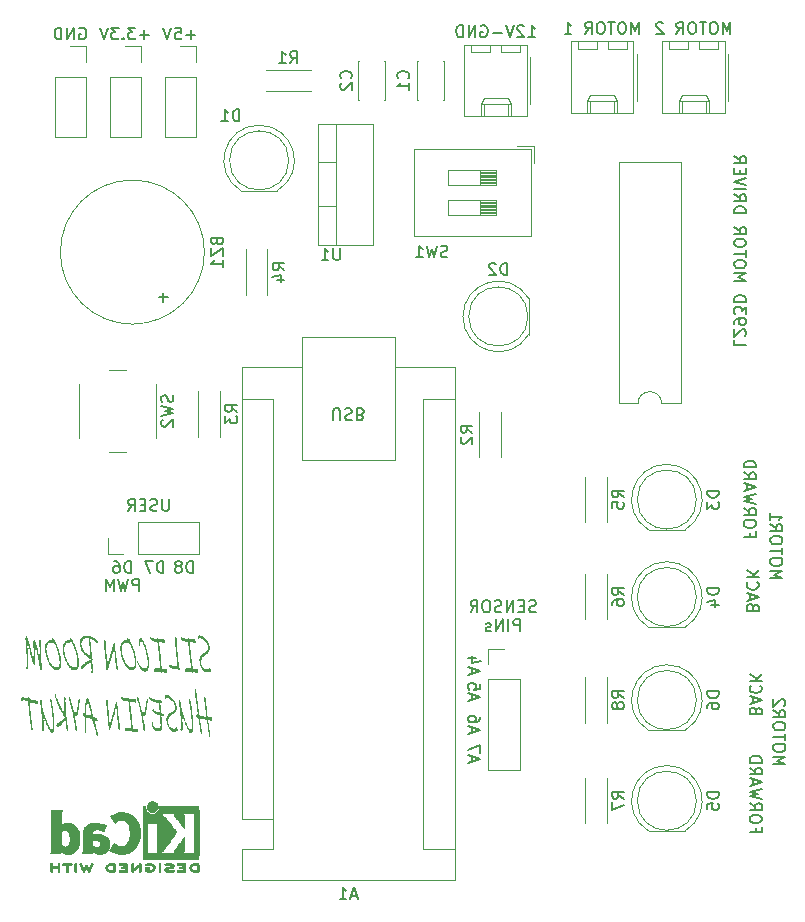
<source format=gbr>
%TF.GenerationSoftware,KiCad,Pcbnew,8.0.4*%
%TF.CreationDate,2024-10-19T15:51:41+03:00*%
%TF.ProjectId,robotkarti,726f626f-746b-4617-9274-692e6b696361,rev?*%
%TF.SameCoordinates,Original*%
%TF.FileFunction,Legend,Bot*%
%TF.FilePolarity,Positive*%
%FSLAX46Y46*%
G04 Gerber Fmt 4.6, Leading zero omitted, Abs format (unit mm)*
G04 Created by KiCad (PCBNEW 8.0.4) date 2024-10-19 15:51:41*
%MOMM*%
%LPD*%
G01*
G04 APERTURE LIST*
%ADD10C,0.300000*%
%ADD11C,0.150000*%
%ADD12C,0.010000*%
%ADD13C,0.120000*%
G04 APERTURE END LIST*
D10*
G36*
X126359141Y-98693091D02*
G01*
X126382983Y-98841753D01*
X126418932Y-98975247D01*
X126462911Y-99094045D01*
X126474180Y-99120272D01*
X126529966Y-99231535D01*
X126593461Y-99330396D01*
X126656373Y-99407859D01*
X126707554Y-99459525D01*
X126779361Y-99516907D01*
X126853733Y-99557894D01*
X126930669Y-99582486D01*
X127010170Y-99590683D01*
X127090034Y-99586032D01*
X127165073Y-99570172D01*
X127226692Y-99543056D01*
X127291006Y-99463830D01*
X127295935Y-99396510D01*
X127258148Y-99270687D01*
X127247941Y-99245568D01*
X127193138Y-99146500D01*
X127182362Y-99141521D01*
X127148290Y-99191346D01*
X127159647Y-99228715D01*
X127169539Y-99255094D01*
X127151587Y-99273412D01*
X127080146Y-99312247D01*
X127006329Y-99329878D01*
X126952285Y-99332763D01*
X126878654Y-99323532D01*
X126802124Y-99292056D01*
X126730268Y-99238241D01*
X126664914Y-99167039D01*
X126603691Y-99076329D01*
X126564672Y-98999371D01*
X126518109Y-98875171D01*
X126488250Y-98738380D01*
X126486270Y-98721667D01*
X126489044Y-98573333D01*
X126529654Y-98444318D01*
X126537927Y-98428576D01*
X126597921Y-98343474D01*
X126665811Y-98275390D01*
X126740366Y-98216039D01*
X126782658Y-98186775D01*
X126854223Y-98135064D01*
X126926780Y-98080430D01*
X126996638Y-98024659D01*
X127048272Y-97980146D01*
X127117169Y-97904789D01*
X127176354Y-97808217D01*
X127193719Y-97769853D01*
X127226874Y-97638295D01*
X127228795Y-97481298D01*
X127226692Y-97458443D01*
X127198528Y-97308849D01*
X127151644Y-97176050D01*
X127092843Y-97059466D01*
X127047906Y-96987299D01*
X126978025Y-96890848D01*
X126914303Y-96814873D01*
X126847052Y-96745081D01*
X126776272Y-96681471D01*
X126701963Y-96624043D01*
X126689235Y-96615073D01*
X126614029Y-96566515D01*
X126541734Y-96528004D01*
X126461068Y-96495772D01*
X126384364Y-96477214D01*
X126321772Y-96472191D01*
X126248043Y-96497420D01*
X126227983Y-96561584D01*
X126236967Y-96707365D01*
X126237508Y-96712526D01*
X126275976Y-96793859D01*
X126303087Y-96777739D01*
X126325069Y-96754291D01*
X126350715Y-96738904D01*
X126395411Y-96730111D01*
X126475878Y-96743445D01*
X126551631Y-96774189D01*
X126626461Y-96816504D01*
X126666521Y-96842951D01*
X126736272Y-96894878D01*
X126811737Y-96960492D01*
X126882669Y-97032792D01*
X126949067Y-97111778D01*
X126957048Y-97122121D01*
X127019718Y-97213704D01*
X127072309Y-97321389D01*
X127099563Y-97433531D01*
X127090865Y-97584810D01*
X127073551Y-97635764D01*
X127014744Y-97730688D01*
X126958879Y-97786706D01*
X126885183Y-97844417D01*
X126813269Y-97896051D01*
X126737229Y-97947906D01*
X126660460Y-98000628D01*
X126592269Y-98056029D01*
X126523555Y-98124050D01*
X126459321Y-98206253D01*
X126426919Y-98260048D01*
X126379685Y-98377585D01*
X126355084Y-98525554D01*
X126357588Y-98677052D01*
X126359141Y-98693091D01*
G37*
G36*
X124769487Y-96738171D02*
G01*
X124814767Y-96858384D01*
X124825907Y-96868597D01*
X124897663Y-96912446D01*
X124953768Y-96936008D01*
X125027527Y-96961974D01*
X125106455Y-96985052D01*
X125179082Y-97003419D01*
X125257564Y-97020034D01*
X125335874Y-97031849D01*
X125387909Y-97034926D01*
X125406212Y-97180489D01*
X125425240Y-97338518D01*
X125445268Y-97507479D01*
X125464022Y-97667042D01*
X125485202Y-97848289D01*
X125502680Y-97998455D01*
X125508810Y-98051221D01*
X125526851Y-98207247D01*
X125543882Y-98354940D01*
X125565017Y-98538900D01*
X125584354Y-98708046D01*
X125601893Y-98862377D01*
X125621290Y-99034457D01*
X125637879Y-99183389D01*
X125649127Y-99285868D01*
X125572970Y-99285868D01*
X125495913Y-99285868D01*
X125416274Y-99285868D01*
X125372522Y-99285868D01*
X125297725Y-99285868D01*
X125223193Y-99285868D01*
X125202163Y-99285868D01*
X125130722Y-99323970D01*
X125108007Y-99446336D01*
X125128890Y-99537194D01*
X125179082Y-99567236D01*
X125247226Y-99556978D01*
X125314270Y-99543789D01*
X125392860Y-99543789D01*
X125469458Y-99543789D01*
X125549263Y-99543789D01*
X125625743Y-99543789D01*
X125693457Y-99543789D01*
X125723499Y-99604605D01*
X125755006Y-99628785D01*
X125780652Y-99603140D01*
X125789445Y-99590683D01*
X125879570Y-99590683D01*
X125955408Y-99612803D01*
X126035264Y-99631564D01*
X126109178Y-99641044D01*
X126119173Y-99641242D01*
X126193533Y-99613478D01*
X126222487Y-99570167D01*
X126229815Y-99419225D01*
X126206367Y-99334961D01*
X126166067Y-99285868D01*
X126134926Y-99309316D01*
X126088398Y-99332763D01*
X126009468Y-99332763D01*
X125928462Y-99332763D01*
X125868213Y-99332763D01*
X125784682Y-99332763D01*
X125710310Y-98732658D01*
X125691761Y-98588548D01*
X125687962Y-98559002D01*
X125672575Y-98427110D01*
X125512840Y-97081821D01*
X125589436Y-97072685D01*
X125664311Y-97063526D01*
X125700418Y-97058374D01*
X125773946Y-97082030D01*
X125852829Y-97105958D01*
X125925550Y-97124652D01*
X125950279Y-97127983D01*
X126019521Y-97073028D01*
X126040404Y-96932344D01*
X126013660Y-96838555D01*
X125963834Y-96803384D01*
X125931228Y-96806315D01*
X125898621Y-96810711D01*
X125824275Y-96823269D01*
X125804099Y-96823900D01*
X125728494Y-96823900D01*
X125649496Y-96823900D01*
X125634106Y-96823900D01*
X125558666Y-96823900D01*
X125485162Y-96823900D01*
X125475471Y-96823900D01*
X125443963Y-96712526D01*
X125388642Y-96659769D01*
X125361531Y-96707397D01*
X125358234Y-96777006D01*
X125281199Y-96768891D01*
X125197400Y-96751360D01*
X125108940Y-96728520D01*
X125023496Y-96703976D01*
X124947464Y-96680735D01*
X124927390Y-96674424D01*
X124868771Y-96628262D01*
X124826639Y-96589427D01*
X124781577Y-96632658D01*
X124769487Y-96738171D01*
G37*
G36*
X123796057Y-99114410D02*
G01*
X123833426Y-99222121D01*
X123899005Y-99262421D01*
X124258042Y-99316643D01*
X124507536Y-99359141D01*
X124638328Y-99380390D01*
X124673866Y-99327634D01*
X124680460Y-99229448D01*
X124661775Y-99172295D01*
X124632833Y-99155443D01*
X124626605Y-99153977D01*
X124610736Y-99000883D01*
X124593636Y-98836113D01*
X124575981Y-98666101D01*
X124559630Y-98508684D01*
X124541297Y-98332240D01*
X124526248Y-98187419D01*
X124515596Y-98084926D01*
X124500375Y-97934992D01*
X124483618Y-97759681D01*
X124469384Y-97597822D01*
X124457672Y-97449416D01*
X124446948Y-97289086D01*
X124439026Y-97126517D01*
X124433370Y-96975484D01*
X124427033Y-96822778D01*
X124423272Y-96758688D01*
X124385903Y-96650976D01*
X124327285Y-96612875D01*
X124290282Y-96643649D01*
X124278558Y-96730844D01*
X124276670Y-96889698D01*
X124285705Y-97046286D01*
X124298583Y-97194444D01*
X124305669Y-97265003D01*
X124320898Y-97411466D01*
X124336358Y-97560144D01*
X124352050Y-97711037D01*
X124367974Y-97864146D01*
X124384130Y-98019470D01*
X124389567Y-98071737D01*
X124405510Y-98225079D01*
X124420963Y-98373513D01*
X124435924Y-98517037D01*
X124452422Y-98675055D01*
X124458443Y-98732658D01*
X124474225Y-98885454D01*
X124489225Y-99031118D01*
X124496912Y-99106350D01*
X124419675Y-99101241D01*
X124410450Y-99101221D01*
X124333605Y-99097557D01*
X124259733Y-99087468D01*
X124254745Y-99086566D01*
X124175976Y-99062667D01*
X124099212Y-99035528D01*
X124026305Y-99006929D01*
X123978506Y-98986915D01*
X123903306Y-98956879D01*
X123829699Y-98934365D01*
X123826099Y-98934159D01*
X123790928Y-98991311D01*
X123796057Y-99114410D01*
G37*
G36*
X122169766Y-96738171D02*
G01*
X122215046Y-96858384D01*
X122226186Y-96868597D01*
X122297942Y-96912446D01*
X122354047Y-96936008D01*
X122427806Y-96961974D01*
X122506734Y-96985052D01*
X122579361Y-97003419D01*
X122657843Y-97020034D01*
X122736153Y-97031849D01*
X122788189Y-97034926D01*
X122806491Y-97180489D01*
X122825519Y-97338518D01*
X122845548Y-97507479D01*
X122864301Y-97667042D01*
X122885481Y-97848289D01*
X122902959Y-97998455D01*
X122909089Y-98051221D01*
X122927130Y-98207247D01*
X122944161Y-98354940D01*
X122965296Y-98538900D01*
X122984633Y-98708046D01*
X123002173Y-98862377D01*
X123021569Y-99034457D01*
X123038158Y-99183389D01*
X123049406Y-99285868D01*
X122973249Y-99285868D01*
X122896192Y-99285868D01*
X122816553Y-99285868D01*
X122772801Y-99285868D01*
X122698004Y-99285868D01*
X122623472Y-99285868D01*
X122602442Y-99285868D01*
X122531001Y-99323970D01*
X122508286Y-99446336D01*
X122529169Y-99537194D01*
X122579361Y-99567236D01*
X122647505Y-99556978D01*
X122714549Y-99543789D01*
X122793139Y-99543789D01*
X122869737Y-99543789D01*
X122949542Y-99543789D01*
X123026022Y-99543789D01*
X123093736Y-99543789D01*
X123123778Y-99604605D01*
X123155286Y-99628785D01*
X123180931Y-99603140D01*
X123189724Y-99590683D01*
X123279849Y-99590683D01*
X123355687Y-99612803D01*
X123435543Y-99631564D01*
X123509457Y-99641044D01*
X123519452Y-99641242D01*
X123593812Y-99613478D01*
X123622766Y-99570167D01*
X123630094Y-99419225D01*
X123606646Y-99334961D01*
X123566346Y-99285868D01*
X123535205Y-99309316D01*
X123488677Y-99332763D01*
X123409747Y-99332763D01*
X123328742Y-99332763D01*
X123268492Y-99332763D01*
X123184961Y-99332763D01*
X123110589Y-98732658D01*
X123092041Y-98588548D01*
X123088241Y-98559002D01*
X123072854Y-98427110D01*
X122913119Y-97081821D01*
X122989715Y-97072685D01*
X123064590Y-97063526D01*
X123100697Y-97058374D01*
X123174225Y-97082030D01*
X123253108Y-97105958D01*
X123325829Y-97124652D01*
X123350558Y-97127983D01*
X123419801Y-97073028D01*
X123440683Y-96932344D01*
X123413939Y-96838555D01*
X123364113Y-96803384D01*
X123331507Y-96806315D01*
X123298900Y-96810711D01*
X123224554Y-96823269D01*
X123204378Y-96823900D01*
X123128773Y-96823900D01*
X123049776Y-96823900D01*
X123034385Y-96823900D01*
X122958945Y-96823900D01*
X122885441Y-96823900D01*
X122875750Y-96823900D01*
X122844242Y-96712526D01*
X122788921Y-96659769D01*
X122761810Y-96707397D01*
X122758513Y-96777006D01*
X122681478Y-96768891D01*
X122597679Y-96751360D01*
X122509219Y-96728520D01*
X122423775Y-96703976D01*
X122347743Y-96680735D01*
X122327669Y-96674424D01*
X122269050Y-96628262D01*
X122226919Y-96589427D01*
X122181856Y-96632658D01*
X122169766Y-96738171D01*
G37*
G36*
X121058217Y-98666713D02*
G01*
X121099117Y-98798263D01*
X121113904Y-98833042D01*
X121165951Y-98940087D01*
X121223679Y-99045800D01*
X121287086Y-99150180D01*
X121345956Y-99238588D01*
X121398203Y-99311514D01*
X121462882Y-99390451D01*
X121538959Y-99461903D01*
X121615703Y-99511125D01*
X121693113Y-99538118D01*
X121748813Y-99543789D01*
X121827618Y-99533025D01*
X121906947Y-99494362D01*
X121974828Y-99427580D01*
X122031259Y-99332681D01*
X122037508Y-99318841D01*
X122077602Y-99192720D01*
X122099699Y-99040038D01*
X122104269Y-98884652D01*
X122097220Y-98735279D01*
X122089898Y-98654989D01*
X122071076Y-98504047D01*
X122048672Y-98364159D01*
X122020727Y-98216978D01*
X121987243Y-98062504D01*
X121971196Y-97994068D01*
X121937867Y-97859008D01*
X121898430Y-97710099D01*
X121858396Y-97570516D01*
X121817767Y-97440260D01*
X121788381Y-97352930D01*
X121738990Y-97220215D01*
X121687905Y-97099040D01*
X121635126Y-96989405D01*
X121580652Y-96891311D01*
X121519662Y-96802053D01*
X121448503Y-96732630D01*
X121375122Y-96706664D01*
X121302533Y-96733171D01*
X121246708Y-96828380D01*
X121241765Y-96845150D01*
X121219268Y-96988343D01*
X121221512Y-97146103D01*
X121224912Y-97182937D01*
X121251574Y-97322342D01*
X121254221Y-97331681D01*
X121296360Y-97454428D01*
X121299284Y-97461374D01*
X121335921Y-97515596D01*
X121359368Y-97449651D01*
X121346545Y-97389567D01*
X121331524Y-97318492D01*
X121323006Y-97172725D01*
X121323464Y-97127250D01*
X121348011Y-97010746D01*
X121401500Y-96964584D01*
X121475025Y-97000442D01*
X121543979Y-97090647D01*
X121606516Y-97211668D01*
X121661050Y-97343333D01*
X121706262Y-97468836D01*
X121729396Y-97538311D01*
X121770831Y-97674781D01*
X121806299Y-97803775D01*
X121840486Y-97940006D01*
X121869347Y-98065143D01*
X121899480Y-98209994D01*
X121925034Y-98352189D01*
X121948309Y-98508984D01*
X121962404Y-98628611D01*
X121971500Y-98782945D01*
X121964437Y-98933673D01*
X121960938Y-98962002D01*
X121928410Y-99102879D01*
X121882536Y-99198674D01*
X121816499Y-99264070D01*
X121739783Y-99285783D01*
X121734159Y-99285868D01*
X121652625Y-99274392D01*
X121572888Y-99239964D01*
X121503519Y-99190093D01*
X121452424Y-99140788D01*
X121384418Y-99062615D01*
X121315587Y-98973909D01*
X121254684Y-98887651D01*
X121193150Y-98793329D01*
X121175453Y-98764898D01*
X121136985Y-98668911D01*
X121083862Y-98579518D01*
X121058949Y-98602965D01*
X121058217Y-98666713D01*
G37*
G36*
X120339410Y-96697138D02*
G01*
X120386671Y-96751360D01*
X120431702Y-96831815D01*
X120489511Y-96940631D01*
X120544766Y-97051210D01*
X120597468Y-97163552D01*
X120647617Y-97277658D01*
X120695213Y-97393526D01*
X120740256Y-97511158D01*
X120792969Y-97660676D01*
X120812805Y-97720920D01*
X120858452Y-97870529D01*
X120898465Y-98018706D01*
X120932842Y-98165452D01*
X120961584Y-98310767D01*
X120984691Y-98454651D01*
X121002163Y-98597103D01*
X121012588Y-98758189D01*
X121007941Y-98918193D01*
X120986409Y-99060188D01*
X120961428Y-99150680D01*
X120912707Y-99264436D01*
X120850488Y-99351814D01*
X120796788Y-99399277D01*
X120719688Y-99438397D01*
X120643492Y-99450000D01*
X120606773Y-99447836D01*
X120532293Y-99430525D01*
X120456421Y-99395904D01*
X120379158Y-99343971D01*
X120300504Y-99274729D01*
X120233897Y-99203803D01*
X120207221Y-99172341D01*
X120142334Y-99088478D01*
X120080024Y-98997173D01*
X120020289Y-98898427D01*
X119963131Y-98792238D01*
X119908548Y-98678608D01*
X119856542Y-98557536D01*
X119817799Y-98457095D01*
X119774522Y-98329837D01*
X119736970Y-98200683D01*
X119699463Y-98043195D01*
X119670200Y-97882977D01*
X119649180Y-97720027D01*
X119644221Y-97626711D01*
X119769723Y-97626711D01*
X119779239Y-97780111D01*
X119796618Y-97911650D01*
X119825750Y-98062833D01*
X119864419Y-98211562D01*
X119905154Y-98337091D01*
X119952896Y-98460816D01*
X119970163Y-98501268D01*
X120024199Y-98616750D01*
X120081584Y-98723422D01*
X120142317Y-98821284D01*
X120206400Y-98910336D01*
X120273831Y-98990579D01*
X120330955Y-99048628D01*
X120398584Y-99105300D01*
X120476214Y-99153511D01*
X120552477Y-99182437D01*
X120627372Y-99192079D01*
X120703486Y-99179792D01*
X120779356Y-99131400D01*
X120840596Y-99036741D01*
X120855577Y-98994883D01*
X120880304Y-98848607D01*
X120882568Y-98694923D01*
X120871004Y-98532623D01*
X120862768Y-98460845D01*
X120841387Y-98316091D01*
X120813463Y-98169740D01*
X120778996Y-98021792D01*
X120737986Y-97872247D01*
X120698813Y-97746406D01*
X120681912Y-97696033D01*
X120637229Y-97571731D01*
X120589076Y-97449754D01*
X120537452Y-97330102D01*
X120482358Y-97212776D01*
X120423793Y-97097776D01*
X120361758Y-96985101D01*
X120299110Y-96921353D01*
X120312299Y-96941137D01*
X120320359Y-96999755D01*
X120293543Y-97085072D01*
X120218510Y-97105268D01*
X120141939Y-97105268D01*
X120138801Y-97104547D01*
X120063171Y-97093545D01*
X119998074Y-97102251D01*
X119924685Y-97146301D01*
X119896437Y-97178623D01*
X119836136Y-97273710D01*
X119792428Y-97393963D01*
X119777453Y-97473327D01*
X119769723Y-97626711D01*
X119644221Y-97626711D01*
X119641809Y-97581310D01*
X119651058Y-97435167D01*
X119678489Y-97295778D01*
X119685417Y-97271240D01*
X119733804Y-97146412D01*
X119792895Y-97047808D01*
X119858374Y-96971179D01*
X119861244Y-96968480D01*
X119931518Y-96920875D01*
X120004187Y-96887648D01*
X120016627Y-96882768D01*
X120090026Y-96858721D01*
X120166486Y-96847348D01*
X120236461Y-96847348D01*
X120266503Y-96870795D01*
X120244888Y-96853210D01*
X120229501Y-96789462D01*
X120245987Y-96713258D01*
X120292149Y-96683217D01*
X120339410Y-96697138D01*
G37*
G36*
X118478646Y-99380390D02*
G01*
X118545122Y-99449388D01*
X118558147Y-99450000D01*
X118607972Y-99335511D01*
X118654317Y-99192400D01*
X118698453Y-99047500D01*
X118714951Y-98992044D01*
X118756041Y-98852067D01*
X118794592Y-98718817D01*
X118837500Y-98567794D01*
X118876749Y-98426458D01*
X118912341Y-98294807D01*
X118934036Y-98212421D01*
X118969070Y-98070226D01*
X119001184Y-97936446D01*
X119008775Y-97904675D01*
X119044814Y-97752986D01*
X119079300Y-97608653D01*
X119107693Y-97492882D01*
X119135170Y-97755198D01*
X119167777Y-98071737D01*
X119183668Y-98224007D01*
X119200200Y-98382597D01*
X119215192Y-98526548D01*
X119230674Y-98675337D01*
X119235188Y-98718736D01*
X119250337Y-98864275D01*
X119265891Y-99014118D01*
X119281144Y-99161671D01*
X119292707Y-99274145D01*
X119331542Y-99379658D01*
X119389061Y-99426552D01*
X119432292Y-99389183D01*
X119433757Y-99263886D01*
X119418759Y-99118600D01*
X119403190Y-98967931D01*
X119401517Y-98951744D01*
X119378627Y-98804236D01*
X119353897Y-98637380D01*
X119332156Y-98481601D01*
X119313402Y-98336898D01*
X119295300Y-98182079D01*
X119290875Y-98140614D01*
X119275857Y-97996145D01*
X119259714Y-97840927D01*
X119244144Y-97691290D01*
X119239584Y-97647487D01*
X119223854Y-97497770D01*
X119209542Y-97359525D01*
X119196720Y-97237159D01*
X119195621Y-97224703D01*
X119177302Y-97138974D01*
X119135170Y-97105268D01*
X119125279Y-97105268D01*
X119067233Y-97202126D01*
X119042114Y-97277459D01*
X119002865Y-97408930D01*
X118966694Y-97536719D01*
X118931478Y-97665588D01*
X118912787Y-97735415D01*
X118880914Y-97851186D01*
X118851605Y-97957431D01*
X118812839Y-98092803D01*
X118774181Y-98227854D01*
X118758914Y-98281297D01*
X118719389Y-98418748D01*
X118672589Y-98584265D01*
X118632532Y-98729494D01*
X118591944Y-98882501D01*
X118557146Y-99024267D01*
X118532868Y-99159106D01*
X118544990Y-99010641D01*
X118544958Y-99003035D01*
X118541205Y-98850165D01*
X118534233Y-98692284D01*
X118533600Y-98679902D01*
X118524258Y-98528227D01*
X118511618Y-98373255D01*
X118501360Y-98268108D01*
X118487145Y-98118975D01*
X118473625Y-97952943D01*
X118462890Y-97801675D01*
X118452638Y-97638672D01*
X118442869Y-97463933D01*
X118435401Y-97315693D01*
X118433583Y-97277459D01*
X118424837Y-97129236D01*
X118417096Y-97026866D01*
X118380040Y-96898013D01*
X118309575Y-96848926D01*
X118289968Y-96847348D01*
X118252599Y-96946266D01*
X118258584Y-97102652D01*
X118272154Y-97258500D01*
X118278977Y-97325819D01*
X118295624Y-97486882D01*
X118310964Y-97634908D01*
X118328751Y-97806272D01*
X118345443Y-97966903D01*
X118363835Y-98143742D01*
X118371667Y-98219016D01*
X118386213Y-98363065D01*
X118400692Y-98516794D01*
X118407937Y-98598569D01*
X118420950Y-98752783D01*
X118433181Y-98900269D01*
X118435415Y-98927564D01*
X118448019Y-99073293D01*
X118461878Y-99221567D01*
X118462526Y-99227983D01*
X118478646Y-99380390D01*
G37*
G36*
X116817030Y-96495883D02*
G01*
X116892536Y-96500233D01*
X116972263Y-96510022D01*
X117047627Y-96523482D01*
X117120872Y-96539717D01*
X117200555Y-96562236D01*
X117275139Y-96590160D01*
X117354961Y-96626842D01*
X117432859Y-96668745D01*
X117508834Y-96715869D01*
X117582885Y-96768213D01*
X117617209Y-96795290D01*
X117684385Y-96861078D01*
X117738224Y-96972644D01*
X117732362Y-97069364D01*
X117696824Y-97111130D01*
X117657623Y-97095743D01*
X117615858Y-97053977D01*
X117606961Y-97045061D01*
X117539410Y-96982025D01*
X117470411Y-96925750D01*
X117405668Y-96882404D01*
X117330570Y-96840860D01*
X117257920Y-96805582D01*
X117228529Y-96794413D01*
X117156071Y-96772609D01*
X117093056Y-96749895D01*
X117109176Y-96875924D01*
X117119855Y-96980009D01*
X117134822Y-97125785D01*
X117138600Y-97161988D01*
X117153827Y-97307922D01*
X117170199Y-97464840D01*
X117186593Y-97621981D01*
X117205919Y-97807219D01*
X117222337Y-97964584D01*
X117240403Y-98137754D01*
X117260118Y-98326727D01*
X117282833Y-98364096D01*
X117296388Y-98419783D01*
X117298953Y-98488660D01*
X117295655Y-98574389D01*
X117281734Y-98629344D01*
X117270743Y-98652058D01*
X117284665Y-98786880D01*
X117287316Y-98812880D01*
X117302250Y-98957606D01*
X117307235Y-99005200D01*
X117322646Y-99152492D01*
X117338154Y-99301256D01*
X117342576Y-99345735D01*
X117352808Y-99493230D01*
X117355006Y-99570167D01*
X117308845Y-99684473D01*
X117245830Y-99648569D01*
X117207362Y-99555512D01*
X117212857Y-99450732D01*
X117215674Y-99409928D01*
X117209560Y-99263886D01*
X117155338Y-98741451D01*
X117128368Y-98755631D01*
X117056861Y-98795983D01*
X116984246Y-98838904D01*
X116928032Y-98873296D01*
X116857393Y-98919240D01*
X116783845Y-98971528D01*
X116772130Y-98980741D01*
X116694452Y-99045671D01*
X116624347Y-99111372D01*
X116553502Y-99187404D01*
X116485624Y-99274145D01*
X116434699Y-99334228D01*
X116394033Y-99350348D01*
X116335781Y-99271946D01*
X116333905Y-99267023D01*
X116299511Y-99137124D01*
X116325928Y-99054280D01*
X116394399Y-98984717D01*
X116407541Y-98974233D01*
X116476845Y-98921457D01*
X116552414Y-98866857D01*
X116629318Y-98813147D01*
X116703244Y-98762700D01*
X116743178Y-98737055D01*
X116768150Y-98720800D01*
X116843218Y-98673719D01*
X116918519Y-98629163D01*
X116994052Y-98587132D01*
X117069816Y-98547624D01*
X117145812Y-98510642D01*
X117142515Y-98505512D01*
X117140566Y-98503927D01*
X117072173Y-98451290D01*
X117026267Y-98414956D01*
X116957868Y-98357501D01*
X116889525Y-98302350D01*
X116813275Y-98238671D01*
X116743311Y-98177723D01*
X116669631Y-98110068D01*
X116595900Y-98037299D01*
X116554330Y-97991818D01*
X116484642Y-97903461D01*
X116421563Y-97806758D01*
X116365090Y-97701709D01*
X116337162Y-97638869D01*
X116295006Y-97516020D01*
X116263282Y-97380651D01*
X116241992Y-97232763D01*
X116241593Y-97226168D01*
X116365457Y-97226168D01*
X116391155Y-97375976D01*
X116429813Y-97501158D01*
X116483353Y-97618829D01*
X116542411Y-97715631D01*
X116591911Y-97782721D01*
X116659883Y-97863230D01*
X116737206Y-97943739D01*
X116808785Y-98010829D01*
X116886857Y-98077920D01*
X116971423Y-98145010D01*
X116998063Y-98166291D01*
X117068510Y-98214619D01*
X117127494Y-98249790D01*
X117076203Y-97757397D01*
X117005861Y-97079623D01*
X116997845Y-97004060D01*
X116982780Y-96859804D01*
X116969958Y-96736706D01*
X116968326Y-96736300D01*
X116894824Y-96730890D01*
X116821214Y-96730111D01*
X116770764Y-96731882D01*
X116695922Y-96742083D01*
X116620375Y-96764398D01*
X116547173Y-96802651D01*
X116527475Y-96816594D01*
X116455216Y-96884900D01*
X116395498Y-96986566D01*
X116369508Y-97079486D01*
X116365457Y-97226168D01*
X116241593Y-97226168D01*
X116235580Y-97126700D01*
X116244511Y-96979285D01*
X116275697Y-96845882D01*
X116328454Y-96730065D01*
X116395642Y-96643452D01*
X116464009Y-96586496D01*
X116480801Y-96575494D01*
X116553181Y-96538583D01*
X116633896Y-96513029D01*
X116711358Y-96499986D01*
X116795202Y-96495638D01*
X116817030Y-96495883D01*
G37*
G36*
X115474092Y-96697138D02*
G01*
X115521353Y-96751360D01*
X115566385Y-96831815D01*
X115624193Y-96940631D01*
X115679448Y-97051210D01*
X115732151Y-97163552D01*
X115782299Y-97277658D01*
X115829895Y-97393526D01*
X115874938Y-97511158D01*
X115927651Y-97660676D01*
X115947488Y-97720920D01*
X115993135Y-97870529D01*
X116033147Y-98018706D01*
X116067524Y-98165452D01*
X116096266Y-98310767D01*
X116119373Y-98454651D01*
X116136845Y-98597103D01*
X116147271Y-98758189D01*
X116142623Y-98918193D01*
X116121092Y-99060188D01*
X116096110Y-99150680D01*
X116047389Y-99264436D01*
X115985170Y-99351814D01*
X115931471Y-99399277D01*
X115854371Y-99438397D01*
X115778175Y-99450000D01*
X115741456Y-99447836D01*
X115666975Y-99430525D01*
X115591103Y-99395904D01*
X115513841Y-99343971D01*
X115435187Y-99274729D01*
X115368579Y-99203803D01*
X115341904Y-99172341D01*
X115277017Y-99088478D01*
X115214706Y-98997173D01*
X115154972Y-98898427D01*
X115097813Y-98792238D01*
X115043231Y-98678608D01*
X114991224Y-98557536D01*
X114952481Y-98457095D01*
X114909204Y-98329837D01*
X114871652Y-98200683D01*
X114834146Y-98043195D01*
X114804882Y-97882977D01*
X114783862Y-97720027D01*
X114778904Y-97626711D01*
X114904405Y-97626711D01*
X114913921Y-97780111D01*
X114931301Y-97911650D01*
X114960432Y-98062833D01*
X114999101Y-98211562D01*
X115039836Y-98337091D01*
X115087578Y-98460816D01*
X115104846Y-98501268D01*
X115158882Y-98616750D01*
X115216266Y-98723422D01*
X115277000Y-98821284D01*
X115341082Y-98910336D01*
X115408513Y-98990579D01*
X115465638Y-99048628D01*
X115533266Y-99105300D01*
X115610896Y-99153511D01*
X115687159Y-99182437D01*
X115762055Y-99192079D01*
X115838169Y-99179792D01*
X115914039Y-99131400D01*
X115975279Y-99036741D01*
X115990259Y-98994883D01*
X116014987Y-98848607D01*
X116017250Y-98694923D01*
X116005687Y-98532623D01*
X115997450Y-98460845D01*
X115976069Y-98316091D01*
X115948145Y-98169740D01*
X115913679Y-98021792D01*
X115872669Y-97872247D01*
X115833496Y-97746406D01*
X115816594Y-97696033D01*
X115771911Y-97571731D01*
X115723758Y-97449754D01*
X115672134Y-97330102D01*
X115617040Y-97212776D01*
X115558476Y-97097776D01*
X115496441Y-96985101D01*
X115433792Y-96921353D01*
X115446981Y-96941137D01*
X115455041Y-96999755D01*
X115428225Y-97085072D01*
X115353192Y-97105268D01*
X115276622Y-97105268D01*
X115273484Y-97104547D01*
X115197854Y-97093545D01*
X115132757Y-97102251D01*
X115059368Y-97146301D01*
X115031120Y-97178623D01*
X114970818Y-97273710D01*
X114927110Y-97393963D01*
X114912135Y-97473327D01*
X114904405Y-97626711D01*
X114778904Y-97626711D01*
X114776492Y-97581310D01*
X114785740Y-97435167D01*
X114813171Y-97295778D01*
X114820099Y-97271240D01*
X114868487Y-97146412D01*
X114927577Y-97047808D01*
X114993056Y-96971179D01*
X114995927Y-96968480D01*
X115066200Y-96920875D01*
X115138869Y-96887648D01*
X115151310Y-96882768D01*
X115224709Y-96858721D01*
X115301168Y-96847348D01*
X115371144Y-96847348D01*
X115401186Y-96870795D01*
X115379570Y-96853210D01*
X115364183Y-96789462D01*
X115380669Y-96713258D01*
X115426831Y-96683217D01*
X115474092Y-96697138D01*
G37*
G36*
X113970533Y-96697138D02*
G01*
X114017794Y-96751360D01*
X114062826Y-96831815D01*
X114120634Y-96940631D01*
X114175889Y-97051210D01*
X114228592Y-97163552D01*
X114278741Y-97277658D01*
X114326336Y-97393526D01*
X114371379Y-97511158D01*
X114424092Y-97660676D01*
X114443929Y-97720920D01*
X114489576Y-97870529D01*
X114529588Y-98018706D01*
X114563965Y-98165452D01*
X114592707Y-98310767D01*
X114615814Y-98454651D01*
X114633286Y-98597103D01*
X114643712Y-98758189D01*
X114639064Y-98918193D01*
X114617533Y-99060188D01*
X114592551Y-99150680D01*
X114543830Y-99264436D01*
X114481612Y-99351814D01*
X114427912Y-99399277D01*
X114350812Y-99438397D01*
X114274616Y-99450000D01*
X114237897Y-99447836D01*
X114163416Y-99430525D01*
X114087545Y-99395904D01*
X114010282Y-99343971D01*
X113931628Y-99274729D01*
X113865020Y-99203803D01*
X113838345Y-99172341D01*
X113773458Y-99088478D01*
X113711147Y-98997173D01*
X113651413Y-98898427D01*
X113594254Y-98792238D01*
X113539672Y-98678608D01*
X113487665Y-98557536D01*
X113448922Y-98457095D01*
X113405645Y-98329837D01*
X113368093Y-98200683D01*
X113330587Y-98043195D01*
X113301323Y-97882977D01*
X113280303Y-97720027D01*
X113275345Y-97626711D01*
X113400846Y-97626711D01*
X113410362Y-97780111D01*
X113427742Y-97911650D01*
X113456873Y-98062833D01*
X113495542Y-98211562D01*
X113536277Y-98337091D01*
X113584019Y-98460816D01*
X113601287Y-98501268D01*
X113655323Y-98616750D01*
X113712707Y-98723422D01*
X113773441Y-98821284D01*
X113837523Y-98910336D01*
X113904954Y-98990579D01*
X113962079Y-99048628D01*
X114029707Y-99105300D01*
X114107337Y-99153511D01*
X114183600Y-99182437D01*
X114258496Y-99192079D01*
X114334610Y-99179792D01*
X114410480Y-99131400D01*
X114471720Y-99036741D01*
X114486701Y-98994883D01*
X114511428Y-98848607D01*
X114513691Y-98694923D01*
X114502128Y-98532623D01*
X114493891Y-98460845D01*
X114472510Y-98316091D01*
X114444587Y-98169740D01*
X114410120Y-98021792D01*
X114369110Y-97872247D01*
X114329937Y-97746406D01*
X114313035Y-97696033D01*
X114268352Y-97571731D01*
X114220199Y-97449754D01*
X114168575Y-97330102D01*
X114113481Y-97212776D01*
X114054917Y-97097776D01*
X113992882Y-96985101D01*
X113930233Y-96921353D01*
X113943422Y-96941137D01*
X113951482Y-96999755D01*
X113924666Y-97085072D01*
X113849633Y-97105268D01*
X113773063Y-97105268D01*
X113769925Y-97104547D01*
X113694295Y-97093545D01*
X113629198Y-97102251D01*
X113555809Y-97146301D01*
X113527561Y-97178623D01*
X113467259Y-97273710D01*
X113423551Y-97393963D01*
X113408576Y-97473327D01*
X113400846Y-97626711D01*
X113275345Y-97626711D01*
X113272933Y-97581310D01*
X113282181Y-97435167D01*
X113309612Y-97295778D01*
X113316540Y-97271240D01*
X113364928Y-97146412D01*
X113424018Y-97047808D01*
X113489497Y-96971179D01*
X113492368Y-96968480D01*
X113562641Y-96920875D01*
X113635310Y-96887648D01*
X113647751Y-96882768D01*
X113721150Y-96858721D01*
X113797609Y-96847348D01*
X113867585Y-96847348D01*
X113897627Y-96870795D01*
X113876011Y-96853210D01*
X113860624Y-96789462D01*
X113877110Y-96713258D01*
X113923272Y-96683217D01*
X113970533Y-96697138D01*
G37*
G36*
X111690648Y-99211863D02*
G01*
X111725087Y-99291730D01*
X111788101Y-99332763D01*
X111831699Y-99324703D01*
X111853681Y-99273412D01*
X111861203Y-99120398D01*
X111859771Y-98967269D01*
X111858077Y-98892393D01*
X111853154Y-98729132D01*
X111847682Y-98576887D01*
X111841123Y-98415876D01*
X111833477Y-98246100D01*
X111829867Y-98170655D01*
X111820444Y-98022802D01*
X111807556Y-97818785D01*
X111796161Y-97636084D01*
X111786261Y-97474700D01*
X111775385Y-97292680D01*
X111765524Y-97118446D01*
X111758380Y-96962833D01*
X111758792Y-96941870D01*
X111798543Y-97073944D01*
X111835852Y-97206536D01*
X111862840Y-97304570D01*
X111897722Y-97435232D01*
X111935689Y-97582303D01*
X111970688Y-97721424D01*
X112007954Y-97872601D01*
X112040741Y-98007791D01*
X112047487Y-98035833D01*
X112083236Y-98180558D01*
X112121979Y-98334912D01*
X112156189Y-98468194D01*
X112194749Y-98613125D01*
X112221877Y-98709211D01*
X112262960Y-98836968D01*
X112310170Y-98939288D01*
X112358897Y-98999371D01*
X112406524Y-99027948D01*
X112440596Y-99011095D01*
X112451953Y-98931228D01*
X112452391Y-98773474D01*
X112451232Y-98612903D01*
X112450488Y-98534089D01*
X112448198Y-98371881D01*
X112444993Y-98217916D01*
X112440291Y-98054559D01*
X112435833Y-97934717D01*
X112429605Y-97758129D01*
X112423423Y-97600331D01*
X112417515Y-97444741D01*
X112412203Y-97294589D01*
X112409822Y-97190265D01*
X112455346Y-97313603D01*
X112491502Y-97449238D01*
X112498848Y-97478960D01*
X112530539Y-97613599D01*
X112561574Y-97752745D01*
X112590631Y-97887865D01*
X112621955Y-98037617D01*
X112649790Y-98173586D01*
X112681582Y-98320307D01*
X112711519Y-98466069D01*
X112744587Y-98633190D01*
X112773295Y-98782266D01*
X112804007Y-98945012D01*
X112836722Y-99121428D01*
X112862573Y-99262711D01*
X112871441Y-99311514D01*
X112915404Y-99408234D01*
X112976587Y-99450000D01*
X113008809Y-99310252D01*
X113006995Y-99290997D01*
X112995433Y-99134720D01*
X112987476Y-98988541D01*
X112979987Y-98829378D01*
X112975488Y-98725331D01*
X112968786Y-98565550D01*
X112962419Y-98413189D01*
X112955414Y-98244810D01*
X112948865Y-98086529D01*
X112943614Y-97958897D01*
X112937612Y-97785910D01*
X112933619Y-97617560D01*
X112931636Y-97453847D01*
X112931662Y-97294770D01*
X112933697Y-97140330D01*
X112934822Y-97089881D01*
X112934714Y-96942577D01*
X112934455Y-96939672D01*
X112888293Y-96820969D01*
X112817605Y-96777392D01*
X112810258Y-96777006D01*
X112789579Y-96919333D01*
X112792306Y-97052512D01*
X112798826Y-97217279D01*
X112806228Y-97380185D01*
X112813944Y-97535426D01*
X112822817Y-97702517D01*
X112824180Y-97727355D01*
X112832972Y-97866573D01*
X112839772Y-98018994D01*
X112845429Y-98159665D01*
X112852922Y-98314511D01*
X112862240Y-98486591D01*
X112871505Y-98634808D01*
X112882552Y-98781167D01*
X112898977Y-98936275D01*
X112904413Y-98970795D01*
X112878460Y-98815215D01*
X112851434Y-98659886D01*
X112823334Y-98504808D01*
X112794161Y-98349979D01*
X112763914Y-98195402D01*
X112732594Y-98041074D01*
X112719766Y-97979413D01*
X112681297Y-97792568D01*
X112652645Y-97657410D01*
X112619088Y-97508964D01*
X112586433Y-97375510D01*
X112549475Y-97238762D01*
X112508740Y-97107466D01*
X112462710Y-96993060D01*
X112404011Y-96904077D01*
X112336915Y-96870795D01*
X112300472Y-97011404D01*
X112294783Y-97168283D01*
X112294508Y-97321973D01*
X112297348Y-97486287D01*
X112302387Y-97638778D01*
X112309810Y-97799403D01*
X112312369Y-97846789D01*
X112319063Y-97997067D01*
X112324308Y-98145373D01*
X112328437Y-98307847D01*
X112329588Y-98372156D01*
X112331327Y-98521644D01*
X112330321Y-98660851D01*
X112293636Y-98522276D01*
X112262177Y-98402930D01*
X112226602Y-98267356D01*
X112192419Y-98135954D01*
X112156068Y-97994846D01*
X112142009Y-97939846D01*
X112108787Y-97808582D01*
X112064572Y-97637650D01*
X112020448Y-97471389D01*
X111976415Y-97309800D01*
X111932475Y-97152881D01*
X111888625Y-97000634D01*
X111844868Y-96853058D01*
X111801202Y-96710153D01*
X111790300Y-96675157D01*
X111744325Y-96560864D01*
X111732414Y-96539602D01*
X111661072Y-96496024D01*
X111651081Y-96495638D01*
X111625013Y-96635225D01*
X111624337Y-96797513D01*
X111628699Y-96959801D01*
X111629832Y-96990230D01*
X111636825Y-97148171D01*
X111646125Y-97312874D01*
X111657733Y-97484339D01*
X111671649Y-97662565D01*
X111684443Y-97810016D01*
X111698714Y-97961793D01*
X111714462Y-98117899D01*
X111720242Y-98276203D01*
X111726055Y-98465155D01*
X111729705Y-98628828D01*
X111731223Y-98797871D01*
X111728583Y-98948584D01*
X111713363Y-99073377D01*
X111690648Y-99211863D01*
G37*
G36*
X126050296Y-103322763D02*
G01*
X126104923Y-103426352D01*
X126115143Y-103432672D01*
X126189802Y-103457416D01*
X126209298Y-103458318D01*
X126269382Y-103458318D01*
X126288058Y-103604686D01*
X126306751Y-103739685D01*
X126326699Y-103881687D01*
X126345219Y-104012260D01*
X126365369Y-104146350D01*
X126379658Y-104280439D01*
X126425453Y-104605038D01*
X126455455Y-104746134D01*
X126515067Y-104834545D01*
X126527669Y-104836580D01*
X126571999Y-104717145D01*
X126578821Y-104570737D01*
X126576029Y-104526636D01*
X126551849Y-104452630D01*
X126517411Y-104328066D01*
X126494071Y-104182329D01*
X126471737Y-104031661D01*
X126457693Y-103933859D01*
X126437291Y-103788450D01*
X126417393Y-103636703D01*
X126402006Y-103503747D01*
X126475187Y-103519867D01*
X126551693Y-103541185D01*
X126563572Y-103544780D01*
X126638505Y-103561932D01*
X126718728Y-103580523D01*
X126754082Y-103588743D01*
X126831513Y-103605037D01*
X126910330Y-103617709D01*
X126976465Y-103622449D01*
X126998023Y-103780544D01*
X127019472Y-103939466D01*
X127040006Y-104092723D01*
X127058918Y-104234635D01*
X127065491Y-104284103D01*
X127086486Y-104443946D01*
X127105371Y-104590217D01*
X127123480Y-104736809D01*
X127127407Y-104772100D01*
X127131803Y-104857829D01*
X127136200Y-104943558D01*
X127175401Y-105033684D01*
X127228524Y-105076182D01*
X127265893Y-105009504D01*
X127266625Y-104867355D01*
X127249773Y-104742058D01*
X127230517Y-104599348D01*
X127229623Y-104591116D01*
X127201546Y-104450863D01*
X127195917Y-104407934D01*
X127171180Y-104254791D01*
X127150093Y-104104939D01*
X127132655Y-103958379D01*
X127129605Y-103929462D01*
X127114201Y-103782321D01*
X127100662Y-103652491D01*
X127174179Y-103673743D01*
X127247265Y-103687124D01*
X127327165Y-103692751D01*
X127334403Y-103692791D01*
X127405111Y-103642965D01*
X127422697Y-103499351D01*
X127395952Y-103398967D01*
X127329640Y-103364528D01*
X127217899Y-103364528D01*
X127143006Y-103364528D01*
X127065749Y-103364528D01*
X127050471Y-103364528D01*
X127033709Y-103204061D01*
X127018597Y-103058981D01*
X127003566Y-102914158D01*
X126993318Y-102814982D01*
X126977778Y-102665639D01*
X126962756Y-102521232D01*
X126945416Y-102354462D01*
X126928822Y-102194802D01*
X126912975Y-102042251D01*
X126902826Y-101944501D01*
X126886706Y-101789895D01*
X126847138Y-101674124D01*
X126778628Y-101629427D01*
X126742358Y-101715157D01*
X126747710Y-101863283D01*
X126750418Y-101891744D01*
X126771026Y-102036641D01*
X126794790Y-102176131D01*
X126813066Y-102277892D01*
X126830364Y-102444018D01*
X126846345Y-102597265D01*
X126862320Y-102749815D01*
X126866922Y-102793000D01*
X126926273Y-103364528D01*
X126845808Y-103359760D01*
X126757442Y-103348082D01*
X126670129Y-103332998D01*
X126591326Y-103317428D01*
X126504566Y-103298743D01*
X126409850Y-103276945D01*
X126359508Y-103264877D01*
X126335494Y-103109884D01*
X126311640Y-102947424D01*
X126289212Y-102792040D01*
X126267550Y-102640593D01*
X126250549Y-102484015D01*
X126232413Y-102333714D01*
X126219190Y-102239790D01*
X126171563Y-101910795D01*
X126149501Y-101763265D01*
X126125304Y-101599267D01*
X126104864Y-101457952D01*
X126082560Y-101298218D01*
X126063469Y-101147150D01*
X126062386Y-101137034D01*
X126029047Y-101035184D01*
X125972993Y-100996350D01*
X125937971Y-101130989D01*
X125941486Y-101172205D01*
X125961928Y-101327913D01*
X125985244Y-101486408D01*
X126009108Y-101643421D01*
X126012927Y-101668262D01*
X126034962Y-101820393D01*
X126057013Y-101972960D01*
X126078961Y-102125494D01*
X126096458Y-102249316D01*
X126116426Y-102390496D01*
X126138688Y-102548239D01*
X126160355Y-102702135D01*
X126181427Y-102852184D01*
X126184019Y-102870669D01*
X126204785Y-103018628D01*
X126225878Y-103168292D01*
X126234944Y-103231905D01*
X126186217Y-103201863D01*
X126122836Y-103176950D01*
X126072278Y-103234103D01*
X126050296Y-103322763D01*
G37*
G36*
X124742009Y-104443105D02*
G01*
X124777913Y-104542756D01*
X124845324Y-104583789D01*
X124904436Y-104494782D01*
X124920429Y-104395478D01*
X124931722Y-104241628D01*
X124932856Y-104086086D01*
X124929954Y-104013726D01*
X124918510Y-103852093D01*
X124904555Y-103696852D01*
X124888463Y-103531362D01*
X124872142Y-103370587D01*
X124861078Y-103264145D01*
X124845124Y-103116214D01*
X124830669Y-103023077D01*
X124879797Y-103187288D01*
X124930275Y-103347264D01*
X124982104Y-103503003D01*
X125035284Y-103654506D01*
X125089815Y-103801773D01*
X125145697Y-103944804D01*
X125202930Y-104083598D01*
X125261514Y-104218157D01*
X125319542Y-104342320D01*
X125375293Y-104449928D01*
X125441777Y-104561158D01*
X125504701Y-104646520D01*
X125575511Y-104714810D01*
X125651643Y-104747403D01*
X125661950Y-104747920D01*
X125733756Y-104702679D01*
X125781601Y-104578819D01*
X125789445Y-104542023D01*
X125809724Y-104400672D01*
X125820755Y-104251799D01*
X125824820Y-104102242D01*
X125824616Y-104000537D01*
X125820904Y-103850380D01*
X125813616Y-103694193D01*
X125802752Y-103531976D01*
X125788311Y-103363727D01*
X125778454Y-103264877D01*
X125762536Y-103119690D01*
X125743953Y-102966228D01*
X125722705Y-102804491D01*
X125702372Y-102659273D01*
X125683932Y-102533614D01*
X125661503Y-102388027D01*
X125636639Y-102238427D01*
X125609941Y-102094160D01*
X125579143Y-101953882D01*
X125576221Y-101942302D01*
X125540317Y-101852177D01*
X125493422Y-101817006D01*
X125437512Y-101913277D01*
X125438101Y-101919588D01*
X125469064Y-102058434D01*
X125503883Y-102207957D01*
X125508077Y-102225868D01*
X125538591Y-102377257D01*
X125565862Y-102545418D01*
X125589375Y-102712629D01*
X125608701Y-102864121D01*
X125628485Y-103031366D01*
X125648726Y-103214365D01*
X125659019Y-103311772D01*
X125674362Y-103470486D01*
X125686504Y-103619647D01*
X125696846Y-103786031D01*
X125702578Y-103938658D01*
X125703437Y-104099339D01*
X125701884Y-104162470D01*
X125690218Y-104320797D01*
X125655460Y-104458014D01*
X125614323Y-104490000D01*
X125538491Y-104442958D01*
X125473524Y-104355278D01*
X125415942Y-104255906D01*
X125389375Y-104204968D01*
X125334918Y-104094037D01*
X125280359Y-103975017D01*
X125225696Y-103847909D01*
X125170930Y-103712712D01*
X125125213Y-103593869D01*
X125097749Y-103519867D01*
X125053476Y-103397242D01*
X125004669Y-103256421D01*
X124960577Y-103122503D01*
X124921198Y-102995489D01*
X124881215Y-102856032D01*
X124870969Y-102817913D01*
X124840930Y-102676059D01*
X124815348Y-102520091D01*
X124793827Y-102360553D01*
X124776022Y-102206671D01*
X124770219Y-102151863D01*
X124746973Y-102007130D01*
X124735048Y-101958422D01*
X124663607Y-101910795D01*
X124621969Y-102032303D01*
X124629169Y-102146001D01*
X124645060Y-102298500D01*
X124660765Y-102449539D01*
X124676332Y-102599412D01*
X124694153Y-102771110D01*
X124710033Y-102924182D01*
X124727355Y-103091221D01*
X124744391Y-103257092D01*
X124759412Y-103407027D01*
X124775354Y-103572034D01*
X124790329Y-103737172D01*
X124802070Y-103884514D01*
X124807222Y-103971960D01*
X124808214Y-104120905D01*
X124799528Y-104207899D01*
X124766347Y-104342574D01*
X124762159Y-104354445D01*
X124742009Y-104443105D01*
G37*
G36*
X123563049Y-103733091D02*
G01*
X123586891Y-103881753D01*
X123622840Y-104015247D01*
X123666819Y-104134045D01*
X123678087Y-104160272D01*
X123733874Y-104271535D01*
X123797369Y-104370396D01*
X123860281Y-104447859D01*
X123911461Y-104499525D01*
X123983269Y-104556907D01*
X124057641Y-104597894D01*
X124134577Y-104622486D01*
X124214078Y-104630683D01*
X124293941Y-104626032D01*
X124368981Y-104610172D01*
X124430600Y-104583056D01*
X124494914Y-104503830D01*
X124499842Y-104436510D01*
X124462055Y-104310687D01*
X124451849Y-104285568D01*
X124397046Y-104186500D01*
X124386270Y-104181521D01*
X124352198Y-104231346D01*
X124363555Y-104268715D01*
X124373447Y-104295094D01*
X124355495Y-104313412D01*
X124284054Y-104352247D01*
X124210237Y-104369878D01*
X124156193Y-104372763D01*
X124082562Y-104363532D01*
X124006031Y-104332056D01*
X123934176Y-104278241D01*
X123868822Y-104207039D01*
X123807599Y-104116329D01*
X123768579Y-104039371D01*
X123722017Y-103915171D01*
X123692158Y-103778380D01*
X123690177Y-103761667D01*
X123692952Y-103613333D01*
X123733562Y-103484318D01*
X123741835Y-103468576D01*
X123801828Y-103383474D01*
X123869719Y-103315390D01*
X123944274Y-103256039D01*
X123986566Y-103226775D01*
X124058131Y-103175064D01*
X124130688Y-103120430D01*
X124200546Y-103064659D01*
X124252180Y-103020146D01*
X124321077Y-102944789D01*
X124380262Y-102848217D01*
X124397627Y-102809853D01*
X124430782Y-102678295D01*
X124432703Y-102521298D01*
X124430600Y-102498443D01*
X124402435Y-102348849D01*
X124355552Y-102216050D01*
X124296751Y-102099466D01*
X124251814Y-102027299D01*
X124181932Y-101930848D01*
X124118211Y-101854873D01*
X124050960Y-101785081D01*
X123980180Y-101721471D01*
X123905871Y-101664043D01*
X123893143Y-101655073D01*
X123817937Y-101606515D01*
X123745642Y-101568004D01*
X123664976Y-101535772D01*
X123588272Y-101517214D01*
X123525680Y-101512191D01*
X123451951Y-101537420D01*
X123431891Y-101601584D01*
X123440874Y-101747365D01*
X123441416Y-101752526D01*
X123479884Y-101833859D01*
X123506995Y-101817739D01*
X123528977Y-101794291D01*
X123554623Y-101778904D01*
X123599319Y-101770111D01*
X123679785Y-101783445D01*
X123755539Y-101814189D01*
X123830369Y-101856504D01*
X123870429Y-101882951D01*
X123940180Y-101934878D01*
X124015645Y-102000492D01*
X124086577Y-102072792D01*
X124152975Y-102151778D01*
X124160956Y-102162121D01*
X124223626Y-102253704D01*
X124276217Y-102361389D01*
X124303471Y-102473531D01*
X124294773Y-102624810D01*
X124277459Y-102675764D01*
X124218652Y-102770688D01*
X124162787Y-102826706D01*
X124089091Y-102884417D01*
X124017177Y-102936051D01*
X123941137Y-102987906D01*
X123864368Y-103040628D01*
X123796177Y-103096029D01*
X123727463Y-103164050D01*
X123663229Y-103246253D01*
X123630826Y-103300048D01*
X123583593Y-103417585D01*
X123558991Y-103565554D01*
X123561496Y-103717052D01*
X123563049Y-103733091D01*
G37*
G36*
X122074145Y-101756189D02*
G01*
X122124703Y-101863900D01*
X122191902Y-101923787D01*
X122261624Y-101973005D01*
X122313747Y-102005317D01*
X122387971Y-102047349D01*
X122459122Y-102083831D01*
X122519277Y-102110097D01*
X122596600Y-102138777D01*
X122673780Y-102163449D01*
X122750817Y-102184114D01*
X122766207Y-102187766D01*
X122839408Y-102203619D01*
X122913940Y-102215583D01*
X122915683Y-102215610D01*
X122930696Y-102359880D01*
X122946424Y-102510591D01*
X122962867Y-102667741D01*
X122966242Y-102699944D01*
X122982248Y-102854406D01*
X122997617Y-103003202D01*
X122999581Y-103022344D01*
X122922775Y-102999103D01*
X122844128Y-102972885D01*
X122766939Y-102946140D01*
X122686339Y-102921228D01*
X122609338Y-102886065D01*
X122536125Y-102830692D01*
X122474947Y-102757829D01*
X122408269Y-102694082D01*
X122377861Y-102736580D01*
X122373831Y-102818646D01*
X122422457Y-102935929D01*
X122477145Y-102999630D01*
X122548981Y-103062312D01*
X122623806Y-103110775D01*
X122675348Y-103135184D01*
X122748924Y-103164942D01*
X122822744Y-103191338D01*
X122868422Y-103206259D01*
X122941324Y-103229170D01*
X122999581Y-103246559D01*
X123016325Y-103415396D01*
X123030104Y-103572761D01*
X123040917Y-103718654D01*
X123050264Y-103884888D01*
X123054978Y-104033198D01*
X123054518Y-104187509D01*
X123050505Y-104276043D01*
X122978782Y-104318948D01*
X122948656Y-104330997D01*
X122871433Y-104346292D01*
X122804309Y-104349316D01*
X122727432Y-104340340D01*
X122651958Y-104313412D01*
X122630652Y-104302421D01*
X122557386Y-104253423D01*
X122490701Y-104187383D01*
X122434798Y-104089405D01*
X122429884Y-104065017D01*
X122429518Y-104007864D01*
X122437944Y-103949246D01*
X122447836Y-103906748D01*
X122452233Y-103851060D01*
X122387386Y-103790244D01*
X122322173Y-103856922D01*
X122307519Y-104001270D01*
X122337377Y-104142320D01*
X122388448Y-104262733D01*
X122397644Y-104279706D01*
X122459657Y-104374160D01*
X122526007Y-104448069D01*
X122587055Y-104499525D01*
X122659397Y-104543961D01*
X122734459Y-104571939D01*
X122812240Y-104583460D01*
X122828122Y-104583789D01*
X122903649Y-104580998D01*
X122982097Y-104570282D01*
X123037316Y-104555212D01*
X123110832Y-104508099D01*
X123154919Y-104438709D01*
X123180825Y-104300944D01*
X123187602Y-104147835D01*
X123185694Y-104029846D01*
X123178527Y-103876477D01*
X123168612Y-103726876D01*
X123155296Y-103562900D01*
X123141175Y-103410908D01*
X123130373Y-103303712D01*
X123202665Y-103329865D01*
X123205844Y-103330823D01*
X123280099Y-103345463D01*
X123281681Y-103345478D01*
X123328576Y-103305177D01*
X123338101Y-103208457D01*
X123325645Y-103146908D01*
X123300732Y-103113935D01*
X123226410Y-103099074D01*
X123201081Y-103097083D01*
X123129640Y-103075101D01*
X123113021Y-102916111D01*
X123097512Y-102767498D01*
X123080364Y-102602857D01*
X123064814Y-102453157D01*
X123048690Y-102297391D01*
X123042445Y-102236859D01*
X123084211Y-102236859D01*
X123176535Y-102236859D01*
X123211706Y-102206085D01*
X123218667Y-102140872D01*
X123175503Y-102020103D01*
X123131106Y-101984801D01*
X123066259Y-101965017D01*
X123018998Y-101954026D01*
X122954586Y-101874550D01*
X122919713Y-101863900D01*
X122899563Y-101910795D01*
X122899197Y-101957690D01*
X122824419Y-101953111D01*
X122748656Y-101941353D01*
X122675188Y-101925129D01*
X122595023Y-101903365D01*
X122583025Y-101899804D01*
X122510576Y-101874021D01*
X122432307Y-101840417D01*
X122354169Y-101803408D01*
X122281261Y-101766782D01*
X122201269Y-101724897D01*
X122184420Y-101715889D01*
X122102721Y-101676322D01*
X122074145Y-101756189D01*
G37*
G36*
X121061514Y-101763517D02*
G01*
X121086592Y-101906450D01*
X121090457Y-101921786D01*
X121125862Y-102054135D01*
X121156036Y-102162121D01*
X121195328Y-102296943D01*
X121232131Y-102429796D01*
X121245795Y-102480125D01*
X121281859Y-102618725D01*
X121316961Y-102760852D01*
X121351102Y-102906504D01*
X121384281Y-103055683D01*
X121416498Y-103208389D01*
X121447753Y-103364620D01*
X121478047Y-103524378D01*
X121507379Y-103687662D01*
X121529447Y-103831918D01*
X121543649Y-103925066D01*
X121563914Y-104068349D01*
X121572226Y-104139755D01*
X121564166Y-104229881D01*
X121554274Y-104297292D01*
X121593108Y-104399141D01*
X121649712Y-104496273D01*
X121670045Y-104525903D01*
X121735258Y-104583789D01*
X121780687Y-104483405D01*
X121756682Y-104331639D01*
X121730283Y-104188310D01*
X121700148Y-104031131D01*
X121669743Y-103875945D01*
X121663084Y-103842267D01*
X121630973Y-103680588D01*
X121602190Y-103536725D01*
X121572042Y-103387609D01*
X121542926Y-103246068D01*
X121515073Y-103115401D01*
X121573010Y-103210088D01*
X121581751Y-103223112D01*
X121650423Y-103285788D01*
X121690928Y-103294187D01*
X121763797Y-103240331D01*
X121812196Y-103122453D01*
X121838939Y-103012819D01*
X121866714Y-102865311D01*
X121889702Y-102725649D01*
X121911463Y-102576098D01*
X121931997Y-102416660D01*
X121940422Y-102345303D01*
X121952145Y-102258841D01*
X121973097Y-102116703D01*
X121987316Y-102042686D01*
X122004902Y-101929113D01*
X121981088Y-101881486D01*
X121939689Y-101868297D01*
X121874842Y-101940104D01*
X121843037Y-102088207D01*
X121835642Y-102155526D01*
X121819565Y-102310336D01*
X121802753Y-102454837D01*
X121782637Y-102607359D01*
X121758858Y-102762853D01*
X121756140Y-102779078D01*
X121726159Y-102914705D01*
X121671794Y-103023959D01*
X121642568Y-103036266D01*
X121570511Y-102994674D01*
X121550976Y-102968122D01*
X121497211Y-102866362D01*
X121472575Y-102803991D01*
X121431977Y-102679545D01*
X121392707Y-102549734D01*
X121354139Y-102416057D01*
X121318241Y-102283903D01*
X121316503Y-102277159D01*
X121279722Y-102136244D01*
X121245244Y-102002511D01*
X121211741Y-101868760D01*
X121197435Y-101806015D01*
X121163873Y-101674630D01*
X121162997Y-101671926D01*
X121125261Y-101629427D01*
X121076901Y-101668995D01*
X121061514Y-101763517D01*
G37*
G36*
X119710729Y-101778171D02*
G01*
X119756009Y-101898384D01*
X119767149Y-101908597D01*
X119838905Y-101952446D01*
X119895010Y-101976008D01*
X119968769Y-102001974D01*
X120047697Y-102025052D01*
X120120324Y-102043419D01*
X120198806Y-102060034D01*
X120277116Y-102071849D01*
X120329152Y-102074926D01*
X120347454Y-102220489D01*
X120366482Y-102378518D01*
X120386511Y-102547479D01*
X120405264Y-102707042D01*
X120426444Y-102888289D01*
X120443922Y-103038455D01*
X120450052Y-103091221D01*
X120468093Y-103247247D01*
X120485124Y-103394940D01*
X120506259Y-103578900D01*
X120525596Y-103748046D01*
X120543136Y-103902377D01*
X120562532Y-104074457D01*
X120579121Y-104223389D01*
X120590369Y-104325868D01*
X120514212Y-104325868D01*
X120437155Y-104325868D01*
X120357516Y-104325868D01*
X120313764Y-104325868D01*
X120238967Y-104325868D01*
X120164435Y-104325868D01*
X120143405Y-104325868D01*
X120071964Y-104363970D01*
X120049249Y-104486336D01*
X120070132Y-104577194D01*
X120120324Y-104607236D01*
X120188468Y-104596978D01*
X120255512Y-104583789D01*
X120334102Y-104583789D01*
X120410700Y-104583789D01*
X120490505Y-104583789D01*
X120566985Y-104583789D01*
X120634699Y-104583789D01*
X120664741Y-104644605D01*
X120696249Y-104668785D01*
X120721894Y-104643140D01*
X120730687Y-104630683D01*
X120820812Y-104630683D01*
X120896650Y-104652803D01*
X120976506Y-104671564D01*
X121050420Y-104681044D01*
X121060415Y-104681242D01*
X121134775Y-104653478D01*
X121163729Y-104610167D01*
X121171057Y-104459225D01*
X121147609Y-104374961D01*
X121107309Y-104325868D01*
X121076168Y-104349316D01*
X121029640Y-104372763D01*
X120950710Y-104372763D01*
X120869705Y-104372763D01*
X120809455Y-104372763D01*
X120725924Y-104372763D01*
X120651552Y-103772658D01*
X120633004Y-103628548D01*
X120629204Y-103599002D01*
X120613817Y-103467110D01*
X120454082Y-102121821D01*
X120530678Y-102112685D01*
X120605553Y-102103526D01*
X120641660Y-102098374D01*
X120715188Y-102122030D01*
X120794071Y-102145958D01*
X120866792Y-102164652D01*
X120891521Y-102167983D01*
X120960764Y-102113028D01*
X120981646Y-101972344D01*
X120954902Y-101878555D01*
X120905076Y-101843384D01*
X120872470Y-101846315D01*
X120839863Y-101850711D01*
X120765517Y-101863269D01*
X120745341Y-101863900D01*
X120669736Y-101863900D01*
X120590739Y-101863900D01*
X120575348Y-101863900D01*
X120499908Y-101863900D01*
X120426404Y-101863900D01*
X120416713Y-101863900D01*
X120385205Y-101752526D01*
X120329884Y-101699769D01*
X120302773Y-101747397D01*
X120299476Y-101817006D01*
X120222441Y-101808891D01*
X120138642Y-101791360D01*
X120050182Y-101768520D01*
X119964738Y-101743976D01*
X119888706Y-101720735D01*
X119868632Y-101714424D01*
X119810013Y-101668262D01*
X119767882Y-101629427D01*
X119722819Y-101672658D01*
X119710729Y-101778171D01*
G37*
G36*
X118673551Y-104420390D02*
G01*
X118740028Y-104489388D01*
X118753053Y-104490000D01*
X118802878Y-104375511D01*
X118849223Y-104232400D01*
X118893359Y-104087500D01*
X118909856Y-104032044D01*
X118950947Y-103892067D01*
X118989498Y-103758817D01*
X119032405Y-103607794D01*
X119071655Y-103466458D01*
X119107247Y-103334807D01*
X119128942Y-103252421D01*
X119163976Y-103110226D01*
X119196090Y-102976446D01*
X119203681Y-102944675D01*
X119239720Y-102792986D01*
X119274206Y-102648653D01*
X119302599Y-102532882D01*
X119330076Y-102795198D01*
X119362683Y-103111737D01*
X119378574Y-103264007D01*
X119395106Y-103422597D01*
X119410098Y-103566548D01*
X119425580Y-103715337D01*
X119430094Y-103758736D01*
X119445243Y-103904275D01*
X119460796Y-104054118D01*
X119476050Y-104201671D01*
X119487613Y-104314145D01*
X119526448Y-104419658D01*
X119583967Y-104466552D01*
X119627198Y-104429183D01*
X119628663Y-104303886D01*
X119613665Y-104158600D01*
X119598096Y-104007931D01*
X119596423Y-103991744D01*
X119573532Y-103844236D01*
X119548803Y-103677380D01*
X119527061Y-103521601D01*
X119508308Y-103376898D01*
X119490206Y-103222079D01*
X119485781Y-103180614D01*
X119470763Y-103036145D01*
X119454620Y-102880927D01*
X119439050Y-102731290D01*
X119434490Y-102687487D01*
X119418759Y-102537770D01*
X119404448Y-102399525D01*
X119391625Y-102277159D01*
X119390526Y-102264703D01*
X119372208Y-102178974D01*
X119330076Y-102145268D01*
X119320184Y-102145268D01*
X119262139Y-102242126D01*
X119237020Y-102317459D01*
X119197770Y-102448930D01*
X119161600Y-102576719D01*
X119126383Y-102705588D01*
X119107693Y-102775415D01*
X119075819Y-102891186D01*
X119046510Y-102997431D01*
X119007744Y-103132803D01*
X118969087Y-103267854D01*
X118953820Y-103321297D01*
X118914295Y-103458748D01*
X118867495Y-103624265D01*
X118827438Y-103769494D01*
X118786850Y-103922501D01*
X118752052Y-104064267D01*
X118727773Y-104199106D01*
X118739896Y-104050641D01*
X118739863Y-104043035D01*
X118736111Y-103890165D01*
X118729138Y-103732284D01*
X118728506Y-103719902D01*
X118719164Y-103568227D01*
X118706524Y-103413255D01*
X118696266Y-103308108D01*
X118682051Y-103158975D01*
X118668531Y-102992943D01*
X118657796Y-102841675D01*
X118647544Y-102678672D01*
X118637775Y-102503933D01*
X118630307Y-102355693D01*
X118628489Y-102317459D01*
X118619743Y-102169236D01*
X118612002Y-102066866D01*
X118574945Y-101938013D01*
X118504480Y-101888926D01*
X118484874Y-101887348D01*
X118447505Y-101986266D01*
X118453490Y-102142652D01*
X118467059Y-102298500D01*
X118473883Y-102365819D01*
X118490530Y-102526882D01*
X118505870Y-102674908D01*
X118523657Y-102846272D01*
X118540349Y-103006903D01*
X118558741Y-103183742D01*
X118566573Y-103259016D01*
X118581119Y-103403065D01*
X118595598Y-103556794D01*
X118602843Y-103638569D01*
X118615856Y-103792783D01*
X118628087Y-103940269D01*
X118630321Y-103967564D01*
X118642925Y-104113293D01*
X118656784Y-104261567D01*
X118657431Y-104267983D01*
X118673551Y-104420390D01*
G37*
G36*
X116841730Y-101780369D02*
G01*
X116868108Y-101816273D01*
X116878733Y-101840453D01*
X116948342Y-101817006D01*
X116985711Y-101856573D01*
X117017219Y-101957690D01*
X117038329Y-102042157D01*
X117072470Y-102182245D01*
X117107572Y-102327463D01*
X117143042Y-102474767D01*
X117175488Y-102609818D01*
X117228977Y-102827438D01*
X117246580Y-102900439D01*
X117280268Y-103033335D01*
X117281612Y-103038439D01*
X117316538Y-103171821D01*
X117332252Y-103239484D01*
X117365997Y-103369658D01*
X117414430Y-103389559D01*
X117486531Y-103419483D01*
X117514833Y-103431390D01*
X117586493Y-103462348D01*
X117660554Y-103495687D01*
X117710380Y-103537452D01*
X117733094Y-103620983D01*
X117728332Y-103716971D01*
X117688032Y-103763133D01*
X117654973Y-103753634D01*
X117583251Y-103719902D01*
X117516408Y-103685866D01*
X117444033Y-103651025D01*
X117479864Y-103776573D01*
X117518405Y-103912609D01*
X117553496Y-104038170D01*
X117591506Y-104176678D01*
X117626849Y-104309016D01*
X117643290Y-104369578D01*
X117679972Y-104501723D01*
X117692444Y-104550870D01*
X117727233Y-104681242D01*
X117743181Y-104742155D01*
X117772662Y-104881277D01*
X117762404Y-104972135D01*
X117718073Y-105005840D01*
X117662386Y-104961144D01*
X117623918Y-104853433D01*
X117591998Y-104716504D01*
X117557682Y-104575204D01*
X117523525Y-104438126D01*
X117484988Y-104286314D01*
X117449528Y-104148548D01*
X117357205Y-103812958D01*
X117291259Y-103575554D01*
X117174755Y-103535254D01*
X117084654Y-103505584D01*
X117003945Y-103479312D01*
X116919491Y-103452273D01*
X116838054Y-103426913D01*
X116760397Y-103404096D01*
X116759968Y-103441946D01*
X116758565Y-103590209D01*
X116758100Y-103711882D01*
X116760031Y-103858387D01*
X116762779Y-103978097D01*
X116765959Y-104128042D01*
X116768824Y-104283370D01*
X116769166Y-104305320D01*
X116770198Y-104452081D01*
X116768457Y-104605038D01*
X116751238Y-104695896D01*
X116710205Y-104747920D01*
X116660746Y-104712749D01*
X116632903Y-104627752D01*
X116631437Y-104509783D01*
X116633114Y-104433442D01*
X116634992Y-104268944D01*
X116635019Y-104112086D01*
X116633539Y-103943166D01*
X116631071Y-103788778D01*
X116631889Y-103651580D01*
X116643527Y-103499351D01*
X116631803Y-103364528D01*
X116573551Y-103343279D01*
X116503576Y-103295652D01*
X116474267Y-103238499D01*
X116459616Y-103170355D01*
X116760764Y-103170355D01*
X116807292Y-103183545D01*
X117008792Y-103247292D01*
X117233007Y-103325694D01*
X117212285Y-103243932D01*
X117172901Y-103088822D01*
X117136264Y-102944933D01*
X117102375Y-102812263D01*
X117063879Y-102662204D01*
X117023349Y-102505274D01*
X116983879Y-102354096D01*
X116975024Y-102320825D01*
X116935799Y-102187496D01*
X116894120Y-102061004D01*
X116867742Y-101973810D01*
X116853607Y-102018830D01*
X116827808Y-102156259D01*
X116824478Y-102176475D01*
X116803242Y-102326452D01*
X116788607Y-102473531D01*
X116782035Y-102566563D01*
X116774625Y-102713326D01*
X116769190Y-102870669D01*
X116765054Y-103016167D01*
X116760764Y-103170355D01*
X116459616Y-103170355D01*
X116458513Y-103165226D01*
X116480861Y-103034068D01*
X116512369Y-103029672D01*
X116542411Y-103064110D01*
X116567323Y-103091953D01*
X116596999Y-103111004D01*
X116640230Y-103130055D01*
X116641665Y-103091677D01*
X116647928Y-102940960D01*
X116654518Y-102788604D01*
X116659647Y-102673985D01*
X116667707Y-102520365D01*
X116677965Y-102371681D01*
X116690700Y-102242192D01*
X116708391Y-102096049D01*
X116730355Y-101951828D01*
X116749002Y-101863986D01*
X116806926Y-101770111D01*
X116841730Y-101780369D01*
G37*
G36*
X115293475Y-101763517D02*
G01*
X115318552Y-101906450D01*
X115322418Y-101921786D01*
X115357823Y-102054135D01*
X115387997Y-102162121D01*
X115427289Y-102296943D01*
X115464092Y-102429796D01*
X115477756Y-102480125D01*
X115513820Y-102618725D01*
X115548922Y-102760852D01*
X115583063Y-102906504D01*
X115616242Y-103055683D01*
X115648459Y-103208389D01*
X115679714Y-103364620D01*
X115710008Y-103524378D01*
X115739340Y-103687662D01*
X115761408Y-103831918D01*
X115775610Y-103925066D01*
X115795875Y-104068349D01*
X115804187Y-104139755D01*
X115796127Y-104229881D01*
X115786235Y-104297292D01*
X115825069Y-104399141D01*
X115881673Y-104496273D01*
X115902006Y-104525903D01*
X115967219Y-104583789D01*
X116012648Y-104483405D01*
X115988643Y-104331639D01*
X115962244Y-104188310D01*
X115932109Y-104031131D01*
X115901703Y-103875945D01*
X115895045Y-103842267D01*
X115862934Y-103680588D01*
X115834151Y-103536725D01*
X115804003Y-103387609D01*
X115774887Y-103246068D01*
X115747034Y-103115401D01*
X115804971Y-103210088D01*
X115813712Y-103223112D01*
X115882384Y-103285788D01*
X115922889Y-103294187D01*
X115995758Y-103240331D01*
X116044157Y-103122453D01*
X116070900Y-103012819D01*
X116098675Y-102865311D01*
X116121663Y-102725649D01*
X116143424Y-102576098D01*
X116163958Y-102416660D01*
X116172383Y-102345303D01*
X116184106Y-102258841D01*
X116205058Y-102116703D01*
X116219277Y-102042686D01*
X116236863Y-101929113D01*
X116213049Y-101881486D01*
X116171650Y-101868297D01*
X116106803Y-101940104D01*
X116074998Y-102088207D01*
X116067602Y-102155526D01*
X116051526Y-102310336D01*
X116034714Y-102454837D01*
X116014598Y-102607359D01*
X115990819Y-102762853D01*
X115988101Y-102779078D01*
X115958120Y-102914705D01*
X115903755Y-103023959D01*
X115874528Y-103036266D01*
X115802472Y-102994674D01*
X115782937Y-102968122D01*
X115729172Y-102866362D01*
X115704535Y-102803991D01*
X115663938Y-102679545D01*
X115624668Y-102549734D01*
X115586100Y-102416057D01*
X115550202Y-102283903D01*
X115548464Y-102277159D01*
X115511683Y-102136244D01*
X115477205Y-102002511D01*
X115443702Y-101868760D01*
X115429396Y-101806015D01*
X115395834Y-101674630D01*
X115394958Y-101671926D01*
X115357222Y-101629427D01*
X115308862Y-101668995D01*
X115293475Y-101763517D01*
G37*
G36*
X114229187Y-104092128D02*
G01*
X114254466Y-104202037D01*
X114293667Y-104250397D01*
X114367253Y-104227851D01*
X114446166Y-104179139D01*
X114528903Y-104115675D01*
X114608496Y-104047479D01*
X114679138Y-103982902D01*
X114697766Y-103965366D01*
X114747958Y-103914808D01*
X114815418Y-103851351D01*
X114885121Y-103788119D01*
X114913189Y-103763866D01*
X114983341Y-103708237D01*
X115014672Y-103687662D01*
X115030509Y-103836637D01*
X115048403Y-103997036D01*
X115067750Y-104158838D01*
X115087843Y-104310352D01*
X115101500Y-104400607D01*
X115139607Y-104525829D01*
X115189427Y-104583789D01*
X115229361Y-104555212D01*
X115241451Y-104479009D01*
X115222698Y-104333379D01*
X115213241Y-104270914D01*
X115191812Y-104125621D01*
X115171876Y-103978188D01*
X115154658Y-103833037D01*
X115152058Y-103808562D01*
X115135205Y-103645896D01*
X115159752Y-103593872D01*
X115164881Y-103526461D01*
X115145097Y-103447327D01*
X115113590Y-103385778D01*
X115091974Y-103346210D01*
X115075096Y-103200711D01*
X115058635Y-103045792D01*
X115042641Y-102873665D01*
X115029920Y-102698461D01*
X115020473Y-102520180D01*
X115014299Y-102338823D01*
X115011718Y-102191522D01*
X115011231Y-102042251D01*
X115012840Y-101891011D01*
X115012473Y-101804549D01*
X114973272Y-101694640D01*
X114906594Y-101656538D01*
X114869143Y-101784239D01*
X114865928Y-101849979D01*
X114864365Y-102007527D01*
X114867392Y-102157865D01*
X114873481Y-102307975D01*
X114874354Y-102325519D01*
X114883460Y-102484021D01*
X114895117Y-102642985D01*
X114909323Y-102802414D01*
X114918318Y-102891186D01*
X114940300Y-103102944D01*
X114885145Y-103000992D01*
X114830910Y-102901140D01*
X114808775Y-102860411D01*
X114754827Y-102760714D01*
X114693730Y-102646775D01*
X114633228Y-102532836D01*
X114573322Y-102418896D01*
X114565875Y-102404654D01*
X114505130Y-102284859D01*
X114448374Y-102169108D01*
X114395607Y-102057399D01*
X114337553Y-101928685D01*
X114285243Y-101805792D01*
X114246039Y-101707829D01*
X114200959Y-101583036D01*
X114168004Y-101489476D01*
X114123505Y-101371399D01*
X114106454Y-101348060D01*
X114083374Y-101477752D01*
X114104929Y-101623279D01*
X114126971Y-101718087D01*
X114166860Y-101850494D01*
X114205739Y-101959888D01*
X114251557Y-102076362D01*
X114299982Y-102191676D01*
X114351016Y-102305832D01*
X114380495Y-102368750D01*
X114437875Y-102485855D01*
X114494914Y-102596955D01*
X114549480Y-102699577D01*
X114608395Y-102807248D01*
X114617166Y-102823042D01*
X114672344Y-102919616D01*
X114709490Y-102983510D01*
X114765500Y-103081237D01*
X114779099Y-103105875D01*
X114839595Y-103209694D01*
X114898128Y-103311929D01*
X114955973Y-103415945D01*
X114973272Y-103448060D01*
X114901769Y-103505614D01*
X114875819Y-103526461D01*
X114801098Y-103585675D01*
X114727103Y-103643206D01*
X114651391Y-103701346D01*
X114642445Y-103708178D01*
X114571142Y-103763648D01*
X114499415Y-103817163D01*
X114472452Y-103836406D01*
X114401226Y-103886972D01*
X114354483Y-103922135D01*
X114327739Y-103941919D01*
X114295498Y-103964633D01*
X114233386Y-104043343D01*
X114229187Y-104092128D01*
G37*
G36*
X112989043Y-104443105D02*
G01*
X113024947Y-104542756D01*
X113092358Y-104583789D01*
X113151470Y-104494782D01*
X113167463Y-104395478D01*
X113178756Y-104241628D01*
X113179891Y-104086086D01*
X113176988Y-104013726D01*
X113165544Y-103852093D01*
X113151589Y-103696852D01*
X113135498Y-103531362D01*
X113119176Y-103370587D01*
X113108112Y-103264145D01*
X113092158Y-103116214D01*
X113077704Y-103023077D01*
X113126831Y-103187288D01*
X113177309Y-103347264D01*
X113229138Y-103503003D01*
X113282318Y-103654506D01*
X113336849Y-103801773D01*
X113392731Y-103944804D01*
X113449964Y-104083598D01*
X113508548Y-104218157D01*
X113566577Y-104342320D01*
X113622327Y-104449928D01*
X113688811Y-104561158D01*
X113751735Y-104646520D01*
X113822545Y-104714810D01*
X113898678Y-104747403D01*
X113908984Y-104747920D01*
X113980790Y-104702679D01*
X114028635Y-104578819D01*
X114036479Y-104542023D01*
X114056758Y-104400672D01*
X114067789Y-104251799D01*
X114071854Y-104102242D01*
X114071650Y-104000537D01*
X114067938Y-103850380D01*
X114060650Y-103694193D01*
X114049786Y-103531976D01*
X114035345Y-103363727D01*
X114025488Y-103264877D01*
X114009570Y-103119690D01*
X113990987Y-102966228D01*
X113969739Y-102804491D01*
X113949406Y-102659273D01*
X113930966Y-102533614D01*
X113908538Y-102388027D01*
X113883674Y-102238427D01*
X113856975Y-102094160D01*
X113826177Y-101953882D01*
X113823255Y-101942302D01*
X113787351Y-101852177D01*
X113740457Y-101817006D01*
X113684546Y-101913277D01*
X113685136Y-101919588D01*
X113716098Y-102058434D01*
X113750917Y-102207957D01*
X113755111Y-102225868D01*
X113785625Y-102377257D01*
X113812897Y-102545418D01*
X113836410Y-102712629D01*
X113855735Y-102864121D01*
X113875519Y-103031366D01*
X113895761Y-103214365D01*
X113906053Y-103311772D01*
X113921397Y-103470486D01*
X113933538Y-103619647D01*
X113943880Y-103786031D01*
X113949612Y-103938658D01*
X113950471Y-104099339D01*
X113948918Y-104162470D01*
X113937252Y-104320797D01*
X113902494Y-104458014D01*
X113861357Y-104490000D01*
X113785525Y-104442958D01*
X113720558Y-104355278D01*
X113662976Y-104255906D01*
X113636409Y-104204968D01*
X113581953Y-104094037D01*
X113527393Y-103975017D01*
X113472730Y-103847909D01*
X113417964Y-103712712D01*
X113372248Y-103593869D01*
X113344783Y-103519867D01*
X113300510Y-103397242D01*
X113251703Y-103256421D01*
X113207611Y-103122503D01*
X113168232Y-102995489D01*
X113128249Y-102856032D01*
X113118004Y-102817913D01*
X113087964Y-102676059D01*
X113062382Y-102520091D01*
X113040861Y-102360553D01*
X113023057Y-102206671D01*
X113017254Y-102151863D01*
X112994007Y-102007130D01*
X112982083Y-101958422D01*
X112910642Y-101910795D01*
X112869003Y-102032303D01*
X112876203Y-102146001D01*
X112892094Y-102298500D01*
X112907799Y-102449539D01*
X112923366Y-102599412D01*
X112941187Y-102771110D01*
X112957067Y-102924182D01*
X112974389Y-103091221D01*
X112991425Y-103257092D01*
X113006446Y-103407027D01*
X113022388Y-103572034D01*
X113037363Y-103737172D01*
X113049104Y-103884514D01*
X113054256Y-103971960D01*
X113055248Y-104120905D01*
X113046563Y-104207899D01*
X113013382Y-104342574D01*
X113009193Y-104354445D01*
X112989043Y-104443105D01*
G37*
G36*
X111239654Y-101909330D02*
G01*
X111265666Y-101999455D01*
X111314759Y-102045617D01*
X111356158Y-102013377D01*
X111416242Y-101981137D01*
X111493006Y-101984949D01*
X111570797Y-101995143D01*
X111639724Y-102008248D01*
X111714034Y-102026838D01*
X111790833Y-102053491D01*
X111844521Y-102079323D01*
X111860945Y-102237044D01*
X111876750Y-102388513D01*
X111893246Y-102546443D01*
X111909368Y-102700676D01*
X111926421Y-102864836D01*
X111943783Y-103031984D01*
X111961455Y-103202120D01*
X111976417Y-103346183D01*
X111991594Y-103492321D01*
X112003890Y-103610725D01*
X112018810Y-103755215D01*
X112034855Y-103910614D01*
X112050418Y-104061353D01*
X112066491Y-104209543D01*
X112085200Y-104351708D01*
X112088520Y-104369832D01*
X112126622Y-104457027D01*
X112181577Y-104490000D01*
X112212351Y-104455561D01*
X112218213Y-104379357D01*
X112202826Y-104233545D01*
X112183454Y-104083383D01*
X112163486Y-103918846D01*
X112145896Y-103766373D01*
X112127868Y-103603338D01*
X112112511Y-103459408D01*
X112109403Y-103429741D01*
X112093364Y-103274731D01*
X112076344Y-103110395D01*
X112060974Y-102962112D01*
X112044883Y-102806976D01*
X112028070Y-102644989D01*
X112012416Y-102492430D01*
X111997996Y-102346937D01*
X111984572Y-102199790D01*
X111979710Y-102128415D01*
X112054063Y-102146591D01*
X112146017Y-102170525D01*
X112229763Y-102194116D01*
X112305300Y-102217363D01*
X112388177Y-102245938D01*
X112470700Y-102279521D01*
X112534752Y-102312330D01*
X112595935Y-102332847D01*
X112664839Y-102276279D01*
X112671039Y-102263970D01*
X112695790Y-102122591D01*
X112694853Y-102112295D01*
X112671406Y-102030963D01*
X112631106Y-102004584D01*
X112555374Y-102002766D01*
X112482138Y-101996635D01*
X112433635Y-101989197D01*
X112360636Y-101972891D01*
X112281222Y-101953648D01*
X112195394Y-101931469D01*
X112118971Y-101910743D01*
X112038093Y-101887977D01*
X111970184Y-101868297D01*
X111952859Y-101722145D01*
X111948569Y-101692442D01*
X111919626Y-101629427D01*
X111852330Y-101696225D01*
X111847086Y-101710760D01*
X111841224Y-101789162D01*
X111848185Y-101846315D01*
X111774884Y-101820097D01*
X111704937Y-101795024D01*
X111623063Y-101770621D01*
X111540762Y-101748531D01*
X111464134Y-101731702D01*
X111389131Y-101723217D01*
X111312364Y-101733174D01*
X111254675Y-101775240D01*
X111239654Y-101909330D01*
G37*
D11*
X171630180Y-71437030D02*
X171630180Y-71913220D01*
X171630180Y-71913220D02*
X172630180Y-71913220D01*
X172534942Y-71151315D02*
X172582561Y-71103696D01*
X172582561Y-71103696D02*
X172630180Y-71008458D01*
X172630180Y-71008458D02*
X172630180Y-70770363D01*
X172630180Y-70770363D02*
X172582561Y-70675125D01*
X172582561Y-70675125D02*
X172534942Y-70627506D01*
X172534942Y-70627506D02*
X172439704Y-70579887D01*
X172439704Y-70579887D02*
X172344466Y-70579887D01*
X172344466Y-70579887D02*
X172201609Y-70627506D01*
X172201609Y-70627506D02*
X171630180Y-71198934D01*
X171630180Y-71198934D02*
X171630180Y-70579887D01*
X171630180Y-70103696D02*
X171630180Y-69913220D01*
X171630180Y-69913220D02*
X171677800Y-69817982D01*
X171677800Y-69817982D02*
X171725419Y-69770363D01*
X171725419Y-69770363D02*
X171868276Y-69675125D01*
X171868276Y-69675125D02*
X172058752Y-69627506D01*
X172058752Y-69627506D02*
X172439704Y-69627506D01*
X172439704Y-69627506D02*
X172534942Y-69675125D01*
X172534942Y-69675125D02*
X172582561Y-69722744D01*
X172582561Y-69722744D02*
X172630180Y-69817982D01*
X172630180Y-69817982D02*
X172630180Y-70008458D01*
X172630180Y-70008458D02*
X172582561Y-70103696D01*
X172582561Y-70103696D02*
X172534942Y-70151315D01*
X172534942Y-70151315D02*
X172439704Y-70198934D01*
X172439704Y-70198934D02*
X172201609Y-70198934D01*
X172201609Y-70198934D02*
X172106371Y-70151315D01*
X172106371Y-70151315D02*
X172058752Y-70103696D01*
X172058752Y-70103696D02*
X172011133Y-70008458D01*
X172011133Y-70008458D02*
X172011133Y-69817982D01*
X172011133Y-69817982D02*
X172058752Y-69722744D01*
X172058752Y-69722744D02*
X172106371Y-69675125D01*
X172106371Y-69675125D02*
X172201609Y-69627506D01*
X172630180Y-69294172D02*
X172630180Y-68675125D01*
X172630180Y-68675125D02*
X172249228Y-69008458D01*
X172249228Y-69008458D02*
X172249228Y-68865601D01*
X172249228Y-68865601D02*
X172201609Y-68770363D01*
X172201609Y-68770363D02*
X172153990Y-68722744D01*
X172153990Y-68722744D02*
X172058752Y-68675125D01*
X172058752Y-68675125D02*
X171820657Y-68675125D01*
X171820657Y-68675125D02*
X171725419Y-68722744D01*
X171725419Y-68722744D02*
X171677800Y-68770363D01*
X171677800Y-68770363D02*
X171630180Y-68865601D01*
X171630180Y-68865601D02*
X171630180Y-69151315D01*
X171630180Y-69151315D02*
X171677800Y-69246553D01*
X171677800Y-69246553D02*
X171725419Y-69294172D01*
X171630180Y-68246553D02*
X172630180Y-68246553D01*
X172630180Y-68246553D02*
X172630180Y-68008458D01*
X172630180Y-68008458D02*
X172582561Y-67865601D01*
X172582561Y-67865601D02*
X172487323Y-67770363D01*
X172487323Y-67770363D02*
X172392085Y-67722744D01*
X172392085Y-67722744D02*
X172201609Y-67675125D01*
X172201609Y-67675125D02*
X172058752Y-67675125D01*
X172058752Y-67675125D02*
X171868276Y-67722744D01*
X171868276Y-67722744D02*
X171773038Y-67770363D01*
X171773038Y-67770363D02*
X171677800Y-67865601D01*
X171677800Y-67865601D02*
X171630180Y-68008458D01*
X171630180Y-68008458D02*
X171630180Y-68246553D01*
X171630180Y-66484648D02*
X172630180Y-66484648D01*
X172630180Y-66484648D02*
X171915895Y-66151315D01*
X171915895Y-66151315D02*
X172630180Y-65817982D01*
X172630180Y-65817982D02*
X171630180Y-65817982D01*
X172630180Y-65151315D02*
X172630180Y-64960839D01*
X172630180Y-64960839D02*
X172582561Y-64865601D01*
X172582561Y-64865601D02*
X172487323Y-64770363D01*
X172487323Y-64770363D02*
X172296847Y-64722744D01*
X172296847Y-64722744D02*
X171963514Y-64722744D01*
X171963514Y-64722744D02*
X171773038Y-64770363D01*
X171773038Y-64770363D02*
X171677800Y-64865601D01*
X171677800Y-64865601D02*
X171630180Y-64960839D01*
X171630180Y-64960839D02*
X171630180Y-65151315D01*
X171630180Y-65151315D02*
X171677800Y-65246553D01*
X171677800Y-65246553D02*
X171773038Y-65341791D01*
X171773038Y-65341791D02*
X171963514Y-65389410D01*
X171963514Y-65389410D02*
X172296847Y-65389410D01*
X172296847Y-65389410D02*
X172487323Y-65341791D01*
X172487323Y-65341791D02*
X172582561Y-65246553D01*
X172582561Y-65246553D02*
X172630180Y-65151315D01*
X172630180Y-64437029D02*
X172630180Y-63865601D01*
X171630180Y-64151315D02*
X172630180Y-64151315D01*
X172630180Y-63341791D02*
X172630180Y-63151315D01*
X172630180Y-63151315D02*
X172582561Y-63056077D01*
X172582561Y-63056077D02*
X172487323Y-62960839D01*
X172487323Y-62960839D02*
X172296847Y-62913220D01*
X172296847Y-62913220D02*
X171963514Y-62913220D01*
X171963514Y-62913220D02*
X171773038Y-62960839D01*
X171773038Y-62960839D02*
X171677800Y-63056077D01*
X171677800Y-63056077D02*
X171630180Y-63151315D01*
X171630180Y-63151315D02*
X171630180Y-63341791D01*
X171630180Y-63341791D02*
X171677800Y-63437029D01*
X171677800Y-63437029D02*
X171773038Y-63532267D01*
X171773038Y-63532267D02*
X171963514Y-63579886D01*
X171963514Y-63579886D02*
X172296847Y-63579886D01*
X172296847Y-63579886D02*
X172487323Y-63532267D01*
X172487323Y-63532267D02*
X172582561Y-63437029D01*
X172582561Y-63437029D02*
X172630180Y-63341791D01*
X171630180Y-61913220D02*
X172106371Y-62246553D01*
X171630180Y-62484648D02*
X172630180Y-62484648D01*
X172630180Y-62484648D02*
X172630180Y-62103696D01*
X172630180Y-62103696D02*
X172582561Y-62008458D01*
X172582561Y-62008458D02*
X172534942Y-61960839D01*
X172534942Y-61960839D02*
X172439704Y-61913220D01*
X172439704Y-61913220D02*
X172296847Y-61913220D01*
X172296847Y-61913220D02*
X172201609Y-61960839D01*
X172201609Y-61960839D02*
X172153990Y-62008458D01*
X172153990Y-62008458D02*
X172106371Y-62103696D01*
X172106371Y-62103696D02*
X172106371Y-62484648D01*
X171630180Y-60722743D02*
X172630180Y-60722743D01*
X172630180Y-60722743D02*
X172630180Y-60484648D01*
X172630180Y-60484648D02*
X172582561Y-60341791D01*
X172582561Y-60341791D02*
X172487323Y-60246553D01*
X172487323Y-60246553D02*
X172392085Y-60198934D01*
X172392085Y-60198934D02*
X172201609Y-60151315D01*
X172201609Y-60151315D02*
X172058752Y-60151315D01*
X172058752Y-60151315D02*
X171868276Y-60198934D01*
X171868276Y-60198934D02*
X171773038Y-60246553D01*
X171773038Y-60246553D02*
X171677800Y-60341791D01*
X171677800Y-60341791D02*
X171630180Y-60484648D01*
X171630180Y-60484648D02*
X171630180Y-60722743D01*
X171630180Y-59151315D02*
X172106371Y-59484648D01*
X171630180Y-59722743D02*
X172630180Y-59722743D01*
X172630180Y-59722743D02*
X172630180Y-59341791D01*
X172630180Y-59341791D02*
X172582561Y-59246553D01*
X172582561Y-59246553D02*
X172534942Y-59198934D01*
X172534942Y-59198934D02*
X172439704Y-59151315D01*
X172439704Y-59151315D02*
X172296847Y-59151315D01*
X172296847Y-59151315D02*
X172201609Y-59198934D01*
X172201609Y-59198934D02*
X172153990Y-59246553D01*
X172153990Y-59246553D02*
X172106371Y-59341791D01*
X172106371Y-59341791D02*
X172106371Y-59722743D01*
X171630180Y-58722743D02*
X172630180Y-58722743D01*
X172630180Y-58389410D02*
X171630180Y-58056077D01*
X171630180Y-58056077D02*
X172630180Y-57722744D01*
X172153990Y-57389410D02*
X172153990Y-57056077D01*
X171630180Y-56913220D02*
X171630180Y-57389410D01*
X171630180Y-57389410D02*
X172630180Y-57389410D01*
X172630180Y-57389410D02*
X172630180Y-56913220D01*
X171630180Y-55913220D02*
X172106371Y-56246553D01*
X171630180Y-56484648D02*
X172630180Y-56484648D01*
X172630180Y-56484648D02*
X172630180Y-56103696D01*
X172630180Y-56103696D02*
X172582561Y-56008458D01*
X172582561Y-56008458D02*
X172534942Y-55960839D01*
X172534942Y-55960839D02*
X172439704Y-55913220D01*
X172439704Y-55913220D02*
X172296847Y-55913220D01*
X172296847Y-55913220D02*
X172201609Y-55960839D01*
X172201609Y-55960839D02*
X172153990Y-56008458D01*
X172153990Y-56008458D02*
X172106371Y-56103696D01*
X172106371Y-56103696D02*
X172106371Y-56484648D01*
X121219765Y-92704819D02*
X121219765Y-91704819D01*
X121219765Y-91704819D02*
X120838813Y-91704819D01*
X120838813Y-91704819D02*
X120743575Y-91752438D01*
X120743575Y-91752438D02*
X120695956Y-91800057D01*
X120695956Y-91800057D02*
X120648337Y-91895295D01*
X120648337Y-91895295D02*
X120648337Y-92038152D01*
X120648337Y-92038152D02*
X120695956Y-92133390D01*
X120695956Y-92133390D02*
X120743575Y-92181009D01*
X120743575Y-92181009D02*
X120838813Y-92228628D01*
X120838813Y-92228628D02*
X121219765Y-92228628D01*
X120315003Y-91704819D02*
X120076908Y-92704819D01*
X120076908Y-92704819D02*
X119886432Y-91990533D01*
X119886432Y-91990533D02*
X119695956Y-92704819D01*
X119695956Y-92704819D02*
X119457861Y-91704819D01*
X119076908Y-92704819D02*
X119076908Y-91704819D01*
X119076908Y-91704819D02*
X118743575Y-92419104D01*
X118743575Y-92419104D02*
X118410242Y-91704819D01*
X118410242Y-91704819D02*
X118410242Y-92704819D01*
X120553098Y-91204819D02*
X120553098Y-90204819D01*
X120553098Y-90204819D02*
X120315003Y-90204819D01*
X120315003Y-90204819D02*
X120172146Y-90252438D01*
X120172146Y-90252438D02*
X120076908Y-90347676D01*
X120076908Y-90347676D02*
X120029289Y-90442914D01*
X120029289Y-90442914D02*
X119981670Y-90633390D01*
X119981670Y-90633390D02*
X119981670Y-90776247D01*
X119981670Y-90776247D02*
X120029289Y-90966723D01*
X120029289Y-90966723D02*
X120076908Y-91061961D01*
X120076908Y-91061961D02*
X120172146Y-91157200D01*
X120172146Y-91157200D02*
X120315003Y-91204819D01*
X120315003Y-91204819D02*
X120553098Y-91204819D01*
X119124527Y-90204819D02*
X119315003Y-90204819D01*
X119315003Y-90204819D02*
X119410241Y-90252438D01*
X119410241Y-90252438D02*
X119457860Y-90300057D01*
X119457860Y-90300057D02*
X119553098Y-90442914D01*
X119553098Y-90442914D02*
X119600717Y-90633390D01*
X119600717Y-90633390D02*
X119600717Y-91014342D01*
X119600717Y-91014342D02*
X119553098Y-91109580D01*
X119553098Y-91109580D02*
X119505479Y-91157200D01*
X119505479Y-91157200D02*
X119410241Y-91204819D01*
X119410241Y-91204819D02*
X119219765Y-91204819D01*
X119219765Y-91204819D02*
X119124527Y-91157200D01*
X119124527Y-91157200D02*
X119076908Y-91109580D01*
X119076908Y-91109580D02*
X119029289Y-91014342D01*
X119029289Y-91014342D02*
X119029289Y-90776247D01*
X119029289Y-90776247D02*
X119076908Y-90681009D01*
X119076908Y-90681009D02*
X119124527Y-90633390D01*
X119124527Y-90633390D02*
X119219765Y-90585771D01*
X119219765Y-90585771D02*
X119410241Y-90585771D01*
X119410241Y-90585771D02*
X119505479Y-90633390D01*
X119505479Y-90633390D02*
X119553098Y-90681009D01*
X119553098Y-90681009D02*
X119600717Y-90776247D01*
X123303098Y-91204819D02*
X123303098Y-90204819D01*
X123303098Y-90204819D02*
X123065003Y-90204819D01*
X123065003Y-90204819D02*
X122922146Y-90252438D01*
X122922146Y-90252438D02*
X122826908Y-90347676D01*
X122826908Y-90347676D02*
X122779289Y-90442914D01*
X122779289Y-90442914D02*
X122731670Y-90633390D01*
X122731670Y-90633390D02*
X122731670Y-90776247D01*
X122731670Y-90776247D02*
X122779289Y-90966723D01*
X122779289Y-90966723D02*
X122826908Y-91061961D01*
X122826908Y-91061961D02*
X122922146Y-91157200D01*
X122922146Y-91157200D02*
X123065003Y-91204819D01*
X123065003Y-91204819D02*
X123303098Y-91204819D01*
X122398336Y-90204819D02*
X121731670Y-90204819D01*
X121731670Y-90204819D02*
X122160241Y-91204819D01*
X125803098Y-91204819D02*
X125803098Y-90204819D01*
X125803098Y-90204819D02*
X125565003Y-90204819D01*
X125565003Y-90204819D02*
X125422146Y-90252438D01*
X125422146Y-90252438D02*
X125326908Y-90347676D01*
X125326908Y-90347676D02*
X125279289Y-90442914D01*
X125279289Y-90442914D02*
X125231670Y-90633390D01*
X125231670Y-90633390D02*
X125231670Y-90776247D01*
X125231670Y-90776247D02*
X125279289Y-90966723D01*
X125279289Y-90966723D02*
X125326908Y-91061961D01*
X125326908Y-91061961D02*
X125422146Y-91157200D01*
X125422146Y-91157200D02*
X125565003Y-91204819D01*
X125565003Y-91204819D02*
X125803098Y-91204819D01*
X124660241Y-90633390D02*
X124755479Y-90585771D01*
X124755479Y-90585771D02*
X124803098Y-90538152D01*
X124803098Y-90538152D02*
X124850717Y-90442914D01*
X124850717Y-90442914D02*
X124850717Y-90395295D01*
X124850717Y-90395295D02*
X124803098Y-90300057D01*
X124803098Y-90300057D02*
X124755479Y-90252438D01*
X124755479Y-90252438D02*
X124660241Y-90204819D01*
X124660241Y-90204819D02*
X124469765Y-90204819D01*
X124469765Y-90204819D02*
X124374527Y-90252438D01*
X124374527Y-90252438D02*
X124326908Y-90300057D01*
X124326908Y-90300057D02*
X124279289Y-90395295D01*
X124279289Y-90395295D02*
X124279289Y-90442914D01*
X124279289Y-90442914D02*
X124326908Y-90538152D01*
X124326908Y-90538152D02*
X124374527Y-90585771D01*
X124374527Y-90585771D02*
X124469765Y-90633390D01*
X124469765Y-90633390D02*
X124660241Y-90633390D01*
X124660241Y-90633390D02*
X124755479Y-90681009D01*
X124755479Y-90681009D02*
X124803098Y-90728628D01*
X124803098Y-90728628D02*
X124850717Y-90823866D01*
X124850717Y-90823866D02*
X124850717Y-91014342D01*
X124850717Y-91014342D02*
X124803098Y-91109580D01*
X124803098Y-91109580D02*
X124755479Y-91157200D01*
X124755479Y-91157200D02*
X124660241Y-91204819D01*
X124660241Y-91204819D02*
X124469765Y-91204819D01*
X124469765Y-91204819D02*
X124374527Y-91157200D01*
X124374527Y-91157200D02*
X124326908Y-91109580D01*
X124326908Y-91109580D02*
X124279289Y-91014342D01*
X124279289Y-91014342D02*
X124279289Y-90823866D01*
X124279289Y-90823866D02*
X124326908Y-90728628D01*
X124326908Y-90728628D02*
X124374527Y-90681009D01*
X124374527Y-90681009D02*
X124469765Y-90633390D01*
X149395899Y-99714285D02*
X149395899Y-99238095D01*
X149110184Y-99809523D02*
X150110184Y-99476190D01*
X150110184Y-99476190D02*
X149110184Y-99142857D01*
X149776851Y-98380952D02*
X149110184Y-98380952D01*
X150157804Y-98619047D02*
X149443518Y-98857142D01*
X149443518Y-98857142D02*
X149443518Y-98238095D01*
X149395899Y-101964285D02*
X149395899Y-101488095D01*
X149110184Y-102059523D02*
X150110184Y-101726190D01*
X150110184Y-101726190D02*
X149110184Y-101392857D01*
X150110184Y-100583333D02*
X150110184Y-101059523D01*
X150110184Y-101059523D02*
X149633994Y-101107142D01*
X149633994Y-101107142D02*
X149681613Y-101059523D01*
X149681613Y-101059523D02*
X149729232Y-100964285D01*
X149729232Y-100964285D02*
X149729232Y-100726190D01*
X149729232Y-100726190D02*
X149681613Y-100630952D01*
X149681613Y-100630952D02*
X149633994Y-100583333D01*
X149633994Y-100583333D02*
X149538756Y-100535714D01*
X149538756Y-100535714D02*
X149300661Y-100535714D01*
X149300661Y-100535714D02*
X149205423Y-100583333D01*
X149205423Y-100583333D02*
X149157804Y-100630952D01*
X149157804Y-100630952D02*
X149110184Y-100726190D01*
X149110184Y-100726190D02*
X149110184Y-100964285D01*
X149110184Y-100964285D02*
X149157804Y-101059523D01*
X149157804Y-101059523D02*
X149205423Y-101107142D01*
X149395899Y-104714285D02*
X149395899Y-104238095D01*
X149110184Y-104809523D02*
X150110184Y-104476190D01*
X150110184Y-104476190D02*
X149110184Y-104142857D01*
X150110184Y-103380952D02*
X150110184Y-103571428D01*
X150110184Y-103571428D02*
X150062565Y-103666666D01*
X150062565Y-103666666D02*
X150014946Y-103714285D01*
X150014946Y-103714285D02*
X149872089Y-103809523D01*
X149872089Y-103809523D02*
X149681613Y-103857142D01*
X149681613Y-103857142D02*
X149300661Y-103857142D01*
X149300661Y-103857142D02*
X149205423Y-103809523D01*
X149205423Y-103809523D02*
X149157804Y-103761904D01*
X149157804Y-103761904D02*
X149110184Y-103666666D01*
X149110184Y-103666666D02*
X149110184Y-103476190D01*
X149110184Y-103476190D02*
X149157804Y-103380952D01*
X149157804Y-103380952D02*
X149205423Y-103333333D01*
X149205423Y-103333333D02*
X149300661Y-103285714D01*
X149300661Y-103285714D02*
X149538756Y-103285714D01*
X149538756Y-103285714D02*
X149633994Y-103333333D01*
X149633994Y-103333333D02*
X149681613Y-103380952D01*
X149681613Y-103380952D02*
X149729232Y-103476190D01*
X149729232Y-103476190D02*
X149729232Y-103666666D01*
X149729232Y-103666666D02*
X149681613Y-103761904D01*
X149681613Y-103761904D02*
X149633994Y-103809523D01*
X149633994Y-103809523D02*
X149538756Y-103857142D01*
X149395899Y-107214285D02*
X149395899Y-106738095D01*
X149110184Y-107309523D02*
X150110184Y-106976190D01*
X150110184Y-106976190D02*
X149110184Y-106642857D01*
X150110184Y-106404761D02*
X150110184Y-105738095D01*
X150110184Y-105738095D02*
X149110184Y-106166666D01*
X154826908Y-94462256D02*
X154684051Y-94509875D01*
X154684051Y-94509875D02*
X154445956Y-94509875D01*
X154445956Y-94509875D02*
X154350718Y-94462256D01*
X154350718Y-94462256D02*
X154303099Y-94414636D01*
X154303099Y-94414636D02*
X154255480Y-94319398D01*
X154255480Y-94319398D02*
X154255480Y-94224160D01*
X154255480Y-94224160D02*
X154303099Y-94128922D01*
X154303099Y-94128922D02*
X154350718Y-94081303D01*
X154350718Y-94081303D02*
X154445956Y-94033684D01*
X154445956Y-94033684D02*
X154636432Y-93986065D01*
X154636432Y-93986065D02*
X154731670Y-93938446D01*
X154731670Y-93938446D02*
X154779289Y-93890827D01*
X154779289Y-93890827D02*
X154826908Y-93795589D01*
X154826908Y-93795589D02*
X154826908Y-93700351D01*
X154826908Y-93700351D02*
X154779289Y-93605113D01*
X154779289Y-93605113D02*
X154731670Y-93557494D01*
X154731670Y-93557494D02*
X154636432Y-93509875D01*
X154636432Y-93509875D02*
X154398337Y-93509875D01*
X154398337Y-93509875D02*
X154255480Y-93557494D01*
X153826908Y-93986065D02*
X153493575Y-93986065D01*
X153350718Y-94509875D02*
X153826908Y-94509875D01*
X153826908Y-94509875D02*
X153826908Y-93509875D01*
X153826908Y-93509875D02*
X153350718Y-93509875D01*
X152922146Y-94509875D02*
X152922146Y-93509875D01*
X152922146Y-93509875D02*
X152350718Y-94509875D01*
X152350718Y-94509875D02*
X152350718Y-93509875D01*
X151922146Y-94462256D02*
X151779289Y-94509875D01*
X151779289Y-94509875D02*
X151541194Y-94509875D01*
X151541194Y-94509875D02*
X151445956Y-94462256D01*
X151445956Y-94462256D02*
X151398337Y-94414636D01*
X151398337Y-94414636D02*
X151350718Y-94319398D01*
X151350718Y-94319398D02*
X151350718Y-94224160D01*
X151350718Y-94224160D02*
X151398337Y-94128922D01*
X151398337Y-94128922D02*
X151445956Y-94081303D01*
X151445956Y-94081303D02*
X151541194Y-94033684D01*
X151541194Y-94033684D02*
X151731670Y-93986065D01*
X151731670Y-93986065D02*
X151826908Y-93938446D01*
X151826908Y-93938446D02*
X151874527Y-93890827D01*
X151874527Y-93890827D02*
X151922146Y-93795589D01*
X151922146Y-93795589D02*
X151922146Y-93700351D01*
X151922146Y-93700351D02*
X151874527Y-93605113D01*
X151874527Y-93605113D02*
X151826908Y-93557494D01*
X151826908Y-93557494D02*
X151731670Y-93509875D01*
X151731670Y-93509875D02*
X151493575Y-93509875D01*
X151493575Y-93509875D02*
X151350718Y-93557494D01*
X150731670Y-93509875D02*
X150541194Y-93509875D01*
X150541194Y-93509875D02*
X150445956Y-93557494D01*
X150445956Y-93557494D02*
X150350718Y-93652732D01*
X150350718Y-93652732D02*
X150303099Y-93843208D01*
X150303099Y-93843208D02*
X150303099Y-94176541D01*
X150303099Y-94176541D02*
X150350718Y-94367017D01*
X150350718Y-94367017D02*
X150445956Y-94462256D01*
X150445956Y-94462256D02*
X150541194Y-94509875D01*
X150541194Y-94509875D02*
X150731670Y-94509875D01*
X150731670Y-94509875D02*
X150826908Y-94462256D01*
X150826908Y-94462256D02*
X150922146Y-94367017D01*
X150922146Y-94367017D02*
X150969765Y-94176541D01*
X150969765Y-94176541D02*
X150969765Y-93843208D01*
X150969765Y-93843208D02*
X150922146Y-93652732D01*
X150922146Y-93652732D02*
X150826908Y-93557494D01*
X150826908Y-93557494D02*
X150731670Y-93509875D01*
X149303099Y-94509875D02*
X149636432Y-94033684D01*
X149874527Y-94509875D02*
X149874527Y-93509875D01*
X149874527Y-93509875D02*
X149493575Y-93509875D01*
X149493575Y-93509875D02*
X149398337Y-93557494D01*
X149398337Y-93557494D02*
X149350718Y-93605113D01*
X149350718Y-93605113D02*
X149303099Y-93700351D01*
X149303099Y-93700351D02*
X149303099Y-93843208D01*
X149303099Y-93843208D02*
X149350718Y-93938446D01*
X149350718Y-93938446D02*
X149398337Y-93986065D01*
X149398337Y-93986065D02*
X149493575Y-94033684D01*
X149493575Y-94033684D02*
X149874527Y-94033684D01*
X153493574Y-96119819D02*
X153493574Y-95119819D01*
X153493574Y-95119819D02*
X153112622Y-95119819D01*
X153112622Y-95119819D02*
X153017384Y-95167438D01*
X153017384Y-95167438D02*
X152969765Y-95215057D01*
X152969765Y-95215057D02*
X152922146Y-95310295D01*
X152922146Y-95310295D02*
X152922146Y-95453152D01*
X152922146Y-95453152D02*
X152969765Y-95548390D01*
X152969765Y-95548390D02*
X153017384Y-95596009D01*
X153017384Y-95596009D02*
X153112622Y-95643628D01*
X153112622Y-95643628D02*
X153493574Y-95643628D01*
X152493574Y-96119819D02*
X152493574Y-95119819D01*
X152017384Y-96119819D02*
X152017384Y-95119819D01*
X152017384Y-95119819D02*
X151445956Y-96119819D01*
X151445956Y-96119819D02*
X151445956Y-95119819D01*
X151017384Y-96072200D02*
X150922146Y-96119819D01*
X150922146Y-96119819D02*
X150731670Y-96119819D01*
X150731670Y-96119819D02*
X150636432Y-96072200D01*
X150636432Y-96072200D02*
X150588813Y-95976961D01*
X150588813Y-95976961D02*
X150588813Y-95929342D01*
X150588813Y-95929342D02*
X150636432Y-95834104D01*
X150636432Y-95834104D02*
X150731670Y-95786485D01*
X150731670Y-95786485D02*
X150874527Y-95786485D01*
X150874527Y-95786485D02*
X150969765Y-95738866D01*
X150969765Y-95738866D02*
X151017384Y-95643628D01*
X151017384Y-95643628D02*
X151017384Y-95596009D01*
X151017384Y-95596009D02*
X150969765Y-95500771D01*
X150969765Y-95500771D02*
X150874527Y-95453152D01*
X150874527Y-95453152D02*
X150731670Y-95453152D01*
X150731670Y-95453152D02*
X150636432Y-95500771D01*
X174945184Y-107413220D02*
X175945184Y-107413220D01*
X175945184Y-107413220D02*
X175230899Y-107079887D01*
X175230899Y-107079887D02*
X175945184Y-106746554D01*
X175945184Y-106746554D02*
X174945184Y-106746554D01*
X175945184Y-106079887D02*
X175945184Y-105889411D01*
X175945184Y-105889411D02*
X175897565Y-105794173D01*
X175897565Y-105794173D02*
X175802327Y-105698935D01*
X175802327Y-105698935D02*
X175611851Y-105651316D01*
X175611851Y-105651316D02*
X175278518Y-105651316D01*
X175278518Y-105651316D02*
X175088042Y-105698935D01*
X175088042Y-105698935D02*
X174992804Y-105794173D01*
X174992804Y-105794173D02*
X174945184Y-105889411D01*
X174945184Y-105889411D02*
X174945184Y-106079887D01*
X174945184Y-106079887D02*
X174992804Y-106175125D01*
X174992804Y-106175125D02*
X175088042Y-106270363D01*
X175088042Y-106270363D02*
X175278518Y-106317982D01*
X175278518Y-106317982D02*
X175611851Y-106317982D01*
X175611851Y-106317982D02*
X175802327Y-106270363D01*
X175802327Y-106270363D02*
X175897565Y-106175125D01*
X175897565Y-106175125D02*
X175945184Y-106079887D01*
X175945184Y-105365601D02*
X175945184Y-104794173D01*
X174945184Y-105079887D02*
X175945184Y-105079887D01*
X175945184Y-104270363D02*
X175945184Y-104079887D01*
X175945184Y-104079887D02*
X175897565Y-103984649D01*
X175897565Y-103984649D02*
X175802327Y-103889411D01*
X175802327Y-103889411D02*
X175611851Y-103841792D01*
X175611851Y-103841792D02*
X175278518Y-103841792D01*
X175278518Y-103841792D02*
X175088042Y-103889411D01*
X175088042Y-103889411D02*
X174992804Y-103984649D01*
X174992804Y-103984649D02*
X174945184Y-104079887D01*
X174945184Y-104079887D02*
X174945184Y-104270363D01*
X174945184Y-104270363D02*
X174992804Y-104365601D01*
X174992804Y-104365601D02*
X175088042Y-104460839D01*
X175088042Y-104460839D02*
X175278518Y-104508458D01*
X175278518Y-104508458D02*
X175611851Y-104508458D01*
X175611851Y-104508458D02*
X175802327Y-104460839D01*
X175802327Y-104460839D02*
X175897565Y-104365601D01*
X175897565Y-104365601D02*
X175945184Y-104270363D01*
X174945184Y-102841792D02*
X175421375Y-103175125D01*
X174945184Y-103413220D02*
X175945184Y-103413220D01*
X175945184Y-103413220D02*
X175945184Y-103032268D01*
X175945184Y-103032268D02*
X175897565Y-102937030D01*
X175897565Y-102937030D02*
X175849946Y-102889411D01*
X175849946Y-102889411D02*
X175754708Y-102841792D01*
X175754708Y-102841792D02*
X175611851Y-102841792D01*
X175611851Y-102841792D02*
X175516613Y-102889411D01*
X175516613Y-102889411D02*
X175468994Y-102937030D01*
X175468994Y-102937030D02*
X175421375Y-103032268D01*
X175421375Y-103032268D02*
X175421375Y-103413220D01*
X175849946Y-102460839D02*
X175897565Y-102413220D01*
X175897565Y-102413220D02*
X175945184Y-102317982D01*
X175945184Y-102317982D02*
X175945184Y-102079887D01*
X175945184Y-102079887D02*
X175897565Y-101984649D01*
X175897565Y-101984649D02*
X175849946Y-101937030D01*
X175849946Y-101937030D02*
X175754708Y-101889411D01*
X175754708Y-101889411D02*
X175659470Y-101889411D01*
X175659470Y-101889411D02*
X175516613Y-101937030D01*
X175516613Y-101937030D02*
X174945184Y-102508458D01*
X174945184Y-102508458D02*
X174945184Y-101889411D01*
X173218994Y-94079887D02*
X173171375Y-93937030D01*
X173171375Y-93937030D02*
X173123756Y-93889411D01*
X173123756Y-93889411D02*
X173028518Y-93841792D01*
X173028518Y-93841792D02*
X172885661Y-93841792D01*
X172885661Y-93841792D02*
X172790423Y-93889411D01*
X172790423Y-93889411D02*
X172742804Y-93937030D01*
X172742804Y-93937030D02*
X172695184Y-94032268D01*
X172695184Y-94032268D02*
X172695184Y-94413220D01*
X172695184Y-94413220D02*
X173695184Y-94413220D01*
X173695184Y-94413220D02*
X173695184Y-94079887D01*
X173695184Y-94079887D02*
X173647565Y-93984649D01*
X173647565Y-93984649D02*
X173599946Y-93937030D01*
X173599946Y-93937030D02*
X173504708Y-93889411D01*
X173504708Y-93889411D02*
X173409470Y-93889411D01*
X173409470Y-93889411D02*
X173314232Y-93937030D01*
X173314232Y-93937030D02*
X173266613Y-93984649D01*
X173266613Y-93984649D02*
X173218994Y-94079887D01*
X173218994Y-94079887D02*
X173218994Y-94413220D01*
X172980899Y-93460839D02*
X172980899Y-92984649D01*
X172695184Y-93556077D02*
X173695184Y-93222744D01*
X173695184Y-93222744D02*
X172695184Y-92889411D01*
X172790423Y-91984649D02*
X172742804Y-92032268D01*
X172742804Y-92032268D02*
X172695184Y-92175125D01*
X172695184Y-92175125D02*
X172695184Y-92270363D01*
X172695184Y-92270363D02*
X172742804Y-92413220D01*
X172742804Y-92413220D02*
X172838042Y-92508458D01*
X172838042Y-92508458D02*
X172933280Y-92556077D01*
X172933280Y-92556077D02*
X173123756Y-92603696D01*
X173123756Y-92603696D02*
X173266613Y-92603696D01*
X173266613Y-92603696D02*
X173457089Y-92556077D01*
X173457089Y-92556077D02*
X173552327Y-92508458D01*
X173552327Y-92508458D02*
X173647565Y-92413220D01*
X173647565Y-92413220D02*
X173695184Y-92270363D01*
X173695184Y-92270363D02*
X173695184Y-92175125D01*
X173695184Y-92175125D02*
X173647565Y-92032268D01*
X173647565Y-92032268D02*
X173599946Y-91984649D01*
X172695184Y-91556077D02*
X173695184Y-91556077D01*
X172695184Y-90984649D02*
X173266613Y-91413220D01*
X173695184Y-90984649D02*
X173123756Y-91556077D01*
X173468994Y-102829887D02*
X173421375Y-102687030D01*
X173421375Y-102687030D02*
X173373756Y-102639411D01*
X173373756Y-102639411D02*
X173278518Y-102591792D01*
X173278518Y-102591792D02*
X173135661Y-102591792D01*
X173135661Y-102591792D02*
X173040423Y-102639411D01*
X173040423Y-102639411D02*
X172992804Y-102687030D01*
X172992804Y-102687030D02*
X172945184Y-102782268D01*
X172945184Y-102782268D02*
X172945184Y-103163220D01*
X172945184Y-103163220D02*
X173945184Y-103163220D01*
X173945184Y-103163220D02*
X173945184Y-102829887D01*
X173945184Y-102829887D02*
X173897565Y-102734649D01*
X173897565Y-102734649D02*
X173849946Y-102687030D01*
X173849946Y-102687030D02*
X173754708Y-102639411D01*
X173754708Y-102639411D02*
X173659470Y-102639411D01*
X173659470Y-102639411D02*
X173564232Y-102687030D01*
X173564232Y-102687030D02*
X173516613Y-102734649D01*
X173516613Y-102734649D02*
X173468994Y-102829887D01*
X173468994Y-102829887D02*
X173468994Y-103163220D01*
X173230899Y-102210839D02*
X173230899Y-101734649D01*
X172945184Y-102306077D02*
X173945184Y-101972744D01*
X173945184Y-101972744D02*
X172945184Y-101639411D01*
X173040423Y-100734649D02*
X172992804Y-100782268D01*
X172992804Y-100782268D02*
X172945184Y-100925125D01*
X172945184Y-100925125D02*
X172945184Y-101020363D01*
X172945184Y-101020363D02*
X172992804Y-101163220D01*
X172992804Y-101163220D02*
X173088042Y-101258458D01*
X173088042Y-101258458D02*
X173183280Y-101306077D01*
X173183280Y-101306077D02*
X173373756Y-101353696D01*
X173373756Y-101353696D02*
X173516613Y-101353696D01*
X173516613Y-101353696D02*
X173707089Y-101306077D01*
X173707089Y-101306077D02*
X173802327Y-101258458D01*
X173802327Y-101258458D02*
X173897565Y-101163220D01*
X173897565Y-101163220D02*
X173945184Y-101020363D01*
X173945184Y-101020363D02*
X173945184Y-100925125D01*
X173945184Y-100925125D02*
X173897565Y-100782268D01*
X173897565Y-100782268D02*
X173849946Y-100734649D01*
X172945184Y-100306077D02*
X173945184Y-100306077D01*
X172945184Y-99734649D02*
X173516613Y-100163220D01*
X173945184Y-99734649D02*
X173373756Y-100306077D01*
X173468994Y-112829887D02*
X173468994Y-113163220D01*
X172945184Y-113163220D02*
X173945184Y-113163220D01*
X173945184Y-113163220D02*
X173945184Y-112687030D01*
X173945184Y-112115601D02*
X173945184Y-111925125D01*
X173945184Y-111925125D02*
X173897565Y-111829887D01*
X173897565Y-111829887D02*
X173802327Y-111734649D01*
X173802327Y-111734649D02*
X173611851Y-111687030D01*
X173611851Y-111687030D02*
X173278518Y-111687030D01*
X173278518Y-111687030D02*
X173088042Y-111734649D01*
X173088042Y-111734649D02*
X172992804Y-111829887D01*
X172992804Y-111829887D02*
X172945184Y-111925125D01*
X172945184Y-111925125D02*
X172945184Y-112115601D01*
X172945184Y-112115601D02*
X172992804Y-112210839D01*
X172992804Y-112210839D02*
X173088042Y-112306077D01*
X173088042Y-112306077D02*
X173278518Y-112353696D01*
X173278518Y-112353696D02*
X173611851Y-112353696D01*
X173611851Y-112353696D02*
X173802327Y-112306077D01*
X173802327Y-112306077D02*
X173897565Y-112210839D01*
X173897565Y-112210839D02*
X173945184Y-112115601D01*
X172945184Y-110687030D02*
X173421375Y-111020363D01*
X172945184Y-111258458D02*
X173945184Y-111258458D01*
X173945184Y-111258458D02*
X173945184Y-110877506D01*
X173945184Y-110877506D02*
X173897565Y-110782268D01*
X173897565Y-110782268D02*
X173849946Y-110734649D01*
X173849946Y-110734649D02*
X173754708Y-110687030D01*
X173754708Y-110687030D02*
X173611851Y-110687030D01*
X173611851Y-110687030D02*
X173516613Y-110734649D01*
X173516613Y-110734649D02*
X173468994Y-110782268D01*
X173468994Y-110782268D02*
X173421375Y-110877506D01*
X173421375Y-110877506D02*
X173421375Y-111258458D01*
X173945184Y-110353696D02*
X172945184Y-110115601D01*
X172945184Y-110115601D02*
X173659470Y-109925125D01*
X173659470Y-109925125D02*
X172945184Y-109734649D01*
X172945184Y-109734649D02*
X173945184Y-109496554D01*
X173230899Y-109163220D02*
X173230899Y-108687030D01*
X172945184Y-109258458D02*
X173945184Y-108925125D01*
X173945184Y-108925125D02*
X172945184Y-108591792D01*
X172945184Y-107687030D02*
X173421375Y-108020363D01*
X172945184Y-108258458D02*
X173945184Y-108258458D01*
X173945184Y-108258458D02*
X173945184Y-107877506D01*
X173945184Y-107877506D02*
X173897565Y-107782268D01*
X173897565Y-107782268D02*
X173849946Y-107734649D01*
X173849946Y-107734649D02*
X173754708Y-107687030D01*
X173754708Y-107687030D02*
X173611851Y-107687030D01*
X173611851Y-107687030D02*
X173516613Y-107734649D01*
X173516613Y-107734649D02*
X173468994Y-107782268D01*
X173468994Y-107782268D02*
X173421375Y-107877506D01*
X173421375Y-107877506D02*
X173421375Y-108258458D01*
X172945184Y-107258458D02*
X173945184Y-107258458D01*
X173945184Y-107258458D02*
X173945184Y-107020363D01*
X173945184Y-107020363D02*
X173897565Y-106877506D01*
X173897565Y-106877506D02*
X173802327Y-106782268D01*
X173802327Y-106782268D02*
X173707089Y-106734649D01*
X173707089Y-106734649D02*
X173516613Y-106687030D01*
X173516613Y-106687030D02*
X173373756Y-106687030D01*
X173373756Y-106687030D02*
X173183280Y-106734649D01*
X173183280Y-106734649D02*
X173088042Y-106782268D01*
X173088042Y-106782268D02*
X172992804Y-106877506D01*
X172992804Y-106877506D02*
X172945184Y-107020363D01*
X172945184Y-107020363D02*
X172945184Y-107258458D01*
X172968994Y-87829887D02*
X172968994Y-88163220D01*
X172445184Y-88163220D02*
X173445184Y-88163220D01*
X173445184Y-88163220D02*
X173445184Y-87687030D01*
X173445184Y-87115601D02*
X173445184Y-86925125D01*
X173445184Y-86925125D02*
X173397565Y-86829887D01*
X173397565Y-86829887D02*
X173302327Y-86734649D01*
X173302327Y-86734649D02*
X173111851Y-86687030D01*
X173111851Y-86687030D02*
X172778518Y-86687030D01*
X172778518Y-86687030D02*
X172588042Y-86734649D01*
X172588042Y-86734649D02*
X172492804Y-86829887D01*
X172492804Y-86829887D02*
X172445184Y-86925125D01*
X172445184Y-86925125D02*
X172445184Y-87115601D01*
X172445184Y-87115601D02*
X172492804Y-87210839D01*
X172492804Y-87210839D02*
X172588042Y-87306077D01*
X172588042Y-87306077D02*
X172778518Y-87353696D01*
X172778518Y-87353696D02*
X173111851Y-87353696D01*
X173111851Y-87353696D02*
X173302327Y-87306077D01*
X173302327Y-87306077D02*
X173397565Y-87210839D01*
X173397565Y-87210839D02*
X173445184Y-87115601D01*
X172445184Y-85687030D02*
X172921375Y-86020363D01*
X172445184Y-86258458D02*
X173445184Y-86258458D01*
X173445184Y-86258458D02*
X173445184Y-85877506D01*
X173445184Y-85877506D02*
X173397565Y-85782268D01*
X173397565Y-85782268D02*
X173349946Y-85734649D01*
X173349946Y-85734649D02*
X173254708Y-85687030D01*
X173254708Y-85687030D02*
X173111851Y-85687030D01*
X173111851Y-85687030D02*
X173016613Y-85734649D01*
X173016613Y-85734649D02*
X172968994Y-85782268D01*
X172968994Y-85782268D02*
X172921375Y-85877506D01*
X172921375Y-85877506D02*
X172921375Y-86258458D01*
X173445184Y-85353696D02*
X172445184Y-85115601D01*
X172445184Y-85115601D02*
X173159470Y-84925125D01*
X173159470Y-84925125D02*
X172445184Y-84734649D01*
X172445184Y-84734649D02*
X173445184Y-84496554D01*
X172730899Y-84163220D02*
X172730899Y-83687030D01*
X172445184Y-84258458D02*
X173445184Y-83925125D01*
X173445184Y-83925125D02*
X172445184Y-83591792D01*
X172445184Y-82687030D02*
X172921375Y-83020363D01*
X172445184Y-83258458D02*
X173445184Y-83258458D01*
X173445184Y-83258458D02*
X173445184Y-82877506D01*
X173445184Y-82877506D02*
X173397565Y-82782268D01*
X173397565Y-82782268D02*
X173349946Y-82734649D01*
X173349946Y-82734649D02*
X173254708Y-82687030D01*
X173254708Y-82687030D02*
X173111851Y-82687030D01*
X173111851Y-82687030D02*
X173016613Y-82734649D01*
X173016613Y-82734649D02*
X172968994Y-82782268D01*
X172968994Y-82782268D02*
X172921375Y-82877506D01*
X172921375Y-82877506D02*
X172921375Y-83258458D01*
X172445184Y-82258458D02*
X173445184Y-82258458D01*
X173445184Y-82258458D02*
X173445184Y-82020363D01*
X173445184Y-82020363D02*
X173397565Y-81877506D01*
X173397565Y-81877506D02*
X173302327Y-81782268D01*
X173302327Y-81782268D02*
X173207089Y-81734649D01*
X173207089Y-81734649D02*
X173016613Y-81687030D01*
X173016613Y-81687030D02*
X172873756Y-81687030D01*
X172873756Y-81687030D02*
X172683280Y-81734649D01*
X172683280Y-81734649D02*
X172588042Y-81782268D01*
X172588042Y-81782268D02*
X172492804Y-81877506D01*
X172492804Y-81877506D02*
X172445184Y-82020363D01*
X172445184Y-82020363D02*
X172445184Y-82258458D01*
X174695184Y-91663220D02*
X175695184Y-91663220D01*
X175695184Y-91663220D02*
X174980899Y-91329887D01*
X174980899Y-91329887D02*
X175695184Y-90996554D01*
X175695184Y-90996554D02*
X174695184Y-90996554D01*
X175695184Y-90329887D02*
X175695184Y-90139411D01*
X175695184Y-90139411D02*
X175647565Y-90044173D01*
X175647565Y-90044173D02*
X175552327Y-89948935D01*
X175552327Y-89948935D02*
X175361851Y-89901316D01*
X175361851Y-89901316D02*
X175028518Y-89901316D01*
X175028518Y-89901316D02*
X174838042Y-89948935D01*
X174838042Y-89948935D02*
X174742804Y-90044173D01*
X174742804Y-90044173D02*
X174695184Y-90139411D01*
X174695184Y-90139411D02*
X174695184Y-90329887D01*
X174695184Y-90329887D02*
X174742804Y-90425125D01*
X174742804Y-90425125D02*
X174838042Y-90520363D01*
X174838042Y-90520363D02*
X175028518Y-90567982D01*
X175028518Y-90567982D02*
X175361851Y-90567982D01*
X175361851Y-90567982D02*
X175552327Y-90520363D01*
X175552327Y-90520363D02*
X175647565Y-90425125D01*
X175647565Y-90425125D02*
X175695184Y-90329887D01*
X175695184Y-89615601D02*
X175695184Y-89044173D01*
X174695184Y-89329887D02*
X175695184Y-89329887D01*
X175695184Y-88520363D02*
X175695184Y-88329887D01*
X175695184Y-88329887D02*
X175647565Y-88234649D01*
X175647565Y-88234649D02*
X175552327Y-88139411D01*
X175552327Y-88139411D02*
X175361851Y-88091792D01*
X175361851Y-88091792D02*
X175028518Y-88091792D01*
X175028518Y-88091792D02*
X174838042Y-88139411D01*
X174838042Y-88139411D02*
X174742804Y-88234649D01*
X174742804Y-88234649D02*
X174695184Y-88329887D01*
X174695184Y-88329887D02*
X174695184Y-88520363D01*
X174695184Y-88520363D02*
X174742804Y-88615601D01*
X174742804Y-88615601D02*
X174838042Y-88710839D01*
X174838042Y-88710839D02*
X175028518Y-88758458D01*
X175028518Y-88758458D02*
X175361851Y-88758458D01*
X175361851Y-88758458D02*
X175552327Y-88710839D01*
X175552327Y-88710839D02*
X175647565Y-88615601D01*
X175647565Y-88615601D02*
X175695184Y-88520363D01*
X174695184Y-87091792D02*
X175171375Y-87425125D01*
X174695184Y-87663220D02*
X175695184Y-87663220D01*
X175695184Y-87663220D02*
X175695184Y-87282268D01*
X175695184Y-87282268D02*
X175647565Y-87187030D01*
X175647565Y-87187030D02*
X175599946Y-87139411D01*
X175599946Y-87139411D02*
X175504708Y-87091792D01*
X175504708Y-87091792D02*
X175361851Y-87091792D01*
X175361851Y-87091792D02*
X175266613Y-87139411D01*
X175266613Y-87139411D02*
X175218994Y-87187030D01*
X175218994Y-87187030D02*
X175171375Y-87282268D01*
X175171375Y-87282268D02*
X175171375Y-87663220D01*
X174695184Y-86139411D02*
X174695184Y-86710839D01*
X174695184Y-86425125D02*
X175695184Y-86425125D01*
X175695184Y-86425125D02*
X175552327Y-86520363D01*
X175552327Y-86520363D02*
X175457089Y-86615601D01*
X175457089Y-86615601D02*
X175409470Y-86710839D01*
X138261908Y-63704819D02*
X138261908Y-64514342D01*
X138261908Y-64514342D02*
X138214289Y-64609580D01*
X138214289Y-64609580D02*
X138166670Y-64657200D01*
X138166670Y-64657200D02*
X138071432Y-64704819D01*
X138071432Y-64704819D02*
X137880956Y-64704819D01*
X137880956Y-64704819D02*
X137785718Y-64657200D01*
X137785718Y-64657200D02*
X137738099Y-64609580D01*
X137738099Y-64609580D02*
X137690480Y-64514342D01*
X137690480Y-64514342D02*
X137690480Y-63704819D01*
X136690480Y-64704819D02*
X137261908Y-64704819D01*
X136976194Y-64704819D02*
X136976194Y-63704819D01*
X136976194Y-63704819D02*
X137071432Y-63847676D01*
X137071432Y-63847676D02*
X137166670Y-63942914D01*
X137166670Y-63942914D02*
X137261908Y-63990533D01*
X124082204Y-76146667D02*
X124129823Y-76289524D01*
X124129823Y-76289524D02*
X124129823Y-76527619D01*
X124129823Y-76527619D02*
X124082204Y-76622857D01*
X124082204Y-76622857D02*
X124034584Y-76670476D01*
X124034584Y-76670476D02*
X123939346Y-76718095D01*
X123939346Y-76718095D02*
X123844108Y-76718095D01*
X123844108Y-76718095D02*
X123748870Y-76670476D01*
X123748870Y-76670476D02*
X123701251Y-76622857D01*
X123701251Y-76622857D02*
X123653632Y-76527619D01*
X123653632Y-76527619D02*
X123606013Y-76337143D01*
X123606013Y-76337143D02*
X123558394Y-76241905D01*
X123558394Y-76241905D02*
X123510775Y-76194286D01*
X123510775Y-76194286D02*
X123415537Y-76146667D01*
X123415537Y-76146667D02*
X123320299Y-76146667D01*
X123320299Y-76146667D02*
X123225061Y-76194286D01*
X123225061Y-76194286D02*
X123177442Y-76241905D01*
X123177442Y-76241905D02*
X123129823Y-76337143D01*
X123129823Y-76337143D02*
X123129823Y-76575238D01*
X123129823Y-76575238D02*
X123177442Y-76718095D01*
X123129823Y-77051429D02*
X124129823Y-77289524D01*
X124129823Y-77289524D02*
X123415537Y-77480000D01*
X123415537Y-77480000D02*
X124129823Y-77670476D01*
X124129823Y-77670476D02*
X123129823Y-77908572D01*
X123225061Y-78241905D02*
X123177442Y-78289524D01*
X123177442Y-78289524D02*
X123129823Y-78384762D01*
X123129823Y-78384762D02*
X123129823Y-78622857D01*
X123129823Y-78622857D02*
X123177442Y-78718095D01*
X123177442Y-78718095D02*
X123225061Y-78765714D01*
X123225061Y-78765714D02*
X123320299Y-78813333D01*
X123320299Y-78813333D02*
X123415537Y-78813333D01*
X123415537Y-78813333D02*
X123558394Y-78765714D01*
X123558394Y-78765714D02*
X124129823Y-78194286D01*
X124129823Y-78194286D02*
X124129823Y-78813333D01*
X162299823Y-101773333D02*
X161823632Y-101440000D01*
X162299823Y-101201905D02*
X161299823Y-101201905D01*
X161299823Y-101201905D02*
X161299823Y-101582857D01*
X161299823Y-101582857D02*
X161347442Y-101678095D01*
X161347442Y-101678095D02*
X161395061Y-101725714D01*
X161395061Y-101725714D02*
X161490299Y-101773333D01*
X161490299Y-101773333D02*
X161633156Y-101773333D01*
X161633156Y-101773333D02*
X161728394Y-101725714D01*
X161728394Y-101725714D02*
X161776013Y-101678095D01*
X161776013Y-101678095D02*
X161823632Y-101582857D01*
X161823632Y-101582857D02*
X161823632Y-101201905D01*
X161728394Y-102344762D02*
X161680775Y-102249524D01*
X161680775Y-102249524D02*
X161633156Y-102201905D01*
X161633156Y-102201905D02*
X161537918Y-102154286D01*
X161537918Y-102154286D02*
X161490299Y-102154286D01*
X161490299Y-102154286D02*
X161395061Y-102201905D01*
X161395061Y-102201905D02*
X161347442Y-102249524D01*
X161347442Y-102249524D02*
X161299823Y-102344762D01*
X161299823Y-102344762D02*
X161299823Y-102535238D01*
X161299823Y-102535238D02*
X161347442Y-102630476D01*
X161347442Y-102630476D02*
X161395061Y-102678095D01*
X161395061Y-102678095D02*
X161490299Y-102725714D01*
X161490299Y-102725714D02*
X161537918Y-102725714D01*
X161537918Y-102725714D02*
X161633156Y-102678095D01*
X161633156Y-102678095D02*
X161680775Y-102630476D01*
X161680775Y-102630476D02*
X161728394Y-102535238D01*
X161728394Y-102535238D02*
X161728394Y-102344762D01*
X161728394Y-102344762D02*
X161776013Y-102249524D01*
X161776013Y-102249524D02*
X161823632Y-102201905D01*
X161823632Y-102201905D02*
X161918870Y-102154286D01*
X161918870Y-102154286D02*
X162109346Y-102154286D01*
X162109346Y-102154286D02*
X162204584Y-102201905D01*
X162204584Y-102201905D02*
X162252204Y-102249524D01*
X162252204Y-102249524D02*
X162299823Y-102344762D01*
X162299823Y-102344762D02*
X162299823Y-102535238D01*
X162299823Y-102535238D02*
X162252204Y-102630476D01*
X162252204Y-102630476D02*
X162204584Y-102678095D01*
X162204584Y-102678095D02*
X162109346Y-102725714D01*
X162109346Y-102725714D02*
X161918870Y-102725714D01*
X161918870Y-102725714D02*
X161823632Y-102678095D01*
X161823632Y-102678095D02*
X161776013Y-102630476D01*
X161776013Y-102630476D02*
X161728394Y-102535238D01*
X162299823Y-110298333D02*
X161823632Y-109965000D01*
X162299823Y-109726905D02*
X161299823Y-109726905D01*
X161299823Y-109726905D02*
X161299823Y-110107857D01*
X161299823Y-110107857D02*
X161347442Y-110203095D01*
X161347442Y-110203095D02*
X161395061Y-110250714D01*
X161395061Y-110250714D02*
X161490299Y-110298333D01*
X161490299Y-110298333D02*
X161633156Y-110298333D01*
X161633156Y-110298333D02*
X161728394Y-110250714D01*
X161728394Y-110250714D02*
X161776013Y-110203095D01*
X161776013Y-110203095D02*
X161823632Y-110107857D01*
X161823632Y-110107857D02*
X161823632Y-109726905D01*
X161299823Y-110631667D02*
X161299823Y-111298333D01*
X161299823Y-111298333D02*
X162299823Y-110869762D01*
X162299823Y-93048333D02*
X161823632Y-92715000D01*
X162299823Y-92476905D02*
X161299823Y-92476905D01*
X161299823Y-92476905D02*
X161299823Y-92857857D01*
X161299823Y-92857857D02*
X161347442Y-92953095D01*
X161347442Y-92953095D02*
X161395061Y-93000714D01*
X161395061Y-93000714D02*
X161490299Y-93048333D01*
X161490299Y-93048333D02*
X161633156Y-93048333D01*
X161633156Y-93048333D02*
X161728394Y-93000714D01*
X161728394Y-93000714D02*
X161776013Y-92953095D01*
X161776013Y-92953095D02*
X161823632Y-92857857D01*
X161823632Y-92857857D02*
X161823632Y-92476905D01*
X161299823Y-93905476D02*
X161299823Y-93715000D01*
X161299823Y-93715000D02*
X161347442Y-93619762D01*
X161347442Y-93619762D02*
X161395061Y-93572143D01*
X161395061Y-93572143D02*
X161537918Y-93476905D01*
X161537918Y-93476905D02*
X161728394Y-93429286D01*
X161728394Y-93429286D02*
X162109346Y-93429286D01*
X162109346Y-93429286D02*
X162204584Y-93476905D01*
X162204584Y-93476905D02*
X162252204Y-93524524D01*
X162252204Y-93524524D02*
X162299823Y-93619762D01*
X162299823Y-93619762D02*
X162299823Y-93810238D01*
X162299823Y-93810238D02*
X162252204Y-93905476D01*
X162252204Y-93905476D02*
X162204584Y-93953095D01*
X162204584Y-93953095D02*
X162109346Y-94000714D01*
X162109346Y-94000714D02*
X161871251Y-94000714D01*
X161871251Y-94000714D02*
X161776013Y-93953095D01*
X161776013Y-93953095D02*
X161728394Y-93905476D01*
X161728394Y-93905476D02*
X161680775Y-93810238D01*
X161680775Y-93810238D02*
X161680775Y-93619762D01*
X161680775Y-93619762D02*
X161728394Y-93524524D01*
X161728394Y-93524524D02*
X161776013Y-93476905D01*
X161776013Y-93476905D02*
X161871251Y-93429286D01*
X162299823Y-84798333D02*
X161823632Y-84465000D01*
X162299823Y-84226905D02*
X161299823Y-84226905D01*
X161299823Y-84226905D02*
X161299823Y-84607857D01*
X161299823Y-84607857D02*
X161347442Y-84703095D01*
X161347442Y-84703095D02*
X161395061Y-84750714D01*
X161395061Y-84750714D02*
X161490299Y-84798333D01*
X161490299Y-84798333D02*
X161633156Y-84798333D01*
X161633156Y-84798333D02*
X161728394Y-84750714D01*
X161728394Y-84750714D02*
X161776013Y-84703095D01*
X161776013Y-84703095D02*
X161823632Y-84607857D01*
X161823632Y-84607857D02*
X161823632Y-84226905D01*
X161299823Y-85703095D02*
X161299823Y-85226905D01*
X161299823Y-85226905D02*
X161776013Y-85179286D01*
X161776013Y-85179286D02*
X161728394Y-85226905D01*
X161728394Y-85226905D02*
X161680775Y-85322143D01*
X161680775Y-85322143D02*
X161680775Y-85560238D01*
X161680775Y-85560238D02*
X161728394Y-85655476D01*
X161728394Y-85655476D02*
X161776013Y-85703095D01*
X161776013Y-85703095D02*
X161871251Y-85750714D01*
X161871251Y-85750714D02*
X162109346Y-85750714D01*
X162109346Y-85750714D02*
X162204584Y-85703095D01*
X162204584Y-85703095D02*
X162252204Y-85655476D01*
X162252204Y-85655476D02*
X162299823Y-85560238D01*
X162299823Y-85560238D02*
X162299823Y-85322143D01*
X162299823Y-85322143D02*
X162252204Y-85226905D01*
X162252204Y-85226905D02*
X162204584Y-85179286D01*
X133549823Y-65563333D02*
X133073632Y-65230000D01*
X133549823Y-64991905D02*
X132549823Y-64991905D01*
X132549823Y-64991905D02*
X132549823Y-65372857D01*
X132549823Y-65372857D02*
X132597442Y-65468095D01*
X132597442Y-65468095D02*
X132645061Y-65515714D01*
X132645061Y-65515714D02*
X132740299Y-65563333D01*
X132740299Y-65563333D02*
X132883156Y-65563333D01*
X132883156Y-65563333D02*
X132978394Y-65515714D01*
X132978394Y-65515714D02*
X133026013Y-65468095D01*
X133026013Y-65468095D02*
X133073632Y-65372857D01*
X133073632Y-65372857D02*
X133073632Y-64991905D01*
X132883156Y-66420476D02*
X133549823Y-66420476D01*
X132502204Y-66182381D02*
X133216489Y-65944286D01*
X133216489Y-65944286D02*
X133216489Y-66563333D01*
X129549823Y-77563333D02*
X129073632Y-77230000D01*
X129549823Y-76991905D02*
X128549823Y-76991905D01*
X128549823Y-76991905D02*
X128549823Y-77372857D01*
X128549823Y-77372857D02*
X128597442Y-77468095D01*
X128597442Y-77468095D02*
X128645061Y-77515714D01*
X128645061Y-77515714D02*
X128740299Y-77563333D01*
X128740299Y-77563333D02*
X128883156Y-77563333D01*
X128883156Y-77563333D02*
X128978394Y-77515714D01*
X128978394Y-77515714D02*
X129026013Y-77468095D01*
X129026013Y-77468095D02*
X129073632Y-77372857D01*
X129073632Y-77372857D02*
X129073632Y-76991905D01*
X128549823Y-77896667D02*
X128549823Y-78515714D01*
X128549823Y-78515714D02*
X128930775Y-78182381D01*
X128930775Y-78182381D02*
X128930775Y-78325238D01*
X128930775Y-78325238D02*
X128978394Y-78420476D01*
X128978394Y-78420476D02*
X129026013Y-78468095D01*
X129026013Y-78468095D02*
X129121251Y-78515714D01*
X129121251Y-78515714D02*
X129359346Y-78515714D01*
X129359346Y-78515714D02*
X129454584Y-78468095D01*
X129454584Y-78468095D02*
X129502204Y-78420476D01*
X129502204Y-78420476D02*
X129549823Y-78325238D01*
X129549823Y-78325238D02*
X129549823Y-78039524D01*
X129549823Y-78039524D02*
X129502204Y-77944286D01*
X129502204Y-77944286D02*
X129454584Y-77896667D01*
X149459823Y-79313333D02*
X148983632Y-78980000D01*
X149459823Y-78741905D02*
X148459823Y-78741905D01*
X148459823Y-78741905D02*
X148459823Y-79122857D01*
X148459823Y-79122857D02*
X148507442Y-79218095D01*
X148507442Y-79218095D02*
X148555061Y-79265714D01*
X148555061Y-79265714D02*
X148650299Y-79313333D01*
X148650299Y-79313333D02*
X148793156Y-79313333D01*
X148793156Y-79313333D02*
X148888394Y-79265714D01*
X148888394Y-79265714D02*
X148936013Y-79218095D01*
X148936013Y-79218095D02*
X148983632Y-79122857D01*
X148983632Y-79122857D02*
X148983632Y-78741905D01*
X148555061Y-79694286D02*
X148507442Y-79741905D01*
X148507442Y-79741905D02*
X148459823Y-79837143D01*
X148459823Y-79837143D02*
X148459823Y-80075238D01*
X148459823Y-80075238D02*
X148507442Y-80170476D01*
X148507442Y-80170476D02*
X148555061Y-80218095D01*
X148555061Y-80218095D02*
X148650299Y-80265714D01*
X148650299Y-80265714D02*
X148745537Y-80265714D01*
X148745537Y-80265714D02*
X148888394Y-80218095D01*
X148888394Y-80218095D02*
X149459823Y-79646667D01*
X149459823Y-79646667D02*
X149459823Y-80265714D01*
X134031670Y-48034819D02*
X134365003Y-47558628D01*
X134603098Y-48034819D02*
X134603098Y-47034819D01*
X134603098Y-47034819D02*
X134222146Y-47034819D01*
X134222146Y-47034819D02*
X134126908Y-47082438D01*
X134126908Y-47082438D02*
X134079289Y-47130057D01*
X134079289Y-47130057D02*
X134031670Y-47225295D01*
X134031670Y-47225295D02*
X134031670Y-47368152D01*
X134031670Y-47368152D02*
X134079289Y-47463390D01*
X134079289Y-47463390D02*
X134126908Y-47511009D01*
X134126908Y-47511009D02*
X134222146Y-47558628D01*
X134222146Y-47558628D02*
X134603098Y-47558628D01*
X133079289Y-48034819D02*
X133650717Y-48034819D01*
X133365003Y-48034819D02*
X133365003Y-47034819D01*
X133365003Y-47034819D02*
X133460241Y-47177676D01*
X133460241Y-47177676D02*
X133555479Y-47272914D01*
X133555479Y-47272914D02*
X133650717Y-47320533D01*
X123779289Y-84954819D02*
X123779289Y-85764342D01*
X123779289Y-85764342D02*
X123731670Y-85859580D01*
X123731670Y-85859580D02*
X123684051Y-85907200D01*
X123684051Y-85907200D02*
X123588813Y-85954819D01*
X123588813Y-85954819D02*
X123398337Y-85954819D01*
X123398337Y-85954819D02*
X123303099Y-85907200D01*
X123303099Y-85907200D02*
X123255480Y-85859580D01*
X123255480Y-85859580D02*
X123207861Y-85764342D01*
X123207861Y-85764342D02*
X123207861Y-84954819D01*
X122779289Y-85907200D02*
X122636432Y-85954819D01*
X122636432Y-85954819D02*
X122398337Y-85954819D01*
X122398337Y-85954819D02*
X122303099Y-85907200D01*
X122303099Y-85907200D02*
X122255480Y-85859580D01*
X122255480Y-85859580D02*
X122207861Y-85764342D01*
X122207861Y-85764342D02*
X122207861Y-85669104D01*
X122207861Y-85669104D02*
X122255480Y-85573866D01*
X122255480Y-85573866D02*
X122303099Y-85526247D01*
X122303099Y-85526247D02*
X122398337Y-85478628D01*
X122398337Y-85478628D02*
X122588813Y-85431009D01*
X122588813Y-85431009D02*
X122684051Y-85383390D01*
X122684051Y-85383390D02*
X122731670Y-85335771D01*
X122731670Y-85335771D02*
X122779289Y-85240533D01*
X122779289Y-85240533D02*
X122779289Y-85145295D01*
X122779289Y-85145295D02*
X122731670Y-85050057D01*
X122731670Y-85050057D02*
X122684051Y-85002438D01*
X122684051Y-85002438D02*
X122588813Y-84954819D01*
X122588813Y-84954819D02*
X122350718Y-84954819D01*
X122350718Y-84954819D02*
X122207861Y-85002438D01*
X121779289Y-85431009D02*
X121445956Y-85431009D01*
X121303099Y-85954819D02*
X121779289Y-85954819D01*
X121779289Y-85954819D02*
X121779289Y-84954819D01*
X121779289Y-84954819D02*
X121303099Y-84954819D01*
X120303099Y-85954819D02*
X120636432Y-85478628D01*
X120874527Y-85954819D02*
X120874527Y-84954819D01*
X120874527Y-84954819D02*
X120493575Y-84954819D01*
X120493575Y-84954819D02*
X120398337Y-85002438D01*
X120398337Y-85002438D02*
X120350718Y-85050057D01*
X120350718Y-85050057D02*
X120303099Y-85145295D01*
X120303099Y-85145295D02*
X120303099Y-85288152D01*
X120303099Y-85288152D02*
X120350718Y-85383390D01*
X120350718Y-85383390D02*
X120398337Y-85431009D01*
X120398337Y-85431009D02*
X120493575Y-85478628D01*
X120493575Y-85478628D02*
X120874527Y-85478628D01*
X116186908Y-45072438D02*
X116282146Y-45024819D01*
X116282146Y-45024819D02*
X116425003Y-45024819D01*
X116425003Y-45024819D02*
X116567860Y-45072438D01*
X116567860Y-45072438D02*
X116663098Y-45167676D01*
X116663098Y-45167676D02*
X116710717Y-45262914D01*
X116710717Y-45262914D02*
X116758336Y-45453390D01*
X116758336Y-45453390D02*
X116758336Y-45596247D01*
X116758336Y-45596247D02*
X116710717Y-45786723D01*
X116710717Y-45786723D02*
X116663098Y-45881961D01*
X116663098Y-45881961D02*
X116567860Y-45977200D01*
X116567860Y-45977200D02*
X116425003Y-46024819D01*
X116425003Y-46024819D02*
X116329765Y-46024819D01*
X116329765Y-46024819D02*
X116186908Y-45977200D01*
X116186908Y-45977200D02*
X116139289Y-45929580D01*
X116139289Y-45929580D02*
X116139289Y-45596247D01*
X116139289Y-45596247D02*
X116329765Y-45596247D01*
X115710717Y-46024819D02*
X115710717Y-45024819D01*
X115710717Y-45024819D02*
X115139289Y-46024819D01*
X115139289Y-46024819D02*
X115139289Y-45024819D01*
X114663098Y-46024819D02*
X114663098Y-45024819D01*
X114663098Y-45024819D02*
X114425003Y-45024819D01*
X114425003Y-45024819D02*
X114282146Y-45072438D01*
X114282146Y-45072438D02*
X114186908Y-45167676D01*
X114186908Y-45167676D02*
X114139289Y-45262914D01*
X114139289Y-45262914D02*
X114091670Y-45453390D01*
X114091670Y-45453390D02*
X114091670Y-45596247D01*
X114091670Y-45596247D02*
X114139289Y-45786723D01*
X114139289Y-45786723D02*
X114186908Y-45881961D01*
X114186908Y-45881961D02*
X114282146Y-45977200D01*
X114282146Y-45977200D02*
X114425003Y-46024819D01*
X114425003Y-46024819D02*
X114663098Y-46024819D01*
X122075003Y-45643866D02*
X121313099Y-45643866D01*
X121694051Y-46024819D02*
X121694051Y-45262914D01*
X120932146Y-45024819D02*
X120313099Y-45024819D01*
X120313099Y-45024819D02*
X120646432Y-45405771D01*
X120646432Y-45405771D02*
X120503575Y-45405771D01*
X120503575Y-45405771D02*
X120408337Y-45453390D01*
X120408337Y-45453390D02*
X120360718Y-45501009D01*
X120360718Y-45501009D02*
X120313099Y-45596247D01*
X120313099Y-45596247D02*
X120313099Y-45834342D01*
X120313099Y-45834342D02*
X120360718Y-45929580D01*
X120360718Y-45929580D02*
X120408337Y-45977200D01*
X120408337Y-45977200D02*
X120503575Y-46024819D01*
X120503575Y-46024819D02*
X120789289Y-46024819D01*
X120789289Y-46024819D02*
X120884527Y-45977200D01*
X120884527Y-45977200D02*
X120932146Y-45929580D01*
X119884527Y-45929580D02*
X119836908Y-45977200D01*
X119836908Y-45977200D02*
X119884527Y-46024819D01*
X119884527Y-46024819D02*
X119932146Y-45977200D01*
X119932146Y-45977200D02*
X119884527Y-45929580D01*
X119884527Y-45929580D02*
X119884527Y-46024819D01*
X119503575Y-45024819D02*
X118884528Y-45024819D01*
X118884528Y-45024819D02*
X119217861Y-45405771D01*
X119217861Y-45405771D02*
X119075004Y-45405771D01*
X119075004Y-45405771D02*
X118979766Y-45453390D01*
X118979766Y-45453390D02*
X118932147Y-45501009D01*
X118932147Y-45501009D02*
X118884528Y-45596247D01*
X118884528Y-45596247D02*
X118884528Y-45834342D01*
X118884528Y-45834342D02*
X118932147Y-45929580D01*
X118932147Y-45929580D02*
X118979766Y-45977200D01*
X118979766Y-45977200D02*
X119075004Y-46024819D01*
X119075004Y-46024819D02*
X119360718Y-46024819D01*
X119360718Y-46024819D02*
X119455956Y-45977200D01*
X119455956Y-45977200D02*
X119503575Y-45929580D01*
X118598813Y-45024819D02*
X118265480Y-46024819D01*
X118265480Y-46024819D02*
X117932147Y-45024819D01*
X126010717Y-45643866D02*
X125248813Y-45643866D01*
X125629765Y-46024819D02*
X125629765Y-45262914D01*
X124296432Y-45024819D02*
X124772622Y-45024819D01*
X124772622Y-45024819D02*
X124820241Y-45501009D01*
X124820241Y-45501009D02*
X124772622Y-45453390D01*
X124772622Y-45453390D02*
X124677384Y-45405771D01*
X124677384Y-45405771D02*
X124439289Y-45405771D01*
X124439289Y-45405771D02*
X124344051Y-45453390D01*
X124344051Y-45453390D02*
X124296432Y-45501009D01*
X124296432Y-45501009D02*
X124248813Y-45596247D01*
X124248813Y-45596247D02*
X124248813Y-45834342D01*
X124248813Y-45834342D02*
X124296432Y-45929580D01*
X124296432Y-45929580D02*
X124344051Y-45977200D01*
X124344051Y-45977200D02*
X124439289Y-46024819D01*
X124439289Y-46024819D02*
X124677384Y-46024819D01*
X124677384Y-46024819D02*
X124772622Y-45977200D01*
X124772622Y-45977200D02*
X124820241Y-45929580D01*
X123963098Y-45024819D02*
X123629765Y-46024819D01*
X123629765Y-46024819D02*
X123296432Y-45024819D01*
X171314051Y-45564819D02*
X171314051Y-44564819D01*
X171314051Y-44564819D02*
X170980718Y-45279104D01*
X170980718Y-45279104D02*
X170647385Y-44564819D01*
X170647385Y-44564819D02*
X170647385Y-45564819D01*
X169980718Y-44564819D02*
X169790242Y-44564819D01*
X169790242Y-44564819D02*
X169695004Y-44612438D01*
X169695004Y-44612438D02*
X169599766Y-44707676D01*
X169599766Y-44707676D02*
X169552147Y-44898152D01*
X169552147Y-44898152D02*
X169552147Y-45231485D01*
X169552147Y-45231485D02*
X169599766Y-45421961D01*
X169599766Y-45421961D02*
X169695004Y-45517200D01*
X169695004Y-45517200D02*
X169790242Y-45564819D01*
X169790242Y-45564819D02*
X169980718Y-45564819D01*
X169980718Y-45564819D02*
X170075956Y-45517200D01*
X170075956Y-45517200D02*
X170171194Y-45421961D01*
X170171194Y-45421961D02*
X170218813Y-45231485D01*
X170218813Y-45231485D02*
X170218813Y-44898152D01*
X170218813Y-44898152D02*
X170171194Y-44707676D01*
X170171194Y-44707676D02*
X170075956Y-44612438D01*
X170075956Y-44612438D02*
X169980718Y-44564819D01*
X169266432Y-44564819D02*
X168695004Y-44564819D01*
X168980718Y-45564819D02*
X168980718Y-44564819D01*
X168171194Y-44564819D02*
X167980718Y-44564819D01*
X167980718Y-44564819D02*
X167885480Y-44612438D01*
X167885480Y-44612438D02*
X167790242Y-44707676D01*
X167790242Y-44707676D02*
X167742623Y-44898152D01*
X167742623Y-44898152D02*
X167742623Y-45231485D01*
X167742623Y-45231485D02*
X167790242Y-45421961D01*
X167790242Y-45421961D02*
X167885480Y-45517200D01*
X167885480Y-45517200D02*
X167980718Y-45564819D01*
X167980718Y-45564819D02*
X168171194Y-45564819D01*
X168171194Y-45564819D02*
X168266432Y-45517200D01*
X168266432Y-45517200D02*
X168361670Y-45421961D01*
X168361670Y-45421961D02*
X168409289Y-45231485D01*
X168409289Y-45231485D02*
X168409289Y-44898152D01*
X168409289Y-44898152D02*
X168361670Y-44707676D01*
X168361670Y-44707676D02*
X168266432Y-44612438D01*
X168266432Y-44612438D02*
X168171194Y-44564819D01*
X166742623Y-45564819D02*
X167075956Y-45088628D01*
X167314051Y-45564819D02*
X167314051Y-44564819D01*
X167314051Y-44564819D02*
X166933099Y-44564819D01*
X166933099Y-44564819D02*
X166837861Y-44612438D01*
X166837861Y-44612438D02*
X166790242Y-44660057D01*
X166790242Y-44660057D02*
X166742623Y-44755295D01*
X166742623Y-44755295D02*
X166742623Y-44898152D01*
X166742623Y-44898152D02*
X166790242Y-44993390D01*
X166790242Y-44993390D02*
X166837861Y-45041009D01*
X166837861Y-45041009D02*
X166933099Y-45088628D01*
X166933099Y-45088628D02*
X167314051Y-45088628D01*
X165599765Y-44660057D02*
X165552146Y-44612438D01*
X165552146Y-44612438D02*
X165456908Y-44564819D01*
X165456908Y-44564819D02*
X165218813Y-44564819D01*
X165218813Y-44564819D02*
X165123575Y-44612438D01*
X165123575Y-44612438D02*
X165075956Y-44660057D01*
X165075956Y-44660057D02*
X165028337Y-44755295D01*
X165028337Y-44755295D02*
X165028337Y-44850533D01*
X165028337Y-44850533D02*
X165075956Y-44993390D01*
X165075956Y-44993390D02*
X165647384Y-45564819D01*
X165647384Y-45564819D02*
X165028337Y-45564819D01*
X163564051Y-45564819D02*
X163564051Y-44564819D01*
X163564051Y-44564819D02*
X163230718Y-45279104D01*
X163230718Y-45279104D02*
X162897385Y-44564819D01*
X162897385Y-44564819D02*
X162897385Y-45564819D01*
X162230718Y-44564819D02*
X162040242Y-44564819D01*
X162040242Y-44564819D02*
X161945004Y-44612438D01*
X161945004Y-44612438D02*
X161849766Y-44707676D01*
X161849766Y-44707676D02*
X161802147Y-44898152D01*
X161802147Y-44898152D02*
X161802147Y-45231485D01*
X161802147Y-45231485D02*
X161849766Y-45421961D01*
X161849766Y-45421961D02*
X161945004Y-45517200D01*
X161945004Y-45517200D02*
X162040242Y-45564819D01*
X162040242Y-45564819D02*
X162230718Y-45564819D01*
X162230718Y-45564819D02*
X162325956Y-45517200D01*
X162325956Y-45517200D02*
X162421194Y-45421961D01*
X162421194Y-45421961D02*
X162468813Y-45231485D01*
X162468813Y-45231485D02*
X162468813Y-44898152D01*
X162468813Y-44898152D02*
X162421194Y-44707676D01*
X162421194Y-44707676D02*
X162325956Y-44612438D01*
X162325956Y-44612438D02*
X162230718Y-44564819D01*
X161516432Y-44564819D02*
X160945004Y-44564819D01*
X161230718Y-45564819D02*
X161230718Y-44564819D01*
X160421194Y-44564819D02*
X160230718Y-44564819D01*
X160230718Y-44564819D02*
X160135480Y-44612438D01*
X160135480Y-44612438D02*
X160040242Y-44707676D01*
X160040242Y-44707676D02*
X159992623Y-44898152D01*
X159992623Y-44898152D02*
X159992623Y-45231485D01*
X159992623Y-45231485D02*
X160040242Y-45421961D01*
X160040242Y-45421961D02*
X160135480Y-45517200D01*
X160135480Y-45517200D02*
X160230718Y-45564819D01*
X160230718Y-45564819D02*
X160421194Y-45564819D01*
X160421194Y-45564819D02*
X160516432Y-45517200D01*
X160516432Y-45517200D02*
X160611670Y-45421961D01*
X160611670Y-45421961D02*
X160659289Y-45231485D01*
X160659289Y-45231485D02*
X160659289Y-44898152D01*
X160659289Y-44898152D02*
X160611670Y-44707676D01*
X160611670Y-44707676D02*
X160516432Y-44612438D01*
X160516432Y-44612438D02*
X160421194Y-44564819D01*
X158992623Y-45564819D02*
X159325956Y-45088628D01*
X159564051Y-45564819D02*
X159564051Y-44564819D01*
X159564051Y-44564819D02*
X159183099Y-44564819D01*
X159183099Y-44564819D02*
X159087861Y-44612438D01*
X159087861Y-44612438D02*
X159040242Y-44660057D01*
X159040242Y-44660057D02*
X158992623Y-44755295D01*
X158992623Y-44755295D02*
X158992623Y-44898152D01*
X158992623Y-44898152D02*
X159040242Y-44993390D01*
X159040242Y-44993390D02*
X159087861Y-45041009D01*
X159087861Y-45041009D02*
X159183099Y-45088628D01*
X159183099Y-45088628D02*
X159564051Y-45088628D01*
X157278337Y-45564819D02*
X157849765Y-45564819D01*
X157564051Y-45564819D02*
X157564051Y-44564819D01*
X157564051Y-44564819D02*
X157659289Y-44707676D01*
X157659289Y-44707676D02*
X157754527Y-44802914D01*
X157754527Y-44802914D02*
X157849765Y-44850533D01*
X154186908Y-45834819D02*
X154758336Y-45834819D01*
X154472622Y-45834819D02*
X154472622Y-44834819D01*
X154472622Y-44834819D02*
X154567860Y-44977676D01*
X154567860Y-44977676D02*
X154663098Y-45072914D01*
X154663098Y-45072914D02*
X154758336Y-45120533D01*
X153805955Y-44930057D02*
X153758336Y-44882438D01*
X153758336Y-44882438D02*
X153663098Y-44834819D01*
X153663098Y-44834819D02*
X153425003Y-44834819D01*
X153425003Y-44834819D02*
X153329765Y-44882438D01*
X153329765Y-44882438D02*
X153282146Y-44930057D01*
X153282146Y-44930057D02*
X153234527Y-45025295D01*
X153234527Y-45025295D02*
X153234527Y-45120533D01*
X153234527Y-45120533D02*
X153282146Y-45263390D01*
X153282146Y-45263390D02*
X153853574Y-45834819D01*
X153853574Y-45834819D02*
X153234527Y-45834819D01*
X152948812Y-44834819D02*
X152615479Y-45834819D01*
X152615479Y-45834819D02*
X152282146Y-44834819D01*
X151948812Y-45453866D02*
X151186908Y-45453866D01*
X150186908Y-44882438D02*
X150282146Y-44834819D01*
X150282146Y-44834819D02*
X150425003Y-44834819D01*
X150425003Y-44834819D02*
X150567860Y-44882438D01*
X150567860Y-44882438D02*
X150663098Y-44977676D01*
X150663098Y-44977676D02*
X150710717Y-45072914D01*
X150710717Y-45072914D02*
X150758336Y-45263390D01*
X150758336Y-45263390D02*
X150758336Y-45406247D01*
X150758336Y-45406247D02*
X150710717Y-45596723D01*
X150710717Y-45596723D02*
X150663098Y-45691961D01*
X150663098Y-45691961D02*
X150567860Y-45787200D01*
X150567860Y-45787200D02*
X150425003Y-45834819D01*
X150425003Y-45834819D02*
X150329765Y-45834819D01*
X150329765Y-45834819D02*
X150186908Y-45787200D01*
X150186908Y-45787200D02*
X150139289Y-45739580D01*
X150139289Y-45739580D02*
X150139289Y-45406247D01*
X150139289Y-45406247D02*
X150329765Y-45406247D01*
X149710717Y-45834819D02*
X149710717Y-44834819D01*
X149710717Y-44834819D02*
X149139289Y-45834819D01*
X149139289Y-45834819D02*
X149139289Y-44834819D01*
X148663098Y-45834819D02*
X148663098Y-44834819D01*
X148663098Y-44834819D02*
X148425003Y-44834819D01*
X148425003Y-44834819D02*
X148282146Y-44882438D01*
X148282146Y-44882438D02*
X148186908Y-44977676D01*
X148186908Y-44977676D02*
X148139289Y-45072914D01*
X148139289Y-45072914D02*
X148091670Y-45263390D01*
X148091670Y-45263390D02*
X148091670Y-45406247D01*
X148091670Y-45406247D02*
X148139289Y-45596723D01*
X148139289Y-45596723D02*
X148186908Y-45691961D01*
X148186908Y-45691961D02*
X148282146Y-45787200D01*
X148282146Y-45787200D02*
X148425003Y-45834819D01*
X148425003Y-45834819D02*
X148663098Y-45834819D01*
X170339823Y-101221905D02*
X169339823Y-101221905D01*
X169339823Y-101221905D02*
X169339823Y-101460000D01*
X169339823Y-101460000D02*
X169387442Y-101602857D01*
X169387442Y-101602857D02*
X169482680Y-101698095D01*
X169482680Y-101698095D02*
X169577918Y-101745714D01*
X169577918Y-101745714D02*
X169768394Y-101793333D01*
X169768394Y-101793333D02*
X169911251Y-101793333D01*
X169911251Y-101793333D02*
X170101727Y-101745714D01*
X170101727Y-101745714D02*
X170196965Y-101698095D01*
X170196965Y-101698095D02*
X170292204Y-101602857D01*
X170292204Y-101602857D02*
X170339823Y-101460000D01*
X170339823Y-101460000D02*
X170339823Y-101221905D01*
X169339823Y-102650476D02*
X169339823Y-102460000D01*
X169339823Y-102460000D02*
X169387442Y-102364762D01*
X169387442Y-102364762D02*
X169435061Y-102317143D01*
X169435061Y-102317143D02*
X169577918Y-102221905D01*
X169577918Y-102221905D02*
X169768394Y-102174286D01*
X169768394Y-102174286D02*
X170149346Y-102174286D01*
X170149346Y-102174286D02*
X170244584Y-102221905D01*
X170244584Y-102221905D02*
X170292204Y-102269524D01*
X170292204Y-102269524D02*
X170339823Y-102364762D01*
X170339823Y-102364762D02*
X170339823Y-102555238D01*
X170339823Y-102555238D02*
X170292204Y-102650476D01*
X170292204Y-102650476D02*
X170244584Y-102698095D01*
X170244584Y-102698095D02*
X170149346Y-102745714D01*
X170149346Y-102745714D02*
X169911251Y-102745714D01*
X169911251Y-102745714D02*
X169816013Y-102698095D01*
X169816013Y-102698095D02*
X169768394Y-102650476D01*
X169768394Y-102650476D02*
X169720775Y-102555238D01*
X169720775Y-102555238D02*
X169720775Y-102364762D01*
X169720775Y-102364762D02*
X169768394Y-102269524D01*
X169768394Y-102269524D02*
X169816013Y-102221905D01*
X169816013Y-102221905D02*
X169911251Y-102174286D01*
X170339823Y-109746905D02*
X169339823Y-109746905D01*
X169339823Y-109746905D02*
X169339823Y-109985000D01*
X169339823Y-109985000D02*
X169387442Y-110127857D01*
X169387442Y-110127857D02*
X169482680Y-110223095D01*
X169482680Y-110223095D02*
X169577918Y-110270714D01*
X169577918Y-110270714D02*
X169768394Y-110318333D01*
X169768394Y-110318333D02*
X169911251Y-110318333D01*
X169911251Y-110318333D02*
X170101727Y-110270714D01*
X170101727Y-110270714D02*
X170196965Y-110223095D01*
X170196965Y-110223095D02*
X170292204Y-110127857D01*
X170292204Y-110127857D02*
X170339823Y-109985000D01*
X170339823Y-109985000D02*
X170339823Y-109746905D01*
X169339823Y-111223095D02*
X169339823Y-110746905D01*
X169339823Y-110746905D02*
X169816013Y-110699286D01*
X169816013Y-110699286D02*
X169768394Y-110746905D01*
X169768394Y-110746905D02*
X169720775Y-110842143D01*
X169720775Y-110842143D02*
X169720775Y-111080238D01*
X169720775Y-111080238D02*
X169768394Y-111175476D01*
X169768394Y-111175476D02*
X169816013Y-111223095D01*
X169816013Y-111223095D02*
X169911251Y-111270714D01*
X169911251Y-111270714D02*
X170149346Y-111270714D01*
X170149346Y-111270714D02*
X170244584Y-111223095D01*
X170244584Y-111223095D02*
X170292204Y-111175476D01*
X170292204Y-111175476D02*
X170339823Y-111080238D01*
X170339823Y-111080238D02*
X170339823Y-110842143D01*
X170339823Y-110842143D02*
X170292204Y-110746905D01*
X170292204Y-110746905D02*
X170244584Y-110699286D01*
X170339823Y-92496905D02*
X169339823Y-92496905D01*
X169339823Y-92496905D02*
X169339823Y-92735000D01*
X169339823Y-92735000D02*
X169387442Y-92877857D01*
X169387442Y-92877857D02*
X169482680Y-92973095D01*
X169482680Y-92973095D02*
X169577918Y-93020714D01*
X169577918Y-93020714D02*
X169768394Y-93068333D01*
X169768394Y-93068333D02*
X169911251Y-93068333D01*
X169911251Y-93068333D02*
X170101727Y-93020714D01*
X170101727Y-93020714D02*
X170196965Y-92973095D01*
X170196965Y-92973095D02*
X170292204Y-92877857D01*
X170292204Y-92877857D02*
X170339823Y-92735000D01*
X170339823Y-92735000D02*
X170339823Y-92496905D01*
X169673156Y-93925476D02*
X170339823Y-93925476D01*
X169292204Y-93687381D02*
X170006489Y-93449286D01*
X170006489Y-93449286D02*
X170006489Y-94068333D01*
X170339823Y-84246905D02*
X169339823Y-84246905D01*
X169339823Y-84246905D02*
X169339823Y-84485000D01*
X169339823Y-84485000D02*
X169387442Y-84627857D01*
X169387442Y-84627857D02*
X169482680Y-84723095D01*
X169482680Y-84723095D02*
X169577918Y-84770714D01*
X169577918Y-84770714D02*
X169768394Y-84818333D01*
X169768394Y-84818333D02*
X169911251Y-84818333D01*
X169911251Y-84818333D02*
X170101727Y-84770714D01*
X170101727Y-84770714D02*
X170196965Y-84723095D01*
X170196965Y-84723095D02*
X170292204Y-84627857D01*
X170292204Y-84627857D02*
X170339823Y-84485000D01*
X170339823Y-84485000D02*
X170339823Y-84246905D01*
X169339823Y-85151667D02*
X169339823Y-85770714D01*
X169339823Y-85770714D02*
X169720775Y-85437381D01*
X169720775Y-85437381D02*
X169720775Y-85580238D01*
X169720775Y-85580238D02*
X169768394Y-85675476D01*
X169768394Y-85675476D02*
X169816013Y-85723095D01*
X169816013Y-85723095D02*
X169911251Y-85770714D01*
X169911251Y-85770714D02*
X170149346Y-85770714D01*
X170149346Y-85770714D02*
X170244584Y-85723095D01*
X170244584Y-85723095D02*
X170292204Y-85675476D01*
X170292204Y-85675476D02*
X170339823Y-85580238D01*
X170339823Y-85580238D02*
X170339823Y-85294524D01*
X170339823Y-85294524D02*
X170292204Y-85199286D01*
X170292204Y-85199286D02*
X170244584Y-85151667D01*
X152393098Y-65974819D02*
X152393098Y-64974819D01*
X152393098Y-64974819D02*
X152155003Y-64974819D01*
X152155003Y-64974819D02*
X152012146Y-65022438D01*
X152012146Y-65022438D02*
X151916908Y-65117676D01*
X151916908Y-65117676D02*
X151869289Y-65212914D01*
X151869289Y-65212914D02*
X151821670Y-65403390D01*
X151821670Y-65403390D02*
X151821670Y-65546247D01*
X151821670Y-65546247D02*
X151869289Y-65736723D01*
X151869289Y-65736723D02*
X151916908Y-65831961D01*
X151916908Y-65831961D02*
X152012146Y-65927200D01*
X152012146Y-65927200D02*
X152155003Y-65974819D01*
X152155003Y-65974819D02*
X152393098Y-65974819D01*
X151440717Y-65070057D02*
X151393098Y-65022438D01*
X151393098Y-65022438D02*
X151297860Y-64974819D01*
X151297860Y-64974819D02*
X151059765Y-64974819D01*
X151059765Y-64974819D02*
X150964527Y-65022438D01*
X150964527Y-65022438D02*
X150916908Y-65070057D01*
X150916908Y-65070057D02*
X150869289Y-65165295D01*
X150869289Y-65165295D02*
X150869289Y-65260533D01*
X150869289Y-65260533D02*
X150916908Y-65403390D01*
X150916908Y-65403390D02*
X151488336Y-65974819D01*
X151488336Y-65974819D02*
X150869289Y-65974819D01*
X129738098Y-52954819D02*
X129738098Y-51954819D01*
X129738098Y-51954819D02*
X129500003Y-51954819D01*
X129500003Y-51954819D02*
X129357146Y-52002438D01*
X129357146Y-52002438D02*
X129261908Y-52097676D01*
X129261908Y-52097676D02*
X129214289Y-52192914D01*
X129214289Y-52192914D02*
X129166670Y-52383390D01*
X129166670Y-52383390D02*
X129166670Y-52526247D01*
X129166670Y-52526247D02*
X129214289Y-52716723D01*
X129214289Y-52716723D02*
X129261908Y-52811961D01*
X129261908Y-52811961D02*
X129357146Y-52907200D01*
X129357146Y-52907200D02*
X129500003Y-52954819D01*
X129500003Y-52954819D02*
X129738098Y-52954819D01*
X128214289Y-52954819D02*
X128785717Y-52954819D01*
X128500003Y-52954819D02*
X128500003Y-51954819D01*
X128500003Y-51954819D02*
X128595241Y-52097676D01*
X128595241Y-52097676D02*
X128690479Y-52192914D01*
X128690479Y-52192914D02*
X128785717Y-52240533D01*
X139174584Y-49333333D02*
X139222204Y-49285714D01*
X139222204Y-49285714D02*
X139269823Y-49142857D01*
X139269823Y-49142857D02*
X139269823Y-49047619D01*
X139269823Y-49047619D02*
X139222204Y-48904762D01*
X139222204Y-48904762D02*
X139126965Y-48809524D01*
X139126965Y-48809524D02*
X139031727Y-48761905D01*
X139031727Y-48761905D02*
X138841251Y-48714286D01*
X138841251Y-48714286D02*
X138698394Y-48714286D01*
X138698394Y-48714286D02*
X138507918Y-48761905D01*
X138507918Y-48761905D02*
X138412680Y-48809524D01*
X138412680Y-48809524D02*
X138317442Y-48904762D01*
X138317442Y-48904762D02*
X138269823Y-49047619D01*
X138269823Y-49047619D02*
X138269823Y-49142857D01*
X138269823Y-49142857D02*
X138317442Y-49285714D01*
X138317442Y-49285714D02*
X138365061Y-49333333D01*
X138365061Y-49714286D02*
X138317442Y-49761905D01*
X138317442Y-49761905D02*
X138269823Y-49857143D01*
X138269823Y-49857143D02*
X138269823Y-50095238D01*
X138269823Y-50095238D02*
X138317442Y-50190476D01*
X138317442Y-50190476D02*
X138365061Y-50238095D01*
X138365061Y-50238095D02*
X138460299Y-50285714D01*
X138460299Y-50285714D02*
X138555537Y-50285714D01*
X138555537Y-50285714D02*
X138698394Y-50238095D01*
X138698394Y-50238095D02*
X139269823Y-49666667D01*
X139269823Y-49666667D02*
X139269823Y-50285714D01*
X144014584Y-49333333D02*
X144062204Y-49285714D01*
X144062204Y-49285714D02*
X144109823Y-49142857D01*
X144109823Y-49142857D02*
X144109823Y-49047619D01*
X144109823Y-49047619D02*
X144062204Y-48904762D01*
X144062204Y-48904762D02*
X143966965Y-48809524D01*
X143966965Y-48809524D02*
X143871727Y-48761905D01*
X143871727Y-48761905D02*
X143681251Y-48714286D01*
X143681251Y-48714286D02*
X143538394Y-48714286D01*
X143538394Y-48714286D02*
X143347918Y-48761905D01*
X143347918Y-48761905D02*
X143252680Y-48809524D01*
X143252680Y-48809524D02*
X143157442Y-48904762D01*
X143157442Y-48904762D02*
X143109823Y-49047619D01*
X143109823Y-49047619D02*
X143109823Y-49142857D01*
X143109823Y-49142857D02*
X143157442Y-49285714D01*
X143157442Y-49285714D02*
X143205061Y-49333333D01*
X144109823Y-50285714D02*
X144109823Y-49714286D01*
X144109823Y-50000000D02*
X143109823Y-50000000D01*
X143109823Y-50000000D02*
X143252680Y-49904762D01*
X143252680Y-49904762D02*
X143347918Y-49809524D01*
X143347918Y-49809524D02*
X143395537Y-49714286D01*
X127806013Y-63149047D02*
X127853632Y-63291904D01*
X127853632Y-63291904D02*
X127901251Y-63339523D01*
X127901251Y-63339523D02*
X127996489Y-63387142D01*
X127996489Y-63387142D02*
X128139346Y-63387142D01*
X128139346Y-63387142D02*
X128234584Y-63339523D01*
X128234584Y-63339523D02*
X128282204Y-63291904D01*
X128282204Y-63291904D02*
X128329823Y-63196666D01*
X128329823Y-63196666D02*
X128329823Y-62815714D01*
X128329823Y-62815714D02*
X127329823Y-62815714D01*
X127329823Y-62815714D02*
X127329823Y-63149047D01*
X127329823Y-63149047D02*
X127377442Y-63244285D01*
X127377442Y-63244285D02*
X127425061Y-63291904D01*
X127425061Y-63291904D02*
X127520299Y-63339523D01*
X127520299Y-63339523D02*
X127615537Y-63339523D01*
X127615537Y-63339523D02*
X127710775Y-63291904D01*
X127710775Y-63291904D02*
X127758394Y-63244285D01*
X127758394Y-63244285D02*
X127806013Y-63149047D01*
X127806013Y-63149047D02*
X127806013Y-62815714D01*
X127329823Y-63720476D02*
X127329823Y-64387142D01*
X127329823Y-64387142D02*
X128329823Y-63720476D01*
X128329823Y-63720476D02*
X128329823Y-64387142D01*
X128329823Y-65291904D02*
X128329823Y-64720476D01*
X128329823Y-65006190D02*
X127329823Y-65006190D01*
X127329823Y-65006190D02*
X127472680Y-64910952D01*
X127472680Y-64910952D02*
X127567918Y-64815714D01*
X127567918Y-64815714D02*
X127615537Y-64720476D01*
X123288870Y-67459048D02*
X123288870Y-68220953D01*
X123669823Y-67840000D02*
X122907918Y-67840000D01*
X139649289Y-118529104D02*
X139173099Y-118529104D01*
X139744527Y-118814819D02*
X139411194Y-117814819D01*
X139411194Y-117814819D02*
X139077861Y-118814819D01*
X138220718Y-118814819D02*
X138792146Y-118814819D01*
X138506432Y-118814819D02*
X138506432Y-117814819D01*
X138506432Y-117814819D02*
X138601670Y-117957676D01*
X138601670Y-117957676D02*
X138696908Y-118052914D01*
X138696908Y-118052914D02*
X138792146Y-118100533D01*
X137673099Y-78265180D02*
X137673099Y-77455657D01*
X137673099Y-77455657D02*
X137720718Y-77360419D01*
X137720718Y-77360419D02*
X137768337Y-77312800D01*
X137768337Y-77312800D02*
X137863575Y-77265180D01*
X137863575Y-77265180D02*
X138054051Y-77265180D01*
X138054051Y-77265180D02*
X138149289Y-77312800D01*
X138149289Y-77312800D02*
X138196908Y-77360419D01*
X138196908Y-77360419D02*
X138244527Y-77455657D01*
X138244527Y-77455657D02*
X138244527Y-78265180D01*
X138673099Y-77312800D02*
X138815956Y-77265180D01*
X138815956Y-77265180D02*
X139054051Y-77265180D01*
X139054051Y-77265180D02*
X139149289Y-77312800D01*
X139149289Y-77312800D02*
X139196908Y-77360419D01*
X139196908Y-77360419D02*
X139244527Y-77455657D01*
X139244527Y-77455657D02*
X139244527Y-77550895D01*
X139244527Y-77550895D02*
X139196908Y-77646133D01*
X139196908Y-77646133D02*
X139149289Y-77693752D01*
X139149289Y-77693752D02*
X139054051Y-77741371D01*
X139054051Y-77741371D02*
X138863575Y-77788990D01*
X138863575Y-77788990D02*
X138768337Y-77836609D01*
X138768337Y-77836609D02*
X138720718Y-77884228D01*
X138720718Y-77884228D02*
X138673099Y-77979466D01*
X138673099Y-77979466D02*
X138673099Y-78074704D01*
X138673099Y-78074704D02*
X138720718Y-78169942D01*
X138720718Y-78169942D02*
X138768337Y-78217561D01*
X138768337Y-78217561D02*
X138863575Y-78265180D01*
X138863575Y-78265180D02*
X139101670Y-78265180D01*
X139101670Y-78265180D02*
X139244527Y-78217561D01*
X140006432Y-77788990D02*
X140149289Y-77741371D01*
X140149289Y-77741371D02*
X140196908Y-77693752D01*
X140196908Y-77693752D02*
X140244527Y-77598514D01*
X140244527Y-77598514D02*
X140244527Y-77455657D01*
X140244527Y-77455657D02*
X140196908Y-77360419D01*
X140196908Y-77360419D02*
X140149289Y-77312800D01*
X140149289Y-77312800D02*
X140054051Y-77265180D01*
X140054051Y-77265180D02*
X139673099Y-77265180D01*
X139673099Y-77265180D02*
X139673099Y-78265180D01*
X139673099Y-78265180D02*
X140006432Y-78265180D01*
X140006432Y-78265180D02*
X140101670Y-78217561D01*
X140101670Y-78217561D02*
X140149289Y-78169942D01*
X140149289Y-78169942D02*
X140196908Y-78074704D01*
X140196908Y-78074704D02*
X140196908Y-77979466D01*
X140196908Y-77979466D02*
X140149289Y-77884228D01*
X140149289Y-77884228D02*
X140101670Y-77836609D01*
X140101670Y-77836609D02*
X140006432Y-77788990D01*
X140006432Y-77788990D02*
X139673099Y-77788990D01*
X147340836Y-64432200D02*
X147197979Y-64479819D01*
X147197979Y-64479819D02*
X146959884Y-64479819D01*
X146959884Y-64479819D02*
X146864646Y-64432200D01*
X146864646Y-64432200D02*
X146817027Y-64384580D01*
X146817027Y-64384580D02*
X146769408Y-64289342D01*
X146769408Y-64289342D02*
X146769408Y-64194104D01*
X146769408Y-64194104D02*
X146817027Y-64098866D01*
X146817027Y-64098866D02*
X146864646Y-64051247D01*
X146864646Y-64051247D02*
X146959884Y-64003628D01*
X146959884Y-64003628D02*
X147150360Y-63956009D01*
X147150360Y-63956009D02*
X147245598Y-63908390D01*
X147245598Y-63908390D02*
X147293217Y-63860771D01*
X147293217Y-63860771D02*
X147340836Y-63765533D01*
X147340836Y-63765533D02*
X147340836Y-63670295D01*
X147340836Y-63670295D02*
X147293217Y-63575057D01*
X147293217Y-63575057D02*
X147245598Y-63527438D01*
X147245598Y-63527438D02*
X147150360Y-63479819D01*
X147150360Y-63479819D02*
X146912265Y-63479819D01*
X146912265Y-63479819D02*
X146769408Y-63527438D01*
X146436074Y-63479819D02*
X146197979Y-64479819D01*
X146197979Y-64479819D02*
X146007503Y-63765533D01*
X146007503Y-63765533D02*
X145817027Y-64479819D01*
X145817027Y-64479819D02*
X145578932Y-63479819D01*
X144674170Y-64479819D02*
X145245598Y-64479819D01*
X144959884Y-64479819D02*
X144959884Y-63479819D01*
X144959884Y-63479819D02*
X145055122Y-63622676D01*
X145055122Y-63622676D02*
X145150360Y-63717914D01*
X145150360Y-63717914D02*
X145245598Y-63765533D01*
D12*
%TO.C,REF\u002A\u002A*%
X115855406Y-115774949D02*
X115881127Y-115790647D01*
X115907778Y-115812227D01*
X115907778Y-116459684D01*
X115881127Y-116481264D01*
X115849767Y-116498739D01*
X115813966Y-116499575D01*
X115782528Y-116479082D01*
X115778652Y-116474416D01*
X115773186Y-116464949D01*
X115768979Y-116451267D01*
X115765867Y-116430748D01*
X115763687Y-116400768D01*
X115762276Y-116358704D01*
X115761471Y-116301932D01*
X115761107Y-116227830D01*
X115761022Y-116133773D01*
X115761022Y-115812227D01*
X115787673Y-115790647D01*
X115811386Y-115775877D01*
X115834400Y-115769067D01*
X115855406Y-115774949D01*
G36*
X115855406Y-115774949D02*
G01*
X115881127Y-115790647D01*
X115907778Y-115812227D01*
X115907778Y-116459684D01*
X115881127Y-116481264D01*
X115849767Y-116498739D01*
X115813966Y-116499575D01*
X115782528Y-116479082D01*
X115778652Y-116474416D01*
X115773186Y-116464949D01*
X115768979Y-116451267D01*
X115765867Y-116430748D01*
X115763687Y-116400768D01*
X115762276Y-116358704D01*
X115761471Y-116301932D01*
X115761107Y-116227830D01*
X115761022Y-116133773D01*
X115761022Y-115812227D01*
X115787673Y-115790647D01*
X115811386Y-115775877D01*
X115834400Y-115769067D01*
X115855406Y-115774949D01*
G37*
X122986137Y-115773463D02*
X123020291Y-115796776D01*
X123048000Y-115824485D01*
X123048000Y-116137537D01*
X123047959Y-116221567D01*
X123047701Y-116295789D01*
X123047030Y-116352541D01*
X123045752Y-116394512D01*
X123043673Y-116424389D01*
X123040599Y-116444861D01*
X123036334Y-116458614D01*
X123030684Y-116468337D01*
X123023455Y-116476717D01*
X122991991Y-116498181D01*
X122956826Y-116499947D01*
X122923822Y-116480267D01*
X122918516Y-116474398D01*
X122913066Y-116465314D01*
X122908900Y-116451973D01*
X122905846Y-116431757D01*
X122903732Y-116402049D01*
X122902386Y-116360232D01*
X122901638Y-116303689D01*
X122901314Y-116229802D01*
X122901245Y-116135956D01*
X122901284Y-116060294D01*
X122901539Y-115982385D01*
X122902183Y-115922375D01*
X122903387Y-115877648D01*
X122905324Y-115845585D01*
X122908164Y-115823571D01*
X122912079Y-115808987D01*
X122917242Y-115799218D01*
X122923822Y-115791645D01*
X122953006Y-115772623D01*
X122986137Y-115773463D01*
G36*
X122986137Y-115773463D02*
G01*
X123020291Y-115796776D01*
X123048000Y-115824485D01*
X123048000Y-116137537D01*
X123047959Y-116221567D01*
X123047701Y-116295789D01*
X123047030Y-116352541D01*
X123045752Y-116394512D01*
X123043673Y-116424389D01*
X123040599Y-116444861D01*
X123036334Y-116458614D01*
X123030684Y-116468337D01*
X123023455Y-116476717D01*
X122991991Y-116498181D01*
X122956826Y-116499947D01*
X122923822Y-116480267D01*
X122918516Y-116474398D01*
X122913066Y-116465314D01*
X122908900Y-116451973D01*
X122905846Y-116431757D01*
X122903732Y-116402049D01*
X122902386Y-116360232D01*
X122901638Y-116303689D01*
X122901314Y-116229802D01*
X122901245Y-116135956D01*
X122901284Y-116060294D01*
X122901539Y-115982385D01*
X122902183Y-115922375D01*
X122903387Y-115877648D01*
X122905324Y-115845585D01*
X122908164Y-115823571D01*
X122912079Y-115808987D01*
X122917242Y-115799218D01*
X122923822Y-115791645D01*
X122953006Y-115772623D01*
X122986137Y-115773463D01*
G37*
X122454562Y-110532850D02*
X122537313Y-110560053D01*
X122612406Y-110605484D01*
X122684298Y-110671302D01*
X122722846Y-110715567D01*
X122762256Y-110773961D01*
X122787446Y-110834586D01*
X122800861Y-110903865D01*
X122804948Y-110988222D01*
X122804669Y-111034307D01*
X122802460Y-111075450D01*
X122796894Y-111107582D01*
X122786586Y-111138122D01*
X122770148Y-111174489D01*
X122756200Y-111201728D01*
X122697665Y-111287429D01*
X122625619Y-111356617D01*
X122541947Y-111407741D01*
X122448531Y-111439250D01*
X122415434Y-111446225D01*
X122374960Y-111453094D01*
X122341999Y-111454919D01*
X122307698Y-111451947D01*
X122263200Y-111444426D01*
X122211934Y-111432002D01*
X122121434Y-111394112D01*
X122042345Y-111339836D01*
X121976528Y-111271770D01*
X121925840Y-111192511D01*
X121892140Y-111104654D01*
X121877286Y-111010795D01*
X121883136Y-110913530D01*
X121909399Y-110817220D01*
X121954418Y-110728494D01*
X122015373Y-110653419D01*
X122090184Y-110593641D01*
X122176768Y-110550809D01*
X122273043Y-110526571D01*
X122376928Y-110522576D01*
X122454562Y-110532850D01*
G36*
X122454562Y-110532850D02*
G01*
X122537313Y-110560053D01*
X122612406Y-110605484D01*
X122684298Y-110671302D01*
X122722846Y-110715567D01*
X122762256Y-110773961D01*
X122787446Y-110834586D01*
X122800861Y-110903865D01*
X122804948Y-110988222D01*
X122804669Y-111034307D01*
X122802460Y-111075450D01*
X122796894Y-111107582D01*
X122786586Y-111138122D01*
X122770148Y-111174489D01*
X122756200Y-111201728D01*
X122697665Y-111287429D01*
X122625619Y-111356617D01*
X122541947Y-111407741D01*
X122448531Y-111439250D01*
X122415434Y-111446225D01*
X122374960Y-111453094D01*
X122341999Y-111454919D01*
X122307698Y-111451947D01*
X122263200Y-111444426D01*
X122211934Y-111432002D01*
X122121434Y-111394112D01*
X122042345Y-111339836D01*
X121976528Y-111271770D01*
X121925840Y-111192511D01*
X121892140Y-111104654D01*
X121877286Y-111010795D01*
X121883136Y-110913530D01*
X121909399Y-110817220D01*
X121954418Y-110728494D01*
X122015373Y-110653419D01*
X122090184Y-110593641D01*
X122176768Y-110550809D01*
X122273043Y-110526571D01*
X122376928Y-110522576D01*
X122454562Y-110532850D01*
G37*
X115155767Y-115769068D02*
X115249890Y-115769158D01*
X115324405Y-115769498D01*
X115381811Y-115770239D01*
X115424611Y-115771535D01*
X115455304Y-115773537D01*
X115476391Y-115776396D01*
X115490373Y-115780266D01*
X115499750Y-115785298D01*
X115507022Y-115791645D01*
X115525828Y-115824362D01*
X115527275Y-115861939D01*
X115510917Y-115895178D01*
X115509557Y-115896631D01*
X115498354Y-115904992D01*
X115481252Y-115910547D01*
X115454082Y-115913840D01*
X115412678Y-115915418D01*
X115352873Y-115915822D01*
X115213511Y-115915822D01*
X115213511Y-116179589D01*
X115213436Y-116255417D01*
X115213028Y-116322083D01*
X115212046Y-116371867D01*
X115210250Y-116407784D01*
X115207399Y-116432850D01*
X115203253Y-116450081D01*
X115197571Y-116462492D01*
X115190114Y-116473100D01*
X115187824Y-116475906D01*
X115156646Y-116498548D01*
X115122266Y-116500112D01*
X115089334Y-116480267D01*
X115082355Y-116472191D01*
X115076883Y-116461593D01*
X115072863Y-116445749D01*
X115070072Y-116421773D01*
X115068288Y-116386774D01*
X115067289Y-116337864D01*
X115066852Y-116272154D01*
X115066756Y-116186756D01*
X115066756Y-115915822D01*
X114920820Y-115915822D01*
X114909720Y-115915821D01*
X114853202Y-115915596D01*
X114814358Y-115914457D01*
X114788965Y-115911657D01*
X114772804Y-115906450D01*
X114761652Y-115898089D01*
X114751289Y-115885826D01*
X114735441Y-115855138D01*
X114738543Y-115821358D01*
X114764187Y-115788822D01*
X114769129Y-115785105D01*
X114779338Y-115780269D01*
X114794764Y-115776506D01*
X114817886Y-115773683D01*
X114851183Y-115771670D01*
X114897137Y-115770333D01*
X114958228Y-115769542D01*
X115036935Y-115769163D01*
X115135740Y-115769067D01*
X115155767Y-115769068D01*
G36*
X115155767Y-115769068D02*
G01*
X115249890Y-115769158D01*
X115324405Y-115769498D01*
X115381811Y-115770239D01*
X115424611Y-115771535D01*
X115455304Y-115773537D01*
X115476391Y-115776396D01*
X115490373Y-115780266D01*
X115499750Y-115785298D01*
X115507022Y-115791645D01*
X115525828Y-115824362D01*
X115527275Y-115861939D01*
X115510917Y-115895178D01*
X115509557Y-115896631D01*
X115498354Y-115904992D01*
X115481252Y-115910547D01*
X115454082Y-115913840D01*
X115412678Y-115915418D01*
X115352873Y-115915822D01*
X115213511Y-115915822D01*
X115213511Y-116179589D01*
X115213436Y-116255417D01*
X115213028Y-116322083D01*
X115212046Y-116371867D01*
X115210250Y-116407784D01*
X115207399Y-116432850D01*
X115203253Y-116450081D01*
X115197571Y-116462492D01*
X115190114Y-116473100D01*
X115187824Y-116475906D01*
X115156646Y-116498548D01*
X115122266Y-116500112D01*
X115089334Y-116480267D01*
X115082355Y-116472191D01*
X115076883Y-116461593D01*
X115072863Y-116445749D01*
X115070072Y-116421773D01*
X115068288Y-116386774D01*
X115067289Y-116337864D01*
X115066852Y-116272154D01*
X115066756Y-116186756D01*
X115066756Y-115915822D01*
X114920820Y-115915822D01*
X114909720Y-115915821D01*
X114853202Y-115915596D01*
X114814358Y-115914457D01*
X114788965Y-115911657D01*
X114772804Y-115906450D01*
X114761652Y-115898089D01*
X114751289Y-115885826D01*
X114735441Y-115855138D01*
X114738543Y-115821358D01*
X114764187Y-115788822D01*
X114769129Y-115785105D01*
X114779338Y-115780269D01*
X114794764Y-115776506D01*
X114817886Y-115773683D01*
X114851183Y-115771670D01*
X114897137Y-115770333D01*
X114958228Y-115769542D01*
X115036935Y-115769163D01*
X115135740Y-115769067D01*
X115155767Y-115769068D01*
G37*
X114479734Y-115791645D02*
X114485366Y-115797835D01*
X114490456Y-115806041D01*
X114494543Y-115817817D01*
X114497721Y-115835276D01*
X114500087Y-115860530D01*
X114501738Y-115895690D01*
X114502769Y-115942869D01*
X114503277Y-116004177D01*
X114503359Y-116081727D01*
X114503109Y-116177631D01*
X114502625Y-116294000D01*
X114502557Y-116308175D01*
X114501971Y-116369937D01*
X114500648Y-116413620D01*
X114498103Y-116443001D01*
X114493848Y-116461855D01*
X114487396Y-116473959D01*
X114478262Y-116483089D01*
X114444804Y-116500506D01*
X114409856Y-116497604D01*
X114378953Y-116473100D01*
X114369944Y-116459897D01*
X114362492Y-116441361D01*
X114358124Y-116415333D01*
X114356069Y-116376787D01*
X114355556Y-116320700D01*
X114355556Y-116198045D01*
X113858845Y-116198045D01*
X113858845Y-116332871D01*
X113858772Y-116368662D01*
X113858009Y-116414992D01*
X113855833Y-116445526D01*
X113851536Y-116464557D01*
X113844412Y-116476374D01*
X113833755Y-116485271D01*
X113801504Y-116500341D01*
X113766217Y-116497673D01*
X113735486Y-116473100D01*
X113730831Y-116466845D01*
X113724895Y-116456321D01*
X113720364Y-116442391D01*
X113717048Y-116422317D01*
X113714759Y-116393360D01*
X113713308Y-116352780D01*
X113712505Y-116297840D01*
X113712162Y-116225799D01*
X113712089Y-116133920D01*
X113712089Y-115824485D01*
X113739798Y-115796776D01*
X113771177Y-115774533D01*
X113804406Y-115771844D01*
X113836267Y-115791645D01*
X113844553Y-115801415D01*
X113851965Y-115817307D01*
X113856302Y-115841275D01*
X113858338Y-115878148D01*
X113858845Y-115932756D01*
X113858845Y-116051289D01*
X114355556Y-116051289D01*
X114355556Y-115935776D01*
X114355994Y-115884078D01*
X114357958Y-115849554D01*
X114362474Y-115826978D01*
X114370567Y-115811126D01*
X114383265Y-115796776D01*
X114414643Y-115774533D01*
X114447872Y-115771844D01*
X114479734Y-115791645D01*
G36*
X114479734Y-115791645D02*
G01*
X114485366Y-115797835D01*
X114490456Y-115806041D01*
X114494543Y-115817817D01*
X114497721Y-115835276D01*
X114500087Y-115860530D01*
X114501738Y-115895690D01*
X114502769Y-115942869D01*
X114503277Y-116004177D01*
X114503359Y-116081727D01*
X114503109Y-116177631D01*
X114502625Y-116294000D01*
X114502557Y-116308175D01*
X114501971Y-116369937D01*
X114500648Y-116413620D01*
X114498103Y-116443001D01*
X114493848Y-116461855D01*
X114487396Y-116473959D01*
X114478262Y-116483089D01*
X114444804Y-116500506D01*
X114409856Y-116497604D01*
X114378953Y-116473100D01*
X114369944Y-116459897D01*
X114362492Y-116441361D01*
X114358124Y-116415333D01*
X114356069Y-116376787D01*
X114355556Y-116320700D01*
X114355556Y-116198045D01*
X113858845Y-116198045D01*
X113858845Y-116332871D01*
X113858772Y-116368662D01*
X113858009Y-116414992D01*
X113855833Y-116445526D01*
X113851536Y-116464557D01*
X113844412Y-116476374D01*
X113833755Y-116485271D01*
X113801504Y-116500341D01*
X113766217Y-116497673D01*
X113735486Y-116473100D01*
X113730831Y-116466845D01*
X113724895Y-116456321D01*
X113720364Y-116442391D01*
X113717048Y-116422317D01*
X113714759Y-116393360D01*
X113713308Y-116352780D01*
X113712505Y-116297840D01*
X113712162Y-116225799D01*
X113712089Y-116133920D01*
X113712089Y-115824485D01*
X113739798Y-115796776D01*
X113771177Y-115774533D01*
X113804406Y-115771844D01*
X113836267Y-115791645D01*
X113844553Y-115801415D01*
X113851965Y-115817307D01*
X113856302Y-115841275D01*
X113858338Y-115878148D01*
X113858845Y-115932756D01*
X113858845Y-116051289D01*
X114355556Y-116051289D01*
X114355556Y-115935776D01*
X114355994Y-115884078D01*
X114357958Y-115849554D01*
X114362474Y-115826978D01*
X114370567Y-115811126D01*
X114383265Y-115796776D01*
X114414643Y-115774533D01*
X114447872Y-115771844D01*
X114479734Y-115791645D01*
G37*
X119185133Y-116380396D02*
X119183163Y-116413175D01*
X119180235Y-116436095D01*
X119176158Y-116451897D01*
X119170743Y-116463319D01*
X119163803Y-116473100D01*
X119140406Y-116502845D01*
X118974714Y-116502251D01*
X118939918Y-116501953D01*
X118841435Y-116498522D01*
X118760473Y-116490839D01*
X118693379Y-116478282D01*
X118636496Y-116460227D01*
X118586169Y-116436052D01*
X118582810Y-116434135D01*
X118524998Y-116397417D01*
X118482644Y-116360451D01*
X118449828Y-116316966D01*
X118420628Y-116260689D01*
X118416346Y-116251073D01*
X118393769Y-116187887D01*
X118388034Y-116142333D01*
X118537279Y-116142333D01*
X118542892Y-116167061D01*
X118548618Y-116182939D01*
X118581548Y-116242847D01*
X118628886Y-116288600D01*
X118692652Y-116321736D01*
X118774861Y-116343790D01*
X118777655Y-116344292D01*
X118823940Y-116350255D01*
X118880336Y-116354483D01*
X118935274Y-116356089D01*
X119029156Y-116356089D01*
X119029156Y-115915822D01*
X118941667Y-115916270D01*
X118874747Y-115918746D01*
X118782349Y-115929998D01*
X118703034Y-115949537D01*
X118641060Y-115976511D01*
X118610120Y-115997240D01*
X118582000Y-116027006D01*
X118558660Y-116069434D01*
X118551533Y-116085400D01*
X118539709Y-116117902D01*
X118537279Y-116142333D01*
X118388034Y-116142333D01*
X118386797Y-116132509D01*
X118395399Y-116077483D01*
X118419541Y-116015351D01*
X118420337Y-116013658D01*
X118460788Y-115944236D01*
X118511473Y-115887638D01*
X118574198Y-115843070D01*
X118650774Y-115809741D01*
X118743009Y-115786861D01*
X118852712Y-115773636D01*
X118981691Y-115769275D01*
X118985263Y-115769270D01*
X119045283Y-115769410D01*
X119087214Y-115770446D01*
X119115328Y-115773040D01*
X119133897Y-115777853D01*
X119147194Y-115785544D01*
X119159491Y-115796776D01*
X119187200Y-115824485D01*
X119187200Y-116133920D01*
X119187175Y-116195526D01*
X119186950Y-116274311D01*
X119186332Y-116335021D01*
X119185775Y-116356089D01*
X119185133Y-116380396D01*
G36*
X119185133Y-116380396D02*
G01*
X119183163Y-116413175D01*
X119180235Y-116436095D01*
X119176158Y-116451897D01*
X119170743Y-116463319D01*
X119163803Y-116473100D01*
X119140406Y-116502845D01*
X118974714Y-116502251D01*
X118939918Y-116501953D01*
X118841435Y-116498522D01*
X118760473Y-116490839D01*
X118693379Y-116478282D01*
X118636496Y-116460227D01*
X118586169Y-116436052D01*
X118582810Y-116434135D01*
X118524998Y-116397417D01*
X118482644Y-116360451D01*
X118449828Y-116316966D01*
X118420628Y-116260689D01*
X118416346Y-116251073D01*
X118393769Y-116187887D01*
X118388034Y-116142333D01*
X118537279Y-116142333D01*
X118542892Y-116167061D01*
X118548618Y-116182939D01*
X118581548Y-116242847D01*
X118628886Y-116288600D01*
X118692652Y-116321736D01*
X118774861Y-116343790D01*
X118777655Y-116344292D01*
X118823940Y-116350255D01*
X118880336Y-116354483D01*
X118935274Y-116356089D01*
X119029156Y-116356089D01*
X119029156Y-115915822D01*
X118941667Y-115916270D01*
X118874747Y-115918746D01*
X118782349Y-115929998D01*
X118703034Y-115949537D01*
X118641060Y-115976511D01*
X118610120Y-115997240D01*
X118582000Y-116027006D01*
X118558660Y-116069434D01*
X118551533Y-116085400D01*
X118539709Y-116117902D01*
X118537279Y-116142333D01*
X118388034Y-116142333D01*
X118386797Y-116132509D01*
X118395399Y-116077483D01*
X118419541Y-116015351D01*
X118420337Y-116013658D01*
X118460788Y-115944236D01*
X118511473Y-115887638D01*
X118574198Y-115843070D01*
X118650774Y-115809741D01*
X118743009Y-115786861D01*
X118852712Y-115773636D01*
X118981691Y-115769275D01*
X118985263Y-115769270D01*
X119045283Y-115769410D01*
X119087214Y-115770446D01*
X119115328Y-115773040D01*
X119133897Y-115777853D01*
X119147194Y-115785544D01*
X119159491Y-115796776D01*
X119187200Y-115824485D01*
X119187200Y-116133920D01*
X119187175Y-116195526D01*
X119186950Y-116274311D01*
X119186332Y-116335021D01*
X119185775Y-116356089D01*
X119185133Y-116380396D01*
G37*
X126276817Y-115954427D02*
X126276870Y-116035041D01*
X126276622Y-116135956D01*
X126276583Y-116211617D01*
X126276328Y-116289526D01*
X126275684Y-116349536D01*
X126274480Y-116394264D01*
X126272543Y-116426326D01*
X126269703Y-116448340D01*
X126265788Y-116462924D01*
X126260626Y-116472694D01*
X126254045Y-116480267D01*
X126247077Y-116486501D01*
X126234079Y-116493801D01*
X126214931Y-116498554D01*
X126185528Y-116501292D01*
X126141762Y-116502545D01*
X126079528Y-116502845D01*
X126030582Y-116502469D01*
X125923722Y-116498041D01*
X125834494Y-116487953D01*
X125759696Y-116471365D01*
X125696125Y-116447435D01*
X125640579Y-116415321D01*
X125589854Y-116374182D01*
X125583866Y-116368330D01*
X125546999Y-116319821D01*
X125515899Y-116259013D01*
X125494417Y-116194769D01*
X125489136Y-116156026D01*
X125636353Y-116156026D01*
X125654635Y-116206961D01*
X125684305Y-116252878D01*
X125731002Y-116295287D01*
X125792392Y-116325090D01*
X125871538Y-116344226D01*
X125873028Y-116344464D01*
X125921999Y-116350256D01*
X125980693Y-116354396D01*
X126036734Y-116356004D01*
X126129867Y-116356089D01*
X126129867Y-115915822D01*
X126053667Y-115915808D01*
X126050639Y-115915817D01*
X125999519Y-115917782D01*
X125939416Y-115922507D01*
X125882708Y-115929035D01*
X125832750Y-115938331D01*
X125757998Y-115964600D01*
X125700489Y-116003899D01*
X125658988Y-116056933D01*
X125637771Y-116108200D01*
X125636353Y-116156026D01*
X125489136Y-116156026D01*
X125486400Y-116135956D01*
X125487679Y-116114739D01*
X125499991Y-116057323D01*
X125522520Y-115997413D01*
X125551750Y-115943363D01*
X125584167Y-115903532D01*
X125603708Y-115886510D01*
X125658420Y-115847322D01*
X125718723Y-115817193D01*
X125787919Y-115795232D01*
X125869311Y-115780550D01*
X125966200Y-115772259D01*
X126081889Y-115769467D01*
X126121371Y-115769066D01*
X126167082Y-115768653D01*
X126202883Y-115770457D01*
X126229974Y-115776739D01*
X126249556Y-115789759D01*
X126262830Y-115811778D01*
X126270998Y-115845055D01*
X126275260Y-115891851D01*
X126275857Y-115915822D01*
X126276817Y-115954427D01*
G36*
X126276817Y-115954427D02*
G01*
X126276870Y-116035041D01*
X126276622Y-116135956D01*
X126276583Y-116211617D01*
X126276328Y-116289526D01*
X126275684Y-116349536D01*
X126274480Y-116394264D01*
X126272543Y-116426326D01*
X126269703Y-116448340D01*
X126265788Y-116462924D01*
X126260626Y-116472694D01*
X126254045Y-116480267D01*
X126247077Y-116486501D01*
X126234079Y-116493801D01*
X126214931Y-116498554D01*
X126185528Y-116501292D01*
X126141762Y-116502545D01*
X126079528Y-116502845D01*
X126030582Y-116502469D01*
X125923722Y-116498041D01*
X125834494Y-116487953D01*
X125759696Y-116471365D01*
X125696125Y-116447435D01*
X125640579Y-116415321D01*
X125589854Y-116374182D01*
X125583866Y-116368330D01*
X125546999Y-116319821D01*
X125515899Y-116259013D01*
X125494417Y-116194769D01*
X125489136Y-116156026D01*
X125636353Y-116156026D01*
X125654635Y-116206961D01*
X125684305Y-116252878D01*
X125731002Y-116295287D01*
X125792392Y-116325090D01*
X125871538Y-116344226D01*
X125873028Y-116344464D01*
X125921999Y-116350256D01*
X125980693Y-116354396D01*
X126036734Y-116356004D01*
X126129867Y-116356089D01*
X126129867Y-115915822D01*
X126053667Y-115915808D01*
X126050639Y-115915817D01*
X125999519Y-115917782D01*
X125939416Y-115922507D01*
X125882708Y-115929035D01*
X125832750Y-115938331D01*
X125757998Y-115964600D01*
X125700489Y-116003899D01*
X125658988Y-116056933D01*
X125637771Y-116108200D01*
X125636353Y-116156026D01*
X125489136Y-116156026D01*
X125486400Y-116135956D01*
X125487679Y-116114739D01*
X125499991Y-116057323D01*
X125522520Y-115997413D01*
X125551750Y-115943363D01*
X125584167Y-115903532D01*
X125603708Y-115886510D01*
X125658420Y-115847322D01*
X125718723Y-115817193D01*
X125787919Y-115795232D01*
X125869311Y-115780550D01*
X125966200Y-115772259D01*
X126081889Y-115769467D01*
X126121371Y-115769066D01*
X126167082Y-115768653D01*
X126202883Y-115770457D01*
X126229974Y-115776739D01*
X126249556Y-115789759D01*
X126262830Y-115811778D01*
X126270998Y-115845055D01*
X126275260Y-115891851D01*
X126275857Y-115915822D01*
X126276817Y-115954427D01*
G37*
X121331893Y-115767892D02*
X121343301Y-115774029D01*
X121353850Y-115784691D01*
X121365136Y-115798811D01*
X121369589Y-115804772D01*
X121375588Y-115815268D01*
X121380167Y-115829093D01*
X121383519Y-115848998D01*
X121385833Y-115877732D01*
X121387301Y-115918045D01*
X121388113Y-115972687D01*
X121388460Y-116044407D01*
X121388534Y-116135956D01*
X121388511Y-116194486D01*
X121388292Y-116273573D01*
X121387683Y-116334516D01*
X121386492Y-116380062D01*
X121384529Y-116412963D01*
X121381603Y-116435968D01*
X121377523Y-116451826D01*
X121372097Y-116463286D01*
X121365136Y-116473100D01*
X121334708Y-116497493D01*
X121299765Y-116500372D01*
X121262784Y-116481282D01*
X121258600Y-116477807D01*
X121250424Y-116469279D01*
X121244364Y-116457728D01*
X121239981Y-116439896D01*
X121236839Y-116412524D01*
X121234502Y-116372354D01*
X121232531Y-116316128D01*
X121230489Y-116240589D01*
X121224845Y-116021458D01*
X120959556Y-116262099D01*
X120885722Y-116328875D01*
X120820542Y-116386991D01*
X120768348Y-116431949D01*
X120727273Y-116464871D01*
X120695455Y-116486879D01*
X120671026Y-116499094D01*
X120652124Y-116502639D01*
X120636883Y-116498636D01*
X120623439Y-116488207D01*
X120609927Y-116472474D01*
X120603682Y-116463991D01*
X120598050Y-116453413D01*
X120593839Y-116439255D01*
X120590887Y-116418803D01*
X120589032Y-116389342D01*
X120588113Y-116348161D01*
X120587968Y-116292544D01*
X120588435Y-116219779D01*
X120589352Y-116127151D01*
X120592667Y-115812199D01*
X120619318Y-115790633D01*
X120645383Y-115774441D01*
X120678241Y-115771670D01*
X120712772Y-115790623D01*
X120717084Y-115794208D01*
X120725216Y-115802737D01*
X120731245Y-115814329D01*
X120735606Y-115832235D01*
X120738734Y-115859706D01*
X120741063Y-115899994D01*
X120743029Y-115956351D01*
X120745067Y-116032029D01*
X120750711Y-116251878D01*
X120931334Y-116088084D01*
X121018072Y-116009451D01*
X121093843Y-115941058D01*
X121155980Y-115885708D01*
X121206078Y-115842338D01*
X121245735Y-115809881D01*
X121276548Y-115787273D01*
X121300114Y-115773448D01*
X121318030Y-115767343D01*
X121331893Y-115767892D01*
G36*
X121331893Y-115767892D02*
G01*
X121343301Y-115774029D01*
X121353850Y-115784691D01*
X121365136Y-115798811D01*
X121369589Y-115804772D01*
X121375588Y-115815268D01*
X121380167Y-115829093D01*
X121383519Y-115848998D01*
X121385833Y-115877732D01*
X121387301Y-115918045D01*
X121388113Y-115972687D01*
X121388460Y-116044407D01*
X121388534Y-116135956D01*
X121388511Y-116194486D01*
X121388292Y-116273573D01*
X121387683Y-116334516D01*
X121386492Y-116380062D01*
X121384529Y-116412963D01*
X121381603Y-116435968D01*
X121377523Y-116451826D01*
X121372097Y-116463286D01*
X121365136Y-116473100D01*
X121334708Y-116497493D01*
X121299765Y-116500372D01*
X121262784Y-116481282D01*
X121258600Y-116477807D01*
X121250424Y-116469279D01*
X121244364Y-116457728D01*
X121239981Y-116439896D01*
X121236839Y-116412524D01*
X121234502Y-116372354D01*
X121232531Y-116316128D01*
X121230489Y-116240589D01*
X121224845Y-116021458D01*
X120959556Y-116262099D01*
X120885722Y-116328875D01*
X120820542Y-116386991D01*
X120768348Y-116431949D01*
X120727273Y-116464871D01*
X120695455Y-116486879D01*
X120671026Y-116499094D01*
X120652124Y-116502639D01*
X120636883Y-116498636D01*
X120623439Y-116488207D01*
X120609927Y-116472474D01*
X120603682Y-116463991D01*
X120598050Y-116453413D01*
X120593839Y-116439255D01*
X120590887Y-116418803D01*
X120589032Y-116389342D01*
X120588113Y-116348161D01*
X120587968Y-116292544D01*
X120588435Y-116219779D01*
X120589352Y-116127151D01*
X120592667Y-115812199D01*
X120619318Y-115790633D01*
X120645383Y-115774441D01*
X120678241Y-115771670D01*
X120712772Y-115790623D01*
X120717084Y-115794208D01*
X120725216Y-115802737D01*
X120731245Y-115814329D01*
X120735606Y-115832235D01*
X120738734Y-115859706D01*
X120741063Y-115899994D01*
X120743029Y-115956351D01*
X120745067Y-116032029D01*
X120750711Y-116251878D01*
X120931334Y-116088084D01*
X121018072Y-116009451D01*
X121093843Y-115941058D01*
X121155980Y-115885708D01*
X121206078Y-115842338D01*
X121245735Y-115809881D01*
X121276548Y-115787273D01*
X121300114Y-115773448D01*
X121318030Y-115767343D01*
X121331893Y-115767892D01*
G37*
X122129150Y-115774179D02*
X122235157Y-115790494D01*
X122328969Y-115818545D01*
X122407765Y-115857452D01*
X122468719Y-115906334D01*
X122494789Y-115939195D01*
X122524297Y-115988394D01*
X122549568Y-116042252D01*
X122567218Y-116093419D01*
X122573858Y-116134544D01*
X122572298Y-116154259D01*
X122559357Y-116205592D01*
X122536194Y-116262118D01*
X122506302Y-116316035D01*
X122473173Y-116359539D01*
X122462977Y-116369887D01*
X122395892Y-116421662D01*
X122315766Y-116461554D01*
X122229556Y-116485956D01*
X122174592Y-116494068D01*
X122081139Y-116500673D01*
X121991358Y-116498586D01*
X121908869Y-116488340D01*
X121837286Y-116470470D01*
X121780228Y-116445508D01*
X121741311Y-116413988D01*
X121739936Y-116412012D01*
X121732848Y-116386786D01*
X121728609Y-116339535D01*
X121727200Y-116270071D01*
X121728060Y-116207838D01*
X121732780Y-116160456D01*
X121744470Y-116128353D01*
X121766239Y-116108800D01*
X121801198Y-116099070D01*
X121852456Y-116096433D01*
X121923123Y-116098161D01*
X121971743Y-116101173D01*
X122021939Y-116109366D01*
X122054433Y-116123419D01*
X122071892Y-116144654D01*
X122076983Y-116174394D01*
X122076877Y-116178936D01*
X122068175Y-116213730D01*
X122044165Y-116237147D01*
X122002900Y-116250347D01*
X121942431Y-116254489D01*
X121873956Y-116254489D01*
X121873956Y-116292841D01*
X121874006Y-116301976D01*
X121876227Y-116319227D01*
X121885494Y-116329521D01*
X121906875Y-116336459D01*
X121945436Y-116343641D01*
X121950910Y-116344575D01*
X122047860Y-116354478D01*
X122137852Y-116351559D01*
X122218760Y-116336829D01*
X122288459Y-116311299D01*
X122344824Y-116275978D01*
X122385729Y-116231879D01*
X122409051Y-116180012D01*
X122412663Y-116121388D01*
X122407145Y-116092494D01*
X122380461Y-116036604D01*
X122334273Y-115990945D01*
X122269291Y-115956108D01*
X122186229Y-115932690D01*
X122161555Y-115928241D01*
X122072226Y-115917742D01*
X121992419Y-115918971D01*
X121914326Y-115931906D01*
X121879183Y-115938696D01*
X121833745Y-115939713D01*
X121802430Y-115927182D01*
X121782277Y-115900395D01*
X121775893Y-115872148D01*
X121785379Y-115840924D01*
X121794708Y-115827499D01*
X121828943Y-115803967D01*
X121881565Y-115786095D01*
X121950081Y-115774599D01*
X122032000Y-115770192D01*
X122129150Y-115774179D01*
G36*
X122129150Y-115774179D02*
G01*
X122235157Y-115790494D01*
X122328969Y-115818545D01*
X122407765Y-115857452D01*
X122468719Y-115906334D01*
X122494789Y-115939195D01*
X122524297Y-115988394D01*
X122549568Y-116042252D01*
X122567218Y-116093419D01*
X122573858Y-116134544D01*
X122572298Y-116154259D01*
X122559357Y-116205592D01*
X122536194Y-116262118D01*
X122506302Y-116316035D01*
X122473173Y-116359539D01*
X122462977Y-116369887D01*
X122395892Y-116421662D01*
X122315766Y-116461554D01*
X122229556Y-116485956D01*
X122174592Y-116494068D01*
X122081139Y-116500673D01*
X121991358Y-116498586D01*
X121908869Y-116488340D01*
X121837286Y-116470470D01*
X121780228Y-116445508D01*
X121741311Y-116413988D01*
X121739936Y-116412012D01*
X121732848Y-116386786D01*
X121728609Y-116339535D01*
X121727200Y-116270071D01*
X121728060Y-116207838D01*
X121732780Y-116160456D01*
X121744470Y-116128353D01*
X121766239Y-116108800D01*
X121801198Y-116099070D01*
X121852456Y-116096433D01*
X121923123Y-116098161D01*
X121971743Y-116101173D01*
X122021939Y-116109366D01*
X122054433Y-116123419D01*
X122071892Y-116144654D01*
X122076983Y-116174394D01*
X122076877Y-116178936D01*
X122068175Y-116213730D01*
X122044165Y-116237147D01*
X122002900Y-116250347D01*
X121942431Y-116254489D01*
X121873956Y-116254489D01*
X121873956Y-116292841D01*
X121874006Y-116301976D01*
X121876227Y-116319227D01*
X121885494Y-116329521D01*
X121906875Y-116336459D01*
X121945436Y-116343641D01*
X121950910Y-116344575D01*
X122047860Y-116354478D01*
X122137852Y-116351559D01*
X122218760Y-116336829D01*
X122288459Y-116311299D01*
X122344824Y-116275978D01*
X122385729Y-116231879D01*
X122409051Y-116180012D01*
X122412663Y-116121388D01*
X122407145Y-116092494D01*
X122380461Y-116036604D01*
X122334273Y-115990945D01*
X122269291Y-115956108D01*
X122186229Y-115932690D01*
X122161555Y-115928241D01*
X122072226Y-115917742D01*
X121992419Y-115918971D01*
X121914326Y-115931906D01*
X121879183Y-115938696D01*
X121833745Y-115939713D01*
X121802430Y-115927182D01*
X121782277Y-115900395D01*
X121775893Y-115872148D01*
X121785379Y-115840924D01*
X121794708Y-115827499D01*
X121828943Y-115803967D01*
X121881565Y-115786095D01*
X121950081Y-115774599D01*
X122032000Y-115770192D01*
X122129150Y-115774179D01*
G37*
X120179803Y-115798811D02*
X120184752Y-115805495D01*
X120190596Y-115816066D01*
X120195057Y-115830153D01*
X120198321Y-115850478D01*
X120200574Y-115879765D01*
X120202002Y-115920737D01*
X120202792Y-115976117D01*
X120203129Y-116048628D01*
X120203200Y-116140994D01*
X120203171Y-116206911D01*
X120202939Y-116285228D01*
X120202319Y-116345496D01*
X120201126Y-116390393D01*
X120199179Y-116422602D01*
X120196294Y-116444800D01*
X120192288Y-116459669D01*
X120186979Y-116469889D01*
X120180183Y-116478138D01*
X120175668Y-116482795D01*
X120167438Y-116489282D01*
X120156078Y-116494194D01*
X120138810Y-116497749D01*
X120112855Y-116500167D01*
X120075436Y-116501667D01*
X120023773Y-116502467D01*
X119955089Y-116502787D01*
X119866606Y-116502845D01*
X119846931Y-116502838D01*
X119759906Y-116502572D01*
X119692254Y-116501806D01*
X119641299Y-116500392D01*
X119604367Y-116498180D01*
X119578783Y-116495022D01*
X119561871Y-116490769D01*
X119550957Y-116485271D01*
X119540464Y-116475285D01*
X119527203Y-116444168D01*
X119528386Y-116408280D01*
X119544550Y-116376733D01*
X119546739Y-116374457D01*
X119555427Y-116368189D01*
X119568769Y-116363523D01*
X119589752Y-116360227D01*
X119621363Y-116358068D01*
X119666590Y-116356814D01*
X119728420Y-116356231D01*
X119809839Y-116356089D01*
X120056445Y-116356089D01*
X120056445Y-116198045D01*
X119894006Y-116198045D01*
X119858338Y-116197964D01*
X119802568Y-116197167D01*
X119763430Y-116195162D01*
X119736976Y-116191521D01*
X119719259Y-116185812D01*
X119706329Y-116177607D01*
X119702686Y-116174423D01*
X119684278Y-116143448D01*
X119683644Y-116107112D01*
X119701183Y-116073493D01*
X119701245Y-116073424D01*
X119710916Y-116064798D01*
X119724209Y-116058742D01*
X119744917Y-116054811D01*
X119776828Y-116052556D01*
X119823734Y-116051531D01*
X119889424Y-116051289D01*
X120057571Y-116051289D01*
X120054186Y-115986378D01*
X120050800Y-115921467D01*
X119808723Y-115918414D01*
X119783707Y-115918086D01*
X119702087Y-115916606D01*
X119639768Y-115914222D01*
X119594154Y-115910227D01*
X119562652Y-115903913D01*
X119542667Y-115894574D01*
X119531604Y-115881503D01*
X119526869Y-115863992D01*
X119525867Y-115841335D01*
X119525873Y-115838970D01*
X119527027Y-115818939D01*
X119531824Y-115803146D01*
X119542632Y-115791090D01*
X119561817Y-115782267D01*
X119591745Y-115776175D01*
X119634783Y-115772311D01*
X119693299Y-115770174D01*
X119769657Y-115769260D01*
X119866226Y-115769067D01*
X120156406Y-115769067D01*
X120179803Y-115798811D01*
G36*
X120179803Y-115798811D02*
G01*
X120184752Y-115805495D01*
X120190596Y-115816066D01*
X120195057Y-115830153D01*
X120198321Y-115850478D01*
X120200574Y-115879765D01*
X120202002Y-115920737D01*
X120202792Y-115976117D01*
X120203129Y-116048628D01*
X120203200Y-116140994D01*
X120203171Y-116206911D01*
X120202939Y-116285228D01*
X120202319Y-116345496D01*
X120201126Y-116390393D01*
X120199179Y-116422602D01*
X120196294Y-116444800D01*
X120192288Y-116459669D01*
X120186979Y-116469889D01*
X120180183Y-116478138D01*
X120175668Y-116482795D01*
X120167438Y-116489282D01*
X120156078Y-116494194D01*
X120138810Y-116497749D01*
X120112855Y-116500167D01*
X120075436Y-116501667D01*
X120023773Y-116502467D01*
X119955089Y-116502787D01*
X119866606Y-116502845D01*
X119846931Y-116502838D01*
X119759906Y-116502572D01*
X119692254Y-116501806D01*
X119641299Y-116500392D01*
X119604367Y-116498180D01*
X119578783Y-116495022D01*
X119561871Y-116490769D01*
X119550957Y-116485271D01*
X119540464Y-116475285D01*
X119527203Y-116444168D01*
X119528386Y-116408280D01*
X119544550Y-116376733D01*
X119546739Y-116374457D01*
X119555427Y-116368189D01*
X119568769Y-116363523D01*
X119589752Y-116360227D01*
X119621363Y-116358068D01*
X119666590Y-116356814D01*
X119728420Y-116356231D01*
X119809839Y-116356089D01*
X120056445Y-116356089D01*
X120056445Y-116198045D01*
X119894006Y-116198045D01*
X119858338Y-116197964D01*
X119802568Y-116197167D01*
X119763430Y-116195162D01*
X119736976Y-116191521D01*
X119719259Y-116185812D01*
X119706329Y-116177607D01*
X119702686Y-116174423D01*
X119684278Y-116143448D01*
X119683644Y-116107112D01*
X119701183Y-116073493D01*
X119701245Y-116073424D01*
X119710916Y-116064798D01*
X119724209Y-116058742D01*
X119744917Y-116054811D01*
X119776828Y-116052556D01*
X119823734Y-116051531D01*
X119889424Y-116051289D01*
X120057571Y-116051289D01*
X120054186Y-115986378D01*
X120050800Y-115921467D01*
X119808723Y-115918414D01*
X119783707Y-115918086D01*
X119702087Y-115916606D01*
X119639768Y-115914222D01*
X119594154Y-115910227D01*
X119562652Y-115903913D01*
X119542667Y-115894574D01*
X119531604Y-115881503D01*
X119526869Y-115863992D01*
X119525867Y-115841335D01*
X119525873Y-115838970D01*
X119527027Y-115818939D01*
X119531824Y-115803146D01*
X119542632Y-115791090D01*
X119561817Y-115782267D01*
X119591745Y-115776175D01*
X119634783Y-115772311D01*
X119693299Y-115770174D01*
X119769657Y-115769260D01*
X119866226Y-115769067D01*
X120156406Y-115769067D01*
X120179803Y-115798811D01*
G37*
X124856734Y-115769083D02*
X124933831Y-115769275D01*
X124992777Y-115769860D01*
X125036364Y-115771051D01*
X125067383Y-115773064D01*
X125088625Y-115776112D01*
X125102882Y-115780409D01*
X125112945Y-115786172D01*
X125121606Y-115793612D01*
X125123391Y-115795293D01*
X125130635Y-115802832D01*
X125136277Y-115811850D01*
X125140517Y-115824984D01*
X125143556Y-115844872D01*
X125145594Y-115874151D01*
X125146830Y-115915458D01*
X125147465Y-115971431D01*
X125147700Y-116044707D01*
X125147734Y-116137923D01*
X125147697Y-116210713D01*
X125147448Y-116288889D01*
X125146812Y-116349103D01*
X125145615Y-116393982D01*
X125143684Y-116426152D01*
X125140846Y-116448239D01*
X125136927Y-116462870D01*
X125131755Y-116472670D01*
X125125156Y-116480267D01*
X125121822Y-116483444D01*
X125113300Y-116489554D01*
X125101298Y-116494229D01*
X125083087Y-116497659D01*
X125055940Y-116500036D01*
X125017129Y-116501552D01*
X124963924Y-116502398D01*
X124893598Y-116502765D01*
X124803422Y-116502845D01*
X124761314Y-116502833D01*
X124680167Y-116502651D01*
X124617675Y-116502098D01*
X124571109Y-116500982D01*
X124537741Y-116499113D01*
X124514844Y-116496298D01*
X124499688Y-116492346D01*
X124489546Y-116487066D01*
X124481689Y-116480267D01*
X124466963Y-116458667D01*
X124459111Y-116429467D01*
X124464610Y-116405560D01*
X124481689Y-116378667D01*
X124486668Y-116374059D01*
X124496443Y-116367772D01*
X124510559Y-116363146D01*
X124532054Y-116359930D01*
X124563968Y-116357870D01*
X124609342Y-116356712D01*
X124671213Y-116356202D01*
X124752622Y-116356089D01*
X125000978Y-116356089D01*
X125000978Y-116198045D01*
X124839801Y-116198045D01*
X124803983Y-116197899D01*
X124738359Y-116196176D01*
X124691118Y-116191741D01*
X124659383Y-116183637D01*
X124640277Y-116170906D01*
X124630923Y-116152592D01*
X124628445Y-116127738D01*
X124629242Y-116107482D01*
X124634494Y-116085656D01*
X124647288Y-116070304D01*
X124670628Y-116060309D01*
X124707517Y-116054553D01*
X124760959Y-116051919D01*
X124833958Y-116051289D01*
X125002105Y-116051289D01*
X124998719Y-115986378D01*
X124995334Y-115921467D01*
X124747617Y-115918418D01*
X124685026Y-115917539D01*
X124616565Y-115916095D01*
X124565661Y-115914164D01*
X124529408Y-115911514D01*
X124504901Y-115907910D01*
X124489235Y-115903121D01*
X124479506Y-115896913D01*
X124473491Y-115890510D01*
X124460482Y-115858828D01*
X124464043Y-115823142D01*
X124483818Y-115792084D01*
X124487069Y-115789161D01*
X124496049Y-115782810D01*
X124508153Y-115777957D01*
X124526159Y-115774403D01*
X124552847Y-115771946D01*
X124590997Y-115770385D01*
X124643386Y-115769518D01*
X124712794Y-115769146D01*
X124802001Y-115769067D01*
X124856734Y-115769083D01*
G36*
X124856734Y-115769083D02*
G01*
X124933831Y-115769275D01*
X124992777Y-115769860D01*
X125036364Y-115771051D01*
X125067383Y-115773064D01*
X125088625Y-115776112D01*
X125102882Y-115780409D01*
X125112945Y-115786172D01*
X125121606Y-115793612D01*
X125123391Y-115795293D01*
X125130635Y-115802832D01*
X125136277Y-115811850D01*
X125140517Y-115824984D01*
X125143556Y-115844872D01*
X125145594Y-115874151D01*
X125146830Y-115915458D01*
X125147465Y-115971431D01*
X125147700Y-116044707D01*
X125147734Y-116137923D01*
X125147697Y-116210713D01*
X125147448Y-116288889D01*
X125146812Y-116349103D01*
X125145615Y-116393982D01*
X125143684Y-116426152D01*
X125140846Y-116448239D01*
X125136927Y-116462870D01*
X125131755Y-116472670D01*
X125125156Y-116480267D01*
X125121822Y-116483444D01*
X125113300Y-116489554D01*
X125101298Y-116494229D01*
X125083087Y-116497659D01*
X125055940Y-116500036D01*
X125017129Y-116501552D01*
X124963924Y-116502398D01*
X124893598Y-116502765D01*
X124803422Y-116502845D01*
X124761314Y-116502833D01*
X124680167Y-116502651D01*
X124617675Y-116502098D01*
X124571109Y-116500982D01*
X124537741Y-116499113D01*
X124514844Y-116496298D01*
X124499688Y-116492346D01*
X124489546Y-116487066D01*
X124481689Y-116480267D01*
X124466963Y-116458667D01*
X124459111Y-116429467D01*
X124464610Y-116405560D01*
X124481689Y-116378667D01*
X124486668Y-116374059D01*
X124496443Y-116367772D01*
X124510559Y-116363146D01*
X124532054Y-116359930D01*
X124563968Y-116357870D01*
X124609342Y-116356712D01*
X124671213Y-116356202D01*
X124752622Y-116356089D01*
X125000978Y-116356089D01*
X125000978Y-116198045D01*
X124839801Y-116198045D01*
X124803983Y-116197899D01*
X124738359Y-116196176D01*
X124691118Y-116191741D01*
X124659383Y-116183637D01*
X124640277Y-116170906D01*
X124630923Y-116152592D01*
X124628445Y-116127738D01*
X124629242Y-116107482D01*
X124634494Y-116085656D01*
X124647288Y-116070304D01*
X124670628Y-116060309D01*
X124707517Y-116054553D01*
X124760959Y-116051919D01*
X124833958Y-116051289D01*
X125002105Y-116051289D01*
X124998719Y-115986378D01*
X124995334Y-115921467D01*
X124747617Y-115918418D01*
X124685026Y-115917539D01*
X124616565Y-115916095D01*
X124565661Y-115914164D01*
X124529408Y-115911514D01*
X124504901Y-115907910D01*
X124489235Y-115903121D01*
X124479506Y-115896913D01*
X124473491Y-115890510D01*
X124460482Y-115858828D01*
X124464043Y-115823142D01*
X124483818Y-115792084D01*
X124487069Y-115789161D01*
X124496049Y-115782810D01*
X124508153Y-115777957D01*
X124526159Y-115774403D01*
X124552847Y-115771946D01*
X124590997Y-115770385D01*
X124643386Y-115769518D01*
X124712794Y-115769146D01*
X124802001Y-115769067D01*
X124856734Y-115769083D01*
G37*
X116289702Y-115778478D02*
X116307663Y-115796989D01*
X116328263Y-115828071D01*
X116353095Y-115873756D01*
X116383750Y-115936078D01*
X116421820Y-116017071D01*
X116436454Y-116048454D01*
X116466203Y-116111638D01*
X116492297Y-116166244D01*
X116513292Y-116209290D01*
X116527739Y-116237793D01*
X116534191Y-116248770D01*
X116535550Y-116248189D01*
X116545542Y-116234242D01*
X116562833Y-116204704D01*
X116585430Y-116163087D01*
X116611338Y-116112903D01*
X116627311Y-116081414D01*
X116656261Y-116026061D01*
X116678749Y-115987044D01*
X116696965Y-115961566D01*
X116713096Y-115946831D01*
X116729330Y-115940042D01*
X116747857Y-115938400D01*
X116758360Y-115938875D01*
X116774476Y-115943082D01*
X116789790Y-115953946D01*
X116806388Y-115974219D01*
X116826357Y-116006654D01*
X116851783Y-116054004D01*
X116884752Y-116119022D01*
X116894485Y-116138277D01*
X116918943Y-116184946D01*
X116939178Y-116221109D01*
X116953311Y-116243497D01*
X116959460Y-116248845D01*
X116960827Y-116245573D01*
X116970202Y-116224664D01*
X116987062Y-116187725D01*
X117009979Y-116137874D01*
X117037520Y-116078226D01*
X117068255Y-116011898D01*
X117094970Y-115954677D01*
X117124593Y-115892688D01*
X117147664Y-115846949D01*
X117165643Y-115814908D01*
X117179990Y-115794014D01*
X117192166Y-115781718D01*
X117203632Y-115775466D01*
X117213042Y-115772574D01*
X117238147Y-115772425D01*
X117265290Y-115787768D01*
X117266590Y-115788753D01*
X117288674Y-115811388D01*
X117299723Y-115833613D01*
X117299769Y-115834253D01*
X117295228Y-115851915D01*
X117282364Y-115886481D01*
X117262605Y-115934826D01*
X117237381Y-115993825D01*
X117208119Y-116060355D01*
X117176250Y-116131291D01*
X117143201Y-116203507D01*
X117110401Y-116273880D01*
X117079280Y-116339285D01*
X117051265Y-116396597D01*
X117027786Y-116442692D01*
X117010272Y-116474446D01*
X117000151Y-116488733D01*
X116965743Y-116502102D01*
X116924046Y-116495741D01*
X116918681Y-116491044D01*
X116902852Y-116468893D01*
X116880650Y-116432132D01*
X116854233Y-116384415D01*
X116825760Y-116329393D01*
X116745986Y-116170150D01*
X116672799Y-116316742D01*
X116663103Y-116336032D01*
X116636125Y-116388380D01*
X116612096Y-116433170D01*
X116593332Y-116466154D01*
X116582146Y-116483089D01*
X116581000Y-116484332D01*
X116552879Y-116499619D01*
X116517817Y-116501302D01*
X116486776Y-116488733D01*
X116484350Y-116485884D01*
X116472090Y-116465259D01*
X116452352Y-116427708D01*
X116426448Y-116375880D01*
X116395685Y-116312423D01*
X116361375Y-116239985D01*
X116324825Y-116161216D01*
X116304585Y-116117093D01*
X116267812Y-116036365D01*
X116239355Y-115972687D01*
X116218331Y-115923752D01*
X116203854Y-115887257D01*
X116195039Y-115860895D01*
X116191004Y-115842361D01*
X116190862Y-115829352D01*
X116193730Y-115819561D01*
X116208387Y-115798678D01*
X116234990Y-115778377D01*
X116235745Y-115778035D01*
X116255335Y-115771034D01*
X116272790Y-115770504D01*
X116289702Y-115778478D01*
G36*
X116289702Y-115778478D02*
G01*
X116307663Y-115796989D01*
X116328263Y-115828071D01*
X116353095Y-115873756D01*
X116383750Y-115936078D01*
X116421820Y-116017071D01*
X116436454Y-116048454D01*
X116466203Y-116111638D01*
X116492297Y-116166244D01*
X116513292Y-116209290D01*
X116527739Y-116237793D01*
X116534191Y-116248770D01*
X116535550Y-116248189D01*
X116545542Y-116234242D01*
X116562833Y-116204704D01*
X116585430Y-116163087D01*
X116611338Y-116112903D01*
X116627311Y-116081414D01*
X116656261Y-116026061D01*
X116678749Y-115987044D01*
X116696965Y-115961566D01*
X116713096Y-115946831D01*
X116729330Y-115940042D01*
X116747857Y-115938400D01*
X116758360Y-115938875D01*
X116774476Y-115943082D01*
X116789790Y-115953946D01*
X116806388Y-115974219D01*
X116826357Y-116006654D01*
X116851783Y-116054004D01*
X116884752Y-116119022D01*
X116894485Y-116138277D01*
X116918943Y-116184946D01*
X116939178Y-116221109D01*
X116953311Y-116243497D01*
X116959460Y-116248845D01*
X116960827Y-116245573D01*
X116970202Y-116224664D01*
X116987062Y-116187725D01*
X117009979Y-116137874D01*
X117037520Y-116078226D01*
X117068255Y-116011898D01*
X117094970Y-115954677D01*
X117124593Y-115892688D01*
X117147664Y-115846949D01*
X117165643Y-115814908D01*
X117179990Y-115794014D01*
X117192166Y-115781718D01*
X117203632Y-115775466D01*
X117213042Y-115772574D01*
X117238147Y-115772425D01*
X117265290Y-115787768D01*
X117266590Y-115788753D01*
X117288674Y-115811388D01*
X117299723Y-115833613D01*
X117299769Y-115834253D01*
X117295228Y-115851915D01*
X117282364Y-115886481D01*
X117262605Y-115934826D01*
X117237381Y-115993825D01*
X117208119Y-116060355D01*
X117176250Y-116131291D01*
X117143201Y-116203507D01*
X117110401Y-116273880D01*
X117079280Y-116339285D01*
X117051265Y-116396597D01*
X117027786Y-116442692D01*
X117010272Y-116474446D01*
X117000151Y-116488733D01*
X116965743Y-116502102D01*
X116924046Y-116495741D01*
X116918681Y-116491044D01*
X116902852Y-116468893D01*
X116880650Y-116432132D01*
X116854233Y-116384415D01*
X116825760Y-116329393D01*
X116745986Y-116170150D01*
X116672799Y-116316742D01*
X116663103Y-116336032D01*
X116636125Y-116388380D01*
X116612096Y-116433170D01*
X116593332Y-116466154D01*
X116582146Y-116483089D01*
X116581000Y-116484332D01*
X116552879Y-116499619D01*
X116517817Y-116501302D01*
X116486776Y-116488733D01*
X116484350Y-116485884D01*
X116472090Y-116465259D01*
X116452352Y-116427708D01*
X116426448Y-116375880D01*
X116395685Y-116312423D01*
X116361375Y-116239985D01*
X116324825Y-116161216D01*
X116304585Y-116117093D01*
X116267812Y-116036365D01*
X116239355Y-115972687D01*
X116218331Y-115923752D01*
X116203854Y-115887257D01*
X116195039Y-115860895D01*
X116191004Y-115842361D01*
X116190862Y-115829352D01*
X116193730Y-115819561D01*
X116208387Y-115798678D01*
X116234990Y-115778377D01*
X116235745Y-115778035D01*
X116255335Y-115771034D01*
X116272790Y-115770504D01*
X116289702Y-115778478D01*
G37*
X123840853Y-115769936D02*
X123907100Y-115775366D01*
X123962400Y-115784964D01*
X124013283Y-115799825D01*
X124084595Y-115832958D01*
X124135752Y-115875640D01*
X124166575Y-115927705D01*
X124176889Y-115988983D01*
X124175952Y-116020232D01*
X124170160Y-116045029D01*
X124155353Y-116066699D01*
X124127380Y-116094049D01*
X124119402Y-116101378D01*
X124095692Y-116122281D01*
X124073298Y-116139251D01*
X124049265Y-116153205D01*
X124020637Y-116165056D01*
X123984460Y-116175720D01*
X123937780Y-116186111D01*
X123877641Y-116197146D01*
X123801090Y-116209738D01*
X123705171Y-116224804D01*
X123686808Y-116227838D01*
X123624478Y-116241458D01*
X123579260Y-116257192D01*
X123552976Y-116274263D01*
X123547447Y-116291897D01*
X123550068Y-116296168D01*
X123568000Y-116311233D01*
X123596126Y-116327867D01*
X123608926Y-116333857D01*
X123630224Y-116341050D01*
X123656610Y-116345827D01*
X123692454Y-116348646D01*
X123742128Y-116349964D01*
X123810000Y-116350237D01*
X123827785Y-116350164D01*
X123895406Y-116349053D01*
X123960345Y-116346828D01*
X124015970Y-116343762D01*
X124055651Y-116340127D01*
X124091162Y-116336059D01*
X124120415Y-116335276D01*
X124139315Y-116339876D01*
X124154429Y-116350551D01*
X124158085Y-116354144D01*
X124174427Y-116385918D01*
X124173107Y-116421572D01*
X124154150Y-116452190D01*
X124133780Y-116463796D01*
X124097796Y-116476491D01*
X124055372Y-116486541D01*
X124051922Y-116487140D01*
X124009252Y-116492356D01*
X123951866Y-116496730D01*
X123886849Y-116499818D01*
X123821289Y-116501177D01*
X123805057Y-116501218D01*
X123706744Y-116498741D01*
X123626692Y-116490735D01*
X123561513Y-116476203D01*
X123507817Y-116454149D01*
X123462216Y-116423576D01*
X123421323Y-116383486D01*
X123401202Y-116357259D01*
X123389576Y-116327712D01*
X123386667Y-116287995D01*
X123386808Y-116276026D01*
X123390681Y-116243345D01*
X123403065Y-116216819D01*
X123428230Y-116185971D01*
X123449442Y-116163831D01*
X123475838Y-116141285D01*
X123505555Y-116122917D01*
X123541785Y-116107661D01*
X123587717Y-116094449D01*
X123646544Y-116082214D01*
X123721456Y-116069889D01*
X123815645Y-116056406D01*
X123860957Y-116049396D01*
X123928911Y-116034837D01*
X123978047Y-116018337D01*
X124007614Y-116000439D01*
X124016864Y-115981685D01*
X124005048Y-115962615D01*
X123971416Y-115943771D01*
X123968370Y-115942557D01*
X123922011Y-115930479D01*
X123859361Y-115922279D01*
X123785927Y-115918119D01*
X123707217Y-115918161D01*
X123628739Y-115922569D01*
X123556000Y-115931505D01*
X123552073Y-115932154D01*
X123503257Y-115939861D01*
X123471005Y-115943473D01*
X123450008Y-115942876D01*
X123434954Y-115937954D01*
X123420534Y-115928596D01*
X123419364Y-115927725D01*
X123394847Y-115897351D01*
X123390054Y-115861850D01*
X123405860Y-115827269D01*
X123410406Y-115822813D01*
X123440020Y-115807673D01*
X123487002Y-115794550D01*
X123547306Y-115783750D01*
X123616888Y-115775581D01*
X123691703Y-115770351D01*
X123767706Y-115768367D01*
X123840853Y-115769936D01*
G36*
X123840853Y-115769936D02*
G01*
X123907100Y-115775366D01*
X123962400Y-115784964D01*
X124013283Y-115799825D01*
X124084595Y-115832958D01*
X124135752Y-115875640D01*
X124166575Y-115927705D01*
X124176889Y-115988983D01*
X124175952Y-116020232D01*
X124170160Y-116045029D01*
X124155353Y-116066699D01*
X124127380Y-116094049D01*
X124119402Y-116101378D01*
X124095692Y-116122281D01*
X124073298Y-116139251D01*
X124049265Y-116153205D01*
X124020637Y-116165056D01*
X123984460Y-116175720D01*
X123937780Y-116186111D01*
X123877641Y-116197146D01*
X123801090Y-116209738D01*
X123705171Y-116224804D01*
X123686808Y-116227838D01*
X123624478Y-116241458D01*
X123579260Y-116257192D01*
X123552976Y-116274263D01*
X123547447Y-116291897D01*
X123550068Y-116296168D01*
X123568000Y-116311233D01*
X123596126Y-116327867D01*
X123608926Y-116333857D01*
X123630224Y-116341050D01*
X123656610Y-116345827D01*
X123692454Y-116348646D01*
X123742128Y-116349964D01*
X123810000Y-116350237D01*
X123827785Y-116350164D01*
X123895406Y-116349053D01*
X123960345Y-116346828D01*
X124015970Y-116343762D01*
X124055651Y-116340127D01*
X124091162Y-116336059D01*
X124120415Y-116335276D01*
X124139315Y-116339876D01*
X124154429Y-116350551D01*
X124158085Y-116354144D01*
X124174427Y-116385918D01*
X124173107Y-116421572D01*
X124154150Y-116452190D01*
X124133780Y-116463796D01*
X124097796Y-116476491D01*
X124055372Y-116486541D01*
X124051922Y-116487140D01*
X124009252Y-116492356D01*
X123951866Y-116496730D01*
X123886849Y-116499818D01*
X123821289Y-116501177D01*
X123805057Y-116501218D01*
X123706744Y-116498741D01*
X123626692Y-116490735D01*
X123561513Y-116476203D01*
X123507817Y-116454149D01*
X123462216Y-116423576D01*
X123421323Y-116383486D01*
X123401202Y-116357259D01*
X123389576Y-116327712D01*
X123386667Y-116287995D01*
X123386808Y-116276026D01*
X123390681Y-116243345D01*
X123403065Y-116216819D01*
X123428230Y-116185971D01*
X123449442Y-116163831D01*
X123475838Y-116141285D01*
X123505555Y-116122917D01*
X123541785Y-116107661D01*
X123587717Y-116094449D01*
X123646544Y-116082214D01*
X123721456Y-116069889D01*
X123815645Y-116056406D01*
X123860957Y-116049396D01*
X123928911Y-116034837D01*
X123978047Y-116018337D01*
X124007614Y-116000439D01*
X124016864Y-115981685D01*
X124005048Y-115962615D01*
X123971416Y-115943771D01*
X123968370Y-115942557D01*
X123922011Y-115930479D01*
X123859361Y-115922279D01*
X123785927Y-115918119D01*
X123707217Y-115918161D01*
X123628739Y-115922569D01*
X123556000Y-115931505D01*
X123552073Y-115932154D01*
X123503257Y-115939861D01*
X123471005Y-115943473D01*
X123450008Y-115942876D01*
X123434954Y-115937954D01*
X123420534Y-115928596D01*
X123419364Y-115927725D01*
X123394847Y-115897351D01*
X123390054Y-115861850D01*
X123405860Y-115827269D01*
X123410406Y-115822813D01*
X123440020Y-115807673D01*
X123487002Y-115794550D01*
X123547306Y-115783750D01*
X123616888Y-115775581D01*
X123691703Y-115770351D01*
X123767706Y-115768367D01*
X123840853Y-115769936D01*
G37*
X119988711Y-111462033D02*
X120084268Y-111479523D01*
X120248558Y-111524564D01*
X120402589Y-111587656D01*
X120548509Y-111669915D01*
X120688466Y-111772457D01*
X120824608Y-111896399D01*
X120868473Y-111941661D01*
X120980758Y-112073865D01*
X121073972Y-112211832D01*
X121150719Y-112359750D01*
X121213603Y-112521803D01*
X121217420Y-112533391D01*
X121267507Y-112719392D01*
X121300899Y-112915521D01*
X121317584Y-113117568D01*
X121317551Y-113321325D01*
X121300791Y-113522581D01*
X121267292Y-113717128D01*
X121217044Y-113900756D01*
X121173190Y-114018053D01*
X121095348Y-114180951D01*
X121001828Y-114334866D01*
X120894822Y-114476671D01*
X120776519Y-114603239D01*
X120649111Y-114711441D01*
X120571606Y-114764120D01*
X120444725Y-114833750D01*
X120307243Y-114892468D01*
X120165716Y-114937587D01*
X120026702Y-114966422D01*
X120012597Y-114968106D01*
X119969153Y-114971434D01*
X119911723Y-114974275D01*
X119846122Y-114976373D01*
X119778167Y-114977468D01*
X119651378Y-114975140D01*
X119503673Y-114962136D01*
X119365779Y-114937133D01*
X119232014Y-114899318D01*
X119208562Y-114890889D01*
X119160612Y-114871408D01*
X119104140Y-114846473D01*
X119042379Y-114817722D01*
X118978563Y-114786790D01*
X118915926Y-114755315D01*
X118857703Y-114724934D01*
X118807127Y-114697283D01*
X118767433Y-114673999D01*
X118741854Y-114656718D01*
X118733625Y-114647079D01*
X118735076Y-114643984D01*
X118746250Y-114624079D01*
X118767134Y-114588420D01*
X118796265Y-114539459D01*
X118832181Y-114479646D01*
X118873420Y-114411433D01*
X118918517Y-114337271D01*
X119099785Y-114040008D01*
X119146315Y-114084539D01*
X119237723Y-114162865D01*
X119351334Y-114237439D01*
X119469122Y-114291474D01*
X119589559Y-114324290D01*
X119711117Y-114335211D01*
X119752585Y-114333868D01*
X119870080Y-114315612D01*
X119980089Y-114276617D01*
X120081430Y-114217670D01*
X120172921Y-114139557D01*
X120253380Y-114043064D01*
X120321627Y-113928978D01*
X120337908Y-113894724D01*
X120383982Y-113771240D01*
X120419106Y-113632918D01*
X120443197Y-113483561D01*
X120456173Y-113326973D01*
X120457949Y-113166956D01*
X120448443Y-113007314D01*
X120427572Y-112851850D01*
X120395252Y-112704366D01*
X120351399Y-112568667D01*
X120313982Y-112482076D01*
X120249185Y-112368688D01*
X120173772Y-112275070D01*
X120087418Y-112200959D01*
X119989795Y-112146094D01*
X119880577Y-112110212D01*
X119759439Y-112093051D01*
X119690038Y-112091880D01*
X119567168Y-112106141D01*
X119451664Y-112141241D01*
X119344953Y-112196682D01*
X119248464Y-112271964D01*
X119232720Y-112286440D01*
X119202150Y-112312962D01*
X119179809Y-112330138D01*
X119169691Y-112334787D01*
X119167706Y-112332597D01*
X119153241Y-112313721D01*
X119129400Y-112280397D01*
X119098029Y-112235380D01*
X119060974Y-112181425D01*
X119020083Y-112121285D01*
X118977202Y-112057718D01*
X118934178Y-111993476D01*
X118892857Y-111931315D01*
X118855086Y-111873991D01*
X118822712Y-111824257D01*
X118797582Y-111784868D01*
X118781542Y-111758580D01*
X118776439Y-111748147D01*
X118781050Y-111743941D01*
X118800267Y-111738933D01*
X118809838Y-111736386D01*
X118837809Y-111725249D01*
X118879448Y-111706802D01*
X118930995Y-111682725D01*
X118988690Y-111654699D01*
X118999957Y-111649154D01*
X119177687Y-111569889D01*
X119347490Y-111510385D01*
X119511430Y-111470245D01*
X119671571Y-111449071D01*
X119829977Y-111446466D01*
X119988711Y-111462033D01*
G36*
X119988711Y-111462033D02*
G01*
X120084268Y-111479523D01*
X120248558Y-111524564D01*
X120402589Y-111587656D01*
X120548509Y-111669915D01*
X120688466Y-111772457D01*
X120824608Y-111896399D01*
X120868473Y-111941661D01*
X120980758Y-112073865D01*
X121073972Y-112211832D01*
X121150719Y-112359750D01*
X121213603Y-112521803D01*
X121217420Y-112533391D01*
X121267507Y-112719392D01*
X121300899Y-112915521D01*
X121317584Y-113117568D01*
X121317551Y-113321325D01*
X121300791Y-113522581D01*
X121267292Y-113717128D01*
X121217044Y-113900756D01*
X121173190Y-114018053D01*
X121095348Y-114180951D01*
X121001828Y-114334866D01*
X120894822Y-114476671D01*
X120776519Y-114603239D01*
X120649111Y-114711441D01*
X120571606Y-114764120D01*
X120444725Y-114833750D01*
X120307243Y-114892468D01*
X120165716Y-114937587D01*
X120026702Y-114966422D01*
X120012597Y-114968106D01*
X119969153Y-114971434D01*
X119911723Y-114974275D01*
X119846122Y-114976373D01*
X119778167Y-114977468D01*
X119651378Y-114975140D01*
X119503673Y-114962136D01*
X119365779Y-114937133D01*
X119232014Y-114899318D01*
X119208562Y-114890889D01*
X119160612Y-114871408D01*
X119104140Y-114846473D01*
X119042379Y-114817722D01*
X118978563Y-114786790D01*
X118915926Y-114755315D01*
X118857703Y-114724934D01*
X118807127Y-114697283D01*
X118767433Y-114673999D01*
X118741854Y-114656718D01*
X118733625Y-114647079D01*
X118735076Y-114643984D01*
X118746250Y-114624079D01*
X118767134Y-114588420D01*
X118796265Y-114539459D01*
X118832181Y-114479646D01*
X118873420Y-114411433D01*
X118918517Y-114337271D01*
X119099785Y-114040008D01*
X119146315Y-114084539D01*
X119237723Y-114162865D01*
X119351334Y-114237439D01*
X119469122Y-114291474D01*
X119589559Y-114324290D01*
X119711117Y-114335211D01*
X119752585Y-114333868D01*
X119870080Y-114315612D01*
X119980089Y-114276617D01*
X120081430Y-114217670D01*
X120172921Y-114139557D01*
X120253380Y-114043064D01*
X120321627Y-113928978D01*
X120337908Y-113894724D01*
X120383982Y-113771240D01*
X120419106Y-113632918D01*
X120443197Y-1134
... [54237 chars truncated]
</source>
